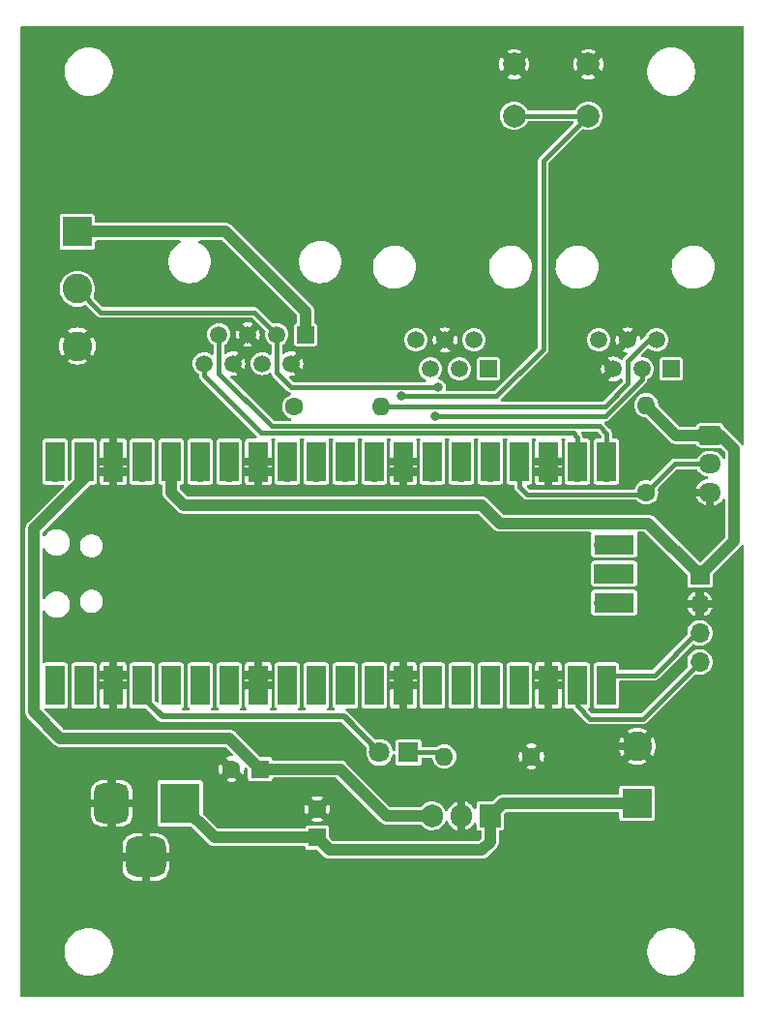
<source format=gbr>
%TF.GenerationSoftware,KiCad,Pcbnew,(7.0.0)*%
%TF.CreationDate,2023-02-26T16:33:45-05:00*%
%TF.ProjectId,Weather_Pico,57656174-6865-4725-9f50-69636f2e6b69,v2*%
%TF.SameCoordinates,Original*%
%TF.FileFunction,Copper,L1,Top*%
%TF.FilePolarity,Positive*%
%FSLAX46Y46*%
G04 Gerber Fmt 4.6, Leading zero omitted, Abs format (unit mm)*
G04 Created by KiCad (PCBNEW (7.0.0)) date 2023-02-26 16:33:45*
%MOMM*%
%LPD*%
G01*
G04 APERTURE LIST*
G04 Aperture macros list*
%AMRoundRect*
0 Rectangle with rounded corners*
0 $1 Rounding radius*
0 $2 $3 $4 $5 $6 $7 $8 $9 X,Y pos of 4 corners*
0 Add a 4 corners polygon primitive as box body*
4,1,4,$2,$3,$4,$5,$6,$7,$8,$9,$2,$3,0*
0 Add four circle primitives for the rounded corners*
1,1,$1+$1,$2,$3*
1,1,$1+$1,$4,$5*
1,1,$1+$1,$6,$7*
1,1,$1+$1,$8,$9*
0 Add four rect primitives between the rounded corners*
20,1,$1+$1,$2,$3,$4,$5,0*
20,1,$1+$1,$4,$5,$6,$7,0*
20,1,$1+$1,$6,$7,$8,$9,0*
20,1,$1+$1,$8,$9,$2,$3,0*%
G04 Aperture macros list end*
%TA.AperFunction,ComponentPad*%
%ADD10R,2.600000X2.600000*%
%TD*%
%TA.AperFunction,ComponentPad*%
%ADD11C,2.600000*%
%TD*%
%TA.AperFunction,ComponentPad*%
%ADD12C,1.600000*%
%TD*%
%TA.AperFunction,ComponentPad*%
%ADD13O,1.600000X1.600000*%
%TD*%
%TA.AperFunction,ComponentPad*%
%ADD14R,1.600000X1.600000*%
%TD*%
%TA.AperFunction,ComponentPad*%
%ADD15R,1.520000X1.520000*%
%TD*%
%TA.AperFunction,ComponentPad*%
%ADD16C,1.520000*%
%TD*%
%TA.AperFunction,ComponentPad*%
%ADD17R,1.500000X1.500000*%
%TD*%
%TA.AperFunction,ComponentPad*%
%ADD18C,1.500000*%
%TD*%
%TA.AperFunction,ComponentPad*%
%ADD19R,1.905000X2.000000*%
%TD*%
%TA.AperFunction,ComponentPad*%
%ADD20O,1.905000X2.000000*%
%TD*%
%TA.AperFunction,ComponentPad*%
%ADD21R,3.500000X3.500000*%
%TD*%
%TA.AperFunction,ComponentPad*%
%ADD22RoundRect,0.750000X-0.750000X-1.000000X0.750000X-1.000000X0.750000X1.000000X-0.750000X1.000000X0*%
%TD*%
%TA.AperFunction,ComponentPad*%
%ADD23RoundRect,0.875000X-0.875000X-0.875000X0.875000X-0.875000X0.875000X0.875000X-0.875000X0.875000X0*%
%TD*%
%TA.AperFunction,ComponentPad*%
%ADD24RoundRect,0.250000X-0.725000X0.600000X-0.725000X-0.600000X0.725000X-0.600000X0.725000X0.600000X0*%
%TD*%
%TA.AperFunction,ComponentPad*%
%ADD25O,1.950000X1.700000*%
%TD*%
%TA.AperFunction,ComponentPad*%
%ADD26C,2.000000*%
%TD*%
%TA.AperFunction,ComponentPad*%
%ADD27R,1.700000X1.700000*%
%TD*%
%TA.AperFunction,ComponentPad*%
%ADD28O,1.700000X1.700000*%
%TD*%
%TA.AperFunction,ComponentPad*%
%ADD29R,1.800000X1.800000*%
%TD*%
%TA.AperFunction,ComponentPad*%
%ADD30C,1.800000*%
%TD*%
%TA.AperFunction,SMDPad,CuDef*%
%ADD31R,1.700000X3.500000*%
%TD*%
%TA.AperFunction,SMDPad,CuDef*%
%ADD32R,3.500000X1.700000*%
%TD*%
%TA.AperFunction,ViaPad*%
%ADD33C,0.800000*%
%TD*%
%TA.AperFunction,Conductor*%
%ADD34C,0.700000*%
%TD*%
%TA.AperFunction,Conductor*%
%ADD35C,1.000000*%
%TD*%
%TA.AperFunction,Conductor*%
%ADD36C,0.400000*%
%TD*%
%TA.AperFunction,Conductor*%
%ADD37C,0.500000*%
%TD*%
G04 APERTURE END LIST*
D10*
%TO.P,J3,1,Pin_1*%
%TO.N,+12V*%
X123999999Y-76999999D03*
D11*
%TO.P,J3,2,Pin_2*%
%TO.N,RAIN2*%
X124000000Y-82000000D03*
%TO.P,J3,3,Pin_3*%
%TO.N,GND*%
X124000000Y-87000000D03*
%TD*%
D12*
%TO.P,R1,1*%
%TO.N,+3V3*%
X143000000Y-92300000D03*
D13*
%TO.P,R1,2*%
%TO.N,WDIR*%
X150619999Y-92299999D03*
%TD*%
D10*
%TO.P,J1,1,Pin_1*%
%TO.N,+12V*%
X172999999Y-126999999D03*
D11*
%TO.P,J1,2,Pin_2*%
%TO.N,GND*%
X173000000Y-122000000D03*
%TD*%
D14*
%TO.P,C1,1*%
%TO.N,+12V*%
X144999999Y-129999999D03*
D12*
%TO.P,C1,2*%
%TO.N,GND*%
X145000000Y-127500000D03*
%TD*%
D14*
%TO.P,C2,1*%
%TO.N,+5V*%
X139999999Y-123999999D03*
D12*
%TO.P,C2,2*%
%TO.N,GND*%
X137500000Y-124000000D03*
%TD*%
D15*
%TO.P,J4,1*%
%TO.N,unconnected-(J4-Pad1)*%
X175999999Y-88999999D03*
D16*
%TO.P,J4,2*%
%TO.N,WDIR*%
X174730000Y-86460000D03*
%TO.P,J4,3*%
%TO.N,WSPEED*%
X173460000Y-89000000D03*
%TO.P,J4,4*%
%TO.N,GND*%
X172190000Y-86460000D03*
%TO.P,J4,5*%
X170920000Y-89000000D03*
%TO.P,J4,6*%
%TO.N,unconnected-(J4-Pad6)*%
X169650000Y-86460000D03*
%TD*%
D15*
%TO.P,J5,1*%
%TO.N,unconnected-(J5-Pad1)*%
X159999999Y-88999999D03*
D16*
%TO.P,J5,2*%
%TO.N,unconnected-(J5-Pad2)*%
X158730000Y-86460000D03*
%TO.P,J5,3*%
%TO.N,RAIN1*%
X157460000Y-89000000D03*
%TO.P,J5,4*%
%TO.N,GND*%
X156190000Y-86460000D03*
%TO.P,J5,5*%
%TO.N,unconnected-(J5-Pad5)*%
X154920000Y-89000000D03*
%TO.P,J5,6*%
%TO.N,unconnected-(J5-Pad6)*%
X153650000Y-86460000D03*
%TD*%
D17*
%TO.P,J6,1*%
%TO.N,+12V*%
X143999999Y-85999999D03*
D18*
%TO.P,J6,2*%
%TO.N,GND*%
X142730000Y-88540000D03*
%TO.P,J6,3*%
%TO.N,RAIN2*%
X141460000Y-86000000D03*
%TO.P,J6,4*%
%TO.N,+3V3*%
X140190000Y-88540000D03*
%TO.P,J6,5*%
%TO.N,GND*%
X138920000Y-86000000D03*
%TO.P,J6,6*%
X137650000Y-88540000D03*
%TO.P,J6,7*%
%TO.N,RXD*%
X136380000Y-86000000D03*
%TO.P,J6,8*%
%TO.N,TXD*%
X135110000Y-88540000D03*
%TD*%
D19*
%TO.P,U2,1,IN*%
%TO.N,+12V*%
X160149999Y-128099999D03*
D20*
%TO.P,U2,2,GND*%
%TO.N,GND*%
X157609999Y-128099999D03*
%TO.P,U2,3,OUT*%
%TO.N,+5V*%
X155069999Y-128099999D03*
%TD*%
D21*
%TO.P,J2,1*%
%TO.N,+12V*%
X132999999Y-126999999D03*
D22*
%TO.P,J2,2*%
%TO.N,GND*%
X127000000Y-127000000D03*
D23*
%TO.P,J2,MP,MountPin*%
X130000000Y-131700000D03*
%TD*%
D12*
%TO.P,R2,1*%
%TO.N,GND*%
X163750000Y-122900000D03*
D13*
%TO.P,R2,2*%
%TO.N,Net-(D1-K)*%
X156129999Y-122899999D03*
%TD*%
D12*
%TO.P,R3,1*%
%TO.N,1-Wire*%
X173800000Y-99800000D03*
D13*
%TO.P,R3,2*%
%TO.N,+3V3*%
X173799999Y-92179999D03*
%TD*%
D24*
%TO.P,J8,1,Pin_1*%
%TO.N,+3V3*%
X179400000Y-94800000D03*
D25*
%TO.P,J8,2,Pin_2*%
%TO.N,1-Wire*%
X179399999Y-97299999D03*
%TO.P,J8,3,Pin_3*%
%TO.N,GND*%
X179399999Y-99799999D03*
%TD*%
D26*
%TO.P,SW1,1,1*%
%TO.N,Net-(U1-RUN)*%
X168750000Y-66850000D03*
X162250000Y-66850000D03*
%TO.P,SW1,2,2*%
%TO.N,GND*%
X168750000Y-62350000D03*
X162250000Y-62350000D03*
%TD*%
D27*
%TO.P,J7,1,Pin_1*%
%TO.N,+3V3*%
X178499999Y-107019999D03*
D28*
%TO.P,J7,2,Pin_2*%
%TO.N,GND*%
X178499999Y-109559999D03*
%TO.P,J7,3,Pin_3*%
%TO.N,SCL*%
X178499999Y-112099999D03*
%TO.P,J7,4,Pin_4*%
%TO.N,SDA*%
X178499999Y-114639999D03*
%TD*%
D29*
%TO.P,D1,1,K*%
%TO.N,Net-(D1-K)*%
X152999999Y-122549999D03*
D30*
%TO.P,D1,2,A*%
%TO.N,Net-(D1-A)*%
X150460000Y-122550000D03*
%TD*%
D28*
%TO.P,U1,1,GPIO0*%
%TO.N,unconnected-(U1-GPIO0-Pad1)*%
X122069999Y-115789999D03*
D31*
X122069999Y-116689999D03*
D28*
%TO.P,U1,2,GPIO1*%
%TO.N,unconnected-(U1-GPIO1-Pad2)*%
X124609999Y-115789999D03*
D31*
X124609999Y-116689999D03*
D27*
%TO.P,U1,3,GND*%
%TO.N,GND*%
X127149999Y-115789999D03*
D31*
X127149999Y-116689999D03*
D28*
%TO.P,U1,4,GPIO2*%
%TO.N,Net-(D1-A)*%
X129689999Y-115789999D03*
D31*
X129689999Y-116689999D03*
D28*
%TO.P,U1,5,GPIO3*%
%TO.N,unconnected-(U1-GPIO3-Pad5)*%
X132229999Y-115789999D03*
D31*
X132229999Y-116689999D03*
D28*
%TO.P,U1,6,GPIO4*%
%TO.N,unconnected-(U1-GPIO4-Pad6)*%
X134769999Y-115789999D03*
D31*
X134769999Y-116689999D03*
D28*
%TO.P,U1,7,GPIO5*%
%TO.N,unconnected-(U1-GPIO5-Pad7)*%
X137309999Y-115789999D03*
D31*
X137309999Y-116689999D03*
D27*
%TO.P,U1,8,GND*%
%TO.N,GND*%
X139849999Y-115789999D03*
D31*
X139849999Y-116689999D03*
D28*
%TO.P,U1,9,GPIO6*%
%TO.N,unconnected-(U1-GPIO6-Pad9)*%
X142389999Y-115789999D03*
D31*
X142389999Y-116689999D03*
D28*
%TO.P,U1,10,GPIO7*%
%TO.N,unconnected-(U1-GPIO7-Pad10)*%
X144929999Y-115789999D03*
D31*
X144929999Y-116689999D03*
D28*
%TO.P,U1,11,GPIO8*%
%TO.N,unconnected-(U1-GPIO8-Pad11)*%
X147469999Y-115789999D03*
D31*
X147469999Y-116689999D03*
D28*
%TO.P,U1,12,GPIO9*%
%TO.N,unconnected-(U1-GPIO9-Pad12)*%
X150009999Y-115789999D03*
D31*
X150009999Y-116689999D03*
D27*
%TO.P,U1,13,GND*%
%TO.N,GND*%
X152549999Y-115789999D03*
D31*
X152549999Y-116689999D03*
D28*
%TO.P,U1,14,GPIO10*%
%TO.N,unconnected-(U1-GPIO10-Pad14)*%
X155089999Y-115789999D03*
D31*
X155089999Y-116689999D03*
D28*
%TO.P,U1,15,GPIO11*%
%TO.N,unconnected-(U1-GPIO11-Pad15)*%
X157629999Y-115789999D03*
D31*
X157629999Y-116689999D03*
D28*
%TO.P,U1,16,GPIO12*%
%TO.N,unconnected-(U1-GPIO12-Pad16)*%
X160169999Y-115789999D03*
D31*
X160169999Y-116689999D03*
D28*
%TO.P,U1,17,GPIO13*%
%TO.N,unconnected-(U1-GPIO13-Pad17)*%
X162709999Y-115789999D03*
D31*
X162709999Y-116689999D03*
D27*
%TO.P,U1,18,GND*%
%TO.N,GND*%
X165249999Y-115789999D03*
D31*
X165249999Y-116689999D03*
D28*
%TO.P,U1,19,GPIO14*%
%TO.N,SDA*%
X167789999Y-115789999D03*
D31*
X167789999Y-116689999D03*
D28*
%TO.P,U1,20,GPIO15*%
%TO.N,SCL*%
X170329999Y-115789999D03*
D31*
X170329999Y-116689999D03*
D28*
%TO.P,U1,21,GPIO16*%
%TO.N,RXD*%
X170329999Y-98009999D03*
D31*
X170329999Y-97109999D03*
D28*
%TO.P,U1,22,GPIO17*%
%TO.N,TXD*%
X167789999Y-98009999D03*
D31*
X167789999Y-97109999D03*
D27*
%TO.P,U1,23,GND*%
%TO.N,GND*%
X165249999Y-98009999D03*
D31*
X165249999Y-97109999D03*
D28*
%TO.P,U1,24,GPIO18*%
%TO.N,1-Wire*%
X162709999Y-98009999D03*
D31*
X162709999Y-97109999D03*
D28*
%TO.P,U1,25,GPIO19*%
%TO.N,RAIN1*%
X160169999Y-98009999D03*
D31*
X160169999Y-97109999D03*
D28*
%TO.P,U1,26,GPIO20*%
%TO.N,RAIN2*%
X157629999Y-98009999D03*
D31*
X157629999Y-97109999D03*
D28*
%TO.P,U1,27,GPIO21*%
%TO.N,WSPEED*%
X155089999Y-98009999D03*
D31*
X155089999Y-97109999D03*
D27*
%TO.P,U1,28,GND*%
%TO.N,GND*%
X152549999Y-98009999D03*
D31*
X152549999Y-97109999D03*
D28*
%TO.P,U1,29,GPIO22*%
%TO.N,unconnected-(U1-GPIO22-Pad29)*%
X150009999Y-98009999D03*
D31*
X150009999Y-97109999D03*
D28*
%TO.P,U1,30,RUN*%
%TO.N,Net-(U1-RUN)*%
X147469999Y-98009999D03*
D31*
X147469999Y-97109999D03*
D28*
%TO.P,U1,31,GPIO26_ADC0*%
%TO.N,WDIR*%
X144929999Y-98009999D03*
D31*
X144929999Y-97109999D03*
D28*
%TO.P,U1,32,GPIO27_ADC1*%
%TO.N,unconnected-(U1-GPIO27_ADC1-Pad32)*%
X142389999Y-98009999D03*
D31*
X142389999Y-97109999D03*
D27*
%TO.P,U1,33,AGND*%
%TO.N,GND*%
X139849999Y-98009999D03*
D31*
X139849999Y-97109999D03*
D28*
%TO.P,U1,34,GPIO28_ADC2*%
%TO.N,unconnected-(U1-GPIO28_ADC2-Pad34)*%
X137309999Y-98009999D03*
D31*
X137309999Y-97109999D03*
D28*
%TO.P,U1,35,ADC_VREF*%
%TO.N,unconnected-(U1-ADC_VREF-Pad35)*%
X134769999Y-98009999D03*
D31*
X134769999Y-97109999D03*
D28*
%TO.P,U1,36,3V3*%
%TO.N,+3V3*%
X132229999Y-98009999D03*
D31*
X132229999Y-97109999D03*
D28*
%TO.P,U1,37,3V3_EN*%
%TO.N,unconnected-(U1-3V3_EN-Pad37)*%
X129689999Y-98009999D03*
D31*
X129689999Y-97109999D03*
D27*
%TO.P,U1,38,GND*%
%TO.N,GND*%
X127149999Y-98009999D03*
D31*
X127149999Y-97109999D03*
D28*
%TO.P,U1,39,VSYS*%
%TO.N,+5V*%
X124609999Y-98009999D03*
D31*
X124609999Y-97109999D03*
D28*
%TO.P,U1,40,VBUS*%
%TO.N,unconnected-(U1-VBUS-Pad40)*%
X122069999Y-98009999D03*
D31*
X122069999Y-97109999D03*
D28*
%TO.P,U1,41*%
%TO.N,N/C*%
X170099999Y-109439999D03*
D32*
X170999999Y-109439999D03*
D27*
%TO.P,U1,42*%
X170099999Y-106899999D03*
D32*
X170999999Y-106899999D03*
D28*
%TO.P,U1,43*%
X170099999Y-104359999D03*
D32*
X170999999Y-104359999D03*
%TD*%
D33*
%TO.N,GND*%
X123600000Y-119700000D03*
X154800000Y-124900000D03*
X140700000Y-92200000D03*
X134800000Y-92600000D03*
X147000000Y-121700000D03*
X136500000Y-132100000D03*
X164800000Y-91100000D03*
X149950000Y-133650000D03*
X137400000Y-94700000D03*
X151000000Y-89500000D03*
%TO.N,WSPEED*%
X155300000Y-93151912D03*
%TO.N,RAIN2*%
X155600000Y-90600500D03*
%TO.N,Net-(U1-RUN)*%
X152400000Y-91400000D03*
%TD*%
D34*
%TO.N,GND*%
X164650000Y-122000000D02*
X173000000Y-122000000D01*
X163750000Y-122900000D02*
X164650000Y-122000000D01*
D35*
%TO.N,+5V*%
X140000000Y-124000000D02*
X137300000Y-121300000D01*
X147000000Y-124000000D02*
X151100000Y-128100000D01*
X122500000Y-121300000D02*
X120200000Y-119000000D01*
X137300000Y-121300000D02*
X122500000Y-121300000D01*
X124610000Y-98590000D02*
X124610000Y-98010000D01*
X120200000Y-103000000D02*
X124610000Y-98590000D01*
X120200000Y-119000000D02*
X120200000Y-103000000D01*
X151100000Y-128100000D02*
X155070000Y-128100000D01*
X140000000Y-124000000D02*
X147000000Y-124000000D01*
%TO.N,+3V3*%
X179400000Y-94800000D02*
X176420000Y-94800000D01*
X173980000Y-102500000D02*
X178500000Y-107020000D01*
X176420000Y-94800000D02*
X173800000Y-92180000D01*
X132230000Y-99830000D02*
X133300000Y-100900000D01*
X178500000Y-107020000D02*
X181500000Y-104020000D01*
X161000000Y-102500000D02*
X173980000Y-102500000D01*
X159400000Y-100900000D02*
X161000000Y-102500000D01*
X181500000Y-96000000D02*
X180300000Y-94800000D01*
X181500000Y-104020000D02*
X181500000Y-96000000D01*
X180300000Y-94800000D02*
X179400000Y-94800000D01*
X133300000Y-100900000D02*
X159400000Y-100900000D01*
X132230000Y-98010000D02*
X132230000Y-99830000D01*
%TO.N,+12V*%
X161250000Y-127000000D02*
X160150000Y-128100000D01*
X173000000Y-127000000D02*
X161250000Y-127000000D01*
X160150000Y-128100000D02*
X160150000Y-130350000D01*
X124000000Y-77000000D02*
X137000000Y-77000000D01*
X144000000Y-84000000D02*
X144000000Y-86000000D01*
X136000000Y-130000000D02*
X145000000Y-130000000D01*
X159400000Y-131100000D02*
X146100000Y-131100000D01*
X146100000Y-131100000D02*
X145000000Y-130000000D01*
X133000000Y-127000000D02*
X136000000Y-130000000D01*
X160150000Y-130350000D02*
X159400000Y-131100000D01*
X137000000Y-77000000D02*
X144000000Y-84000000D01*
D36*
%TO.N,WDIR*%
X170200000Y-92300000D02*
X150620000Y-92300000D01*
X172200000Y-88300000D02*
X172200000Y-90300000D01*
X172200000Y-90300000D02*
X170200000Y-92300000D01*
X174730000Y-86460000D02*
X174040000Y-86460000D01*
X174040000Y-86460000D02*
X172200000Y-88300000D01*
%TO.N,WSPEED*%
X173460000Y-89000000D02*
X173460000Y-89888088D01*
X173460000Y-89888088D02*
X170196176Y-93151912D01*
X170196176Y-93151912D02*
X155300000Y-93151912D01*
%TO.N,TXD*%
X167399001Y-94599001D02*
X140108341Y-94599001D01*
X140108341Y-94599001D02*
X135110000Y-89600660D01*
X167790000Y-98010000D02*
X167790000Y-94990000D01*
X167790000Y-94990000D02*
X167399001Y-94599001D01*
X135110000Y-89600660D02*
X135110000Y-88540000D01*
%TO.N,RXD*%
X169699001Y-93999001D02*
X170330000Y-94630000D01*
X136380000Y-89380000D02*
X140999001Y-93999001D01*
X140999001Y-93999001D02*
X169699001Y-93999001D01*
X136380000Y-86000000D02*
X136380000Y-89380000D01*
X170330000Y-94630000D02*
X170330000Y-98010000D01*
%TO.N,RAIN2*%
X141460000Y-86000000D02*
X139510000Y-84050000D01*
X142700500Y-90600500D02*
X155600000Y-90600500D01*
X141460000Y-86000000D02*
X141460000Y-89360000D01*
X132550000Y-84050000D02*
X126050000Y-84050000D01*
X126050000Y-84050000D02*
X124000000Y-82000000D01*
X139510000Y-84050000D02*
X132550000Y-84050000D01*
X141460000Y-89360000D02*
X142700500Y-90600500D01*
%TO.N,Net-(D1-K)*%
X153000000Y-122550000D02*
X155780000Y-122550000D01*
X155780000Y-122550000D02*
X156130000Y-122900000D01*
D37*
%TO.N,Net-(D1-A)*%
X129690000Y-117650000D02*
X129690000Y-115790000D01*
X147350000Y-119400000D02*
X131440000Y-119400000D01*
X150460000Y-122510000D02*
X147350000Y-119400000D01*
X150460000Y-122550000D02*
X150460000Y-122510000D01*
X131440000Y-119400000D02*
X129690000Y-117650000D01*
D36*
%TO.N,SCL*%
X178500000Y-112100000D02*
X178200000Y-112100000D01*
X178200000Y-112100000D02*
X174510000Y-115790000D01*
X174510000Y-115790000D02*
X170330000Y-115790000D01*
%TO.N,SDA*%
X173540000Y-119600000D02*
X168900000Y-119600000D01*
X167790000Y-118490000D02*
X167790000Y-115790000D01*
X178500000Y-114640000D02*
X173540000Y-119600000D01*
X168900000Y-119600000D02*
X167790000Y-118490000D01*
%TO.N,1-Wire*%
X173800000Y-99800000D02*
X173600000Y-100000000D01*
X162710000Y-99310000D02*
X162710000Y-98010000D01*
X173600000Y-100000000D02*
X163400000Y-100000000D01*
X163400000Y-100000000D02*
X162710000Y-99310000D01*
X176300000Y-97300000D02*
X179400000Y-97300000D01*
X173800000Y-99800000D02*
X176300000Y-97300000D01*
%TO.N,Net-(U1-RUN)*%
X168750000Y-66850000D02*
X164800000Y-70800000D01*
X162250000Y-66850000D02*
X168750000Y-66850000D01*
X164800000Y-70800000D02*
X164800000Y-87300000D01*
X164800000Y-87300000D02*
X160700000Y-91400000D01*
X160700000Y-91400000D02*
X152400000Y-91400000D01*
%TD*%
%TA.AperFunction,Conductor*%
%TO.N,GND*%
G36*
X182311500Y-59042381D02*
G01*
X182357619Y-59088500D01*
X182374500Y-59151500D01*
X182374500Y-95535699D01*
X182358344Y-95597426D01*
X182314020Y-95643324D01*
X182252893Y-95661622D01*
X182190640Y-95647629D01*
X182143225Y-95604931D01*
X182137401Y-95596075D01*
X182135436Y-95592991D01*
X182099726Y-95535096D01*
X182099721Y-95535090D01*
X182095870Y-95528846D01*
X182090677Y-95523653D01*
X182088678Y-95521125D01*
X182088373Y-95520704D01*
X182088033Y-95520332D01*
X182085948Y-95517847D01*
X182081915Y-95511715D01*
X182027078Y-95459979D01*
X182024449Y-95457425D01*
X180878868Y-94311844D01*
X180866903Y-94298000D01*
X180852539Y-94278706D01*
X180843883Y-94271443D01*
X180814426Y-94246725D01*
X180806323Y-94239299D01*
X180805040Y-94238016D01*
X180805040Y-94238015D01*
X180802441Y-94235417D01*
X180777999Y-94216091D01*
X180775199Y-94213810D01*
X180753833Y-94195882D01*
X180723048Y-94170049D01*
X180723044Y-94170046D01*
X180717427Y-94165333D01*
X180710868Y-94162039D01*
X180708160Y-94160258D01*
X180707750Y-94159962D01*
X180707301Y-94159711D01*
X180704547Y-94158012D01*
X180698791Y-94153461D01*
X180692139Y-94150359D01*
X180692134Y-94150356D01*
X180681765Y-94145521D01*
X180642457Y-94116819D01*
X180616962Y-94075364D01*
X180572342Y-93955733D01*
X180485404Y-93839596D01*
X180382153Y-93762304D01*
X180376484Y-93758060D01*
X180376481Y-93758058D01*
X180369267Y-93752658D01*
X180360818Y-93749506D01*
X180360817Y-93749506D01*
X180240728Y-93704714D01*
X180240721Y-93704712D01*
X180233342Y-93701960D01*
X180225508Y-93701117D01*
X180225505Y-93701117D01*
X180181962Y-93696436D01*
X180173255Y-93695500D01*
X180169887Y-93695500D01*
X178630116Y-93695500D01*
X178630097Y-93695500D01*
X178626746Y-93695501D01*
X178623401Y-93695860D01*
X178623392Y-93695861D01*
X178574499Y-93701117D01*
X178574497Y-93701117D01*
X178566658Y-93701960D01*
X178559270Y-93704715D01*
X178559268Y-93704716D01*
X178439182Y-93749506D01*
X178439178Y-93749508D01*
X178430733Y-93752658D01*
X178423521Y-93758056D01*
X178423515Y-93758060D01*
X178321807Y-93834197D01*
X178321803Y-93834200D01*
X178314596Y-93839596D01*
X178309200Y-93846803D01*
X178309197Y-93846807D01*
X178233060Y-93948515D01*
X178233056Y-93948521D01*
X178227658Y-93955733D01*
X178224507Y-93964179D01*
X178220192Y-93972084D01*
X178219598Y-93971760D01*
X178197886Y-94006448D01*
X178156295Y-94035326D01*
X178106694Y-94045500D01*
X176784714Y-94045500D01*
X176736496Y-94035909D01*
X176695619Y-94008595D01*
X174890670Y-92203646D01*
X174865862Y-92168423D01*
X174854372Y-92126901D01*
X174851061Y-92093282D01*
X174839242Y-91973282D01*
X174778945Y-91774508D01*
X174681027Y-91591317D01*
X174549252Y-91430748D01*
X174388683Y-91298973D01*
X174205492Y-91201055D01*
X174193844Y-91197521D01*
X174012640Y-91142554D01*
X174012636Y-91142553D01*
X174006718Y-91140758D01*
X173800000Y-91120398D01*
X173793837Y-91121005D01*
X173599444Y-91140151D01*
X173599443Y-91140151D01*
X173593282Y-91140758D01*
X173587365Y-91142552D01*
X173587359Y-91142554D01*
X173400431Y-91199258D01*
X173400428Y-91199259D01*
X173394508Y-91201055D01*
X173389050Y-91203972D01*
X173389046Y-91203974D01*
X173216779Y-91296053D01*
X173216775Y-91296055D01*
X173211317Y-91298973D01*
X173206531Y-91302900D01*
X173206526Y-91302904D01*
X173055532Y-91426821D01*
X173055527Y-91426825D01*
X173050748Y-91430748D01*
X173046825Y-91435527D01*
X173046821Y-91435532D01*
X172922904Y-91586526D01*
X172922900Y-91586531D01*
X172918973Y-91591317D01*
X172916055Y-91596775D01*
X172916053Y-91596779D01*
X172823974Y-91769046D01*
X172823972Y-91769050D01*
X172821055Y-91774508D01*
X172819259Y-91780428D01*
X172819258Y-91780431D01*
X172762554Y-91967359D01*
X172762552Y-91967365D01*
X172760758Y-91973282D01*
X172740398Y-92180000D01*
X172760758Y-92386718D01*
X172821055Y-92585492D01*
X172918973Y-92768683D01*
X173050748Y-92929252D01*
X173211317Y-93061027D01*
X173394508Y-93158945D01*
X173593282Y-93219242D01*
X173746901Y-93234372D01*
X173788423Y-93245862D01*
X173823646Y-93270670D01*
X175841131Y-95288155D01*
X175853103Y-95302008D01*
X175859342Y-95310389D01*
X175867461Y-95321294D01*
X175891089Y-95341120D01*
X175905566Y-95353268D01*
X175913670Y-95360694D01*
X175917559Y-95364583D01*
X175920434Y-95366856D01*
X175920436Y-95366858D01*
X175941977Y-95383890D01*
X175944820Y-95386206D01*
X176002573Y-95434667D01*
X176009130Y-95437960D01*
X176011834Y-95439738D01*
X176012248Y-95440037D01*
X176012705Y-95440292D01*
X176015449Y-95441985D01*
X176021209Y-95446539D01*
X176064238Y-95466603D01*
X176089565Y-95478414D01*
X176092825Y-95479992D01*
X176160189Y-95513824D01*
X176167332Y-95515516D01*
X176170358Y-95516618D01*
X176170842Y-95516818D01*
X176171331Y-95516957D01*
X176174399Y-95517973D01*
X176181060Y-95521080D01*
X176188254Y-95522565D01*
X176188256Y-95522566D01*
X176206758Y-95526386D01*
X176254951Y-95536336D01*
X176258429Y-95537107D01*
X176331812Y-95554500D01*
X176339156Y-95554500D01*
X176342365Y-95554875D01*
X176342877Y-95554958D01*
X176343379Y-95554980D01*
X176346608Y-95555262D01*
X176353794Y-95556746D01*
X176429160Y-95554553D01*
X176432826Y-95554500D01*
X178106694Y-95554500D01*
X178156295Y-95564674D01*
X178197886Y-95593552D01*
X178219598Y-95628239D01*
X178220192Y-95627916D01*
X178224507Y-95635819D01*
X178227658Y-95644267D01*
X178233058Y-95651481D01*
X178233060Y-95651484D01*
X178309197Y-95753192D01*
X178314596Y-95760404D01*
X178430733Y-95847342D01*
X178495516Y-95871505D01*
X178559271Y-95895285D01*
X178559272Y-95895285D01*
X178566658Y-95898040D01*
X178626745Y-95904500D01*
X180173254Y-95904499D01*
X180233342Y-95898040D01*
X180240734Y-95895282D01*
X180243145Y-95894713D01*
X180306540Y-95896128D01*
X180361217Y-95928241D01*
X180708595Y-96275619D01*
X180735909Y-96316496D01*
X180745500Y-96364714D01*
X180745500Y-96734522D01*
X180727400Y-96799588D01*
X180678300Y-96845961D01*
X180612307Y-96860317D01*
X180548380Y-96838532D01*
X180504886Y-96786864D01*
X180488369Y-96750697D01*
X180485876Y-96745238D01*
X180363522Y-96573416D01*
X180210862Y-96427855D01*
X180033413Y-96313816D01*
X180027838Y-96311584D01*
X179843161Y-96237650D01*
X179843154Y-96237648D01*
X179837589Y-96235420D01*
X179831700Y-96234285D01*
X179831697Y-96234284D01*
X179636355Y-96196634D01*
X179636346Y-96196633D01*
X179630467Y-96195500D01*
X179222387Y-96195500D01*
X179219409Y-96195784D01*
X179219395Y-96195785D01*
X179070996Y-96209956D01*
X179070991Y-96209956D01*
X179065021Y-96210527D01*
X179059271Y-96212215D01*
X179059262Y-96212217D01*
X178868396Y-96268260D01*
X178868390Y-96268262D01*
X178862632Y-96269953D01*
X178857300Y-96272701D01*
X178857292Y-96272705D01*
X178680484Y-96363856D01*
X178680475Y-96363861D01*
X178675146Y-96366609D01*
X178670429Y-96370318D01*
X178670425Y-96370321D01*
X178514054Y-96493292D01*
X178514044Y-96493301D01*
X178509341Y-96497000D01*
X178505418Y-96501526D01*
X178505413Y-96501532D01*
X178375140Y-96651874D01*
X178375134Y-96651881D01*
X178371208Y-96656413D01*
X178368210Y-96661605D01*
X178368204Y-96661614D01*
X178298412Y-96782500D01*
X178252293Y-96828619D01*
X178189293Y-96845500D01*
X176332609Y-96845500D01*
X176318502Y-96844708D01*
X176292195Y-96841743D01*
X176292188Y-96841743D01*
X176282814Y-96840687D01*
X176273545Y-96842440D01*
X176273537Y-96842441D01*
X176226163Y-96851405D01*
X176221521Y-96852193D01*
X176173858Y-96859377D01*
X176173847Y-96859380D01*
X176164521Y-96860786D01*
X176156710Y-96864547D01*
X176148193Y-96866159D01*
X176139852Y-96870567D01*
X176139844Y-96870570D01*
X176097213Y-96893100D01*
X176093015Y-96895220D01*
X176049782Y-96916041D01*
X176041079Y-96920233D01*
X176034724Y-96926129D01*
X176027060Y-96930180D01*
X176020393Y-96936846D01*
X176020386Y-96936852D01*
X175986301Y-96970937D01*
X175982912Y-96974201D01*
X175947562Y-97007002D01*
X175947556Y-97007009D01*
X175940644Y-97013423D01*
X175937141Y-97019488D01*
X175932027Y-97025211D01*
X174205717Y-98751521D01*
X174147238Y-98784650D01*
X174080047Y-98783001D01*
X174012643Y-98762555D01*
X174012639Y-98762554D01*
X174006718Y-98760758D01*
X173800000Y-98740398D01*
X173793837Y-98741005D01*
X173599444Y-98760151D01*
X173599443Y-98760151D01*
X173593282Y-98760758D01*
X173587365Y-98762552D01*
X173587359Y-98762554D01*
X173400431Y-98819258D01*
X173400428Y-98819259D01*
X173394508Y-98821055D01*
X173389050Y-98823972D01*
X173389046Y-98823974D01*
X173216779Y-98916053D01*
X173216775Y-98916055D01*
X173211317Y-98918973D01*
X173206531Y-98922900D01*
X173206526Y-98922904D01*
X173055532Y-99046821D01*
X173055527Y-99046825D01*
X173050748Y-99050748D01*
X173046825Y-99055527D01*
X173046821Y-99055532D01*
X172922904Y-99206526D01*
X172922900Y-99206531D01*
X172918973Y-99211317D01*
X172916055Y-99216775D01*
X172916053Y-99216779D01*
X172823972Y-99389049D01*
X172823968Y-99389056D01*
X172821055Y-99394508D01*
X172802377Y-99456079D01*
X172776537Y-99502577D01*
X172733806Y-99534269D01*
X172681805Y-99545500D01*
X163640451Y-99545500D01*
X163592233Y-99535909D01*
X163551355Y-99508595D01*
X163372355Y-99329594D01*
X163341618Y-99279435D01*
X163337002Y-99220788D01*
X163359515Y-99166438D01*
X163404248Y-99128232D01*
X163461451Y-99114499D01*
X163578878Y-99114499D01*
X163585066Y-99114499D01*
X163659301Y-99099734D01*
X163743484Y-99043484D01*
X163799734Y-98959301D01*
X163811065Y-98902337D01*
X164092000Y-98902337D01*
X164092420Y-98909610D01*
X164093895Y-98922323D01*
X164098816Y-98940408D01*
X164136781Y-99026392D01*
X164149757Y-99045335D01*
X164214664Y-99110242D01*
X164233607Y-99123218D01*
X164319591Y-99161183D01*
X164337676Y-99166104D01*
X164350389Y-99167579D01*
X164357663Y-99168000D01*
X164879410Y-99168000D01*
X164892493Y-99164493D01*
X164896000Y-99151410D01*
X165604000Y-99151410D01*
X165607506Y-99164493D01*
X165620590Y-99168000D01*
X166142337Y-99168000D01*
X166149610Y-99167579D01*
X166162323Y-99166104D01*
X166180408Y-99161183D01*
X166266392Y-99123218D01*
X166285335Y-99110242D01*
X166350242Y-99045335D01*
X166363218Y-99026392D01*
X166401183Y-98940408D01*
X166406104Y-98922323D01*
X166407579Y-98909610D01*
X166408000Y-98902337D01*
X166408000Y-98380590D01*
X166404493Y-98367506D01*
X166391410Y-98364000D01*
X165620590Y-98364000D01*
X165607506Y-98367506D01*
X165604000Y-98380590D01*
X165604000Y-99151410D01*
X164896000Y-99151410D01*
X164896000Y-98380590D01*
X164892493Y-98367506D01*
X164879410Y-98364000D01*
X164108590Y-98364000D01*
X164095506Y-98367506D01*
X164092000Y-98380590D01*
X164092000Y-98902337D01*
X163811065Y-98902337D01*
X163814500Y-98885067D01*
X163814499Y-98066890D01*
X163815037Y-98055263D01*
X163818694Y-98015805D01*
X163819232Y-98010000D01*
X163815036Y-97964722D01*
X163814499Y-97953108D01*
X163814499Y-97639410D01*
X164092000Y-97639410D01*
X164095506Y-97652493D01*
X164108590Y-97656000D01*
X164879410Y-97656000D01*
X164892493Y-97652493D01*
X164896000Y-97639410D01*
X165604000Y-97639410D01*
X165607506Y-97652493D01*
X165620590Y-97656000D01*
X166391410Y-97656000D01*
X166404493Y-97652493D01*
X166408000Y-97639410D01*
X166408000Y-97480590D01*
X166404493Y-97467506D01*
X166391410Y-97464000D01*
X165620590Y-97464000D01*
X165607506Y-97467506D01*
X165604000Y-97480590D01*
X165604000Y-97639410D01*
X164896000Y-97639410D01*
X164896000Y-97480590D01*
X164892493Y-97467506D01*
X164879410Y-97464000D01*
X164108590Y-97464000D01*
X164095506Y-97467506D01*
X164092000Y-97480590D01*
X164092000Y-97639410D01*
X163814499Y-97639410D01*
X163814499Y-95341122D01*
X163814499Y-95341120D01*
X163814499Y-95334934D01*
X163799734Y-95260699D01*
X163792253Y-95249503D01*
X163791376Y-95246851D01*
X163788089Y-95238913D01*
X163788674Y-95238670D01*
X163771170Y-95185684D01*
X163785896Y-95120105D01*
X163832241Y-95071427D01*
X163897018Y-95053501D01*
X164005275Y-95053501D01*
X164065312Y-95068724D01*
X164110842Y-95110714D01*
X164130863Y-95169325D01*
X164120539Y-95230395D01*
X164098815Y-95279594D01*
X164093895Y-95297676D01*
X164092420Y-95310389D01*
X164092000Y-95317663D01*
X164092000Y-96739410D01*
X164095506Y-96752493D01*
X164108590Y-96756000D01*
X166391410Y-96756000D01*
X166404493Y-96752493D01*
X166408000Y-96739410D01*
X166408000Y-95317663D01*
X166407579Y-95310389D01*
X166406104Y-95297676D01*
X166401184Y-95279594D01*
X166379461Y-95230395D01*
X166369137Y-95169325D01*
X166389158Y-95110714D01*
X166434688Y-95068724D01*
X166494725Y-95053501D01*
X166602982Y-95053501D01*
X166667759Y-95071427D01*
X166714104Y-95120105D01*
X166728830Y-95185684D01*
X166711324Y-95238672D01*
X166711910Y-95238915D01*
X166708624Y-95246847D01*
X166707747Y-95249503D01*
X166707161Y-95250379D01*
X166707159Y-95250381D01*
X166700266Y-95260699D01*
X166697845Y-95272867D01*
X166697844Y-95272871D01*
X166686707Y-95328864D01*
X166685500Y-95334933D01*
X166685500Y-95341120D01*
X166685500Y-97953098D01*
X166684962Y-97964722D01*
X166680768Y-98010000D01*
X166681305Y-98015796D01*
X166684963Y-98055278D01*
X166685500Y-98066902D01*
X166685500Y-98878877D01*
X166685500Y-98878887D01*
X166685501Y-98885066D01*
X166686707Y-98891132D01*
X166686708Y-98891137D01*
X166695840Y-98937049D01*
X166700266Y-98959301D01*
X166756516Y-99043484D01*
X166840699Y-99099734D01*
X166914933Y-99114500D01*
X167687651Y-99114499D01*
X167687653Y-99114500D01*
X167892343Y-99114500D01*
X167892347Y-99114500D01*
X167892348Y-99114499D01*
X167892351Y-99114499D01*
X168658878Y-99114499D01*
X168665066Y-99114499D01*
X168739301Y-99099734D01*
X168823484Y-99043484D01*
X168879734Y-98959301D01*
X168894500Y-98885067D01*
X168894499Y-98066890D01*
X168895037Y-98055263D01*
X168898694Y-98015805D01*
X168899232Y-98010000D01*
X168895036Y-97964722D01*
X168894499Y-97953108D01*
X168894499Y-95341122D01*
X168894499Y-95341120D01*
X168894499Y-95334934D01*
X168879734Y-95260699D01*
X168823484Y-95176516D01*
X168812722Y-95169325D01*
X168749620Y-95127161D01*
X168749619Y-95127160D01*
X168739301Y-95120266D01*
X168727131Y-95117845D01*
X168727128Y-95117844D01*
X168671135Y-95106707D01*
X168665067Y-95105500D01*
X168658880Y-95105500D01*
X168374243Y-95105500D01*
X168312609Y-95089396D01*
X168266729Y-95045202D01*
X168248331Y-94984212D01*
X168248255Y-94982198D01*
X168249313Y-94972814D01*
X168238588Y-94916136D01*
X168237805Y-94911525D01*
X168230622Y-94863863D01*
X168230621Y-94863862D01*
X168229214Y-94854521D01*
X168225452Y-94846710D01*
X168223841Y-94838193D01*
X168196869Y-94787161D01*
X168194804Y-94783068D01*
X168169767Y-94731079D01*
X168163870Y-94724724D01*
X168159820Y-94717060D01*
X168153144Y-94710384D01*
X168153142Y-94710381D01*
X168119061Y-94676300D01*
X168115792Y-94672907D01*
X168108643Y-94665202D01*
X168080064Y-94614834D01*
X168077034Y-94557002D01*
X168100193Y-94503923D01*
X168144648Y-94466809D01*
X168201009Y-94453501D01*
X169458551Y-94453501D01*
X169506769Y-94463092D01*
X169547646Y-94490406D01*
X169838595Y-94781355D01*
X169865909Y-94822232D01*
X169875500Y-94870450D01*
X169875500Y-94979501D01*
X169858619Y-95042501D01*
X169812500Y-95088620D01*
X169749500Y-95105501D01*
X169454934Y-95105501D01*
X169448868Y-95106707D01*
X169448862Y-95106708D01*
X169392874Y-95117844D01*
X169392871Y-95117844D01*
X169380699Y-95120266D01*
X169370379Y-95127161D01*
X169370378Y-95127162D01*
X169306832Y-95169622D01*
X169306829Y-95169624D01*
X169296516Y-95176516D01*
X169289624Y-95186829D01*
X169289622Y-95186832D01*
X169247161Y-95250379D01*
X169247159Y-95250381D01*
X169240266Y-95260699D01*
X169237845Y-95272867D01*
X169237844Y-95272871D01*
X169226707Y-95328864D01*
X169225500Y-95334933D01*
X169225500Y-95341120D01*
X169225500Y-97953098D01*
X169224962Y-97964722D01*
X169220768Y-98010000D01*
X169221305Y-98015796D01*
X169224963Y-98055278D01*
X169225500Y-98066902D01*
X169225500Y-98878877D01*
X169225500Y-98878887D01*
X169225501Y-98885066D01*
X169226707Y-98891132D01*
X169226708Y-98891137D01*
X169235840Y-98937049D01*
X169240266Y-98959301D01*
X169296516Y-99043484D01*
X169380699Y-99099734D01*
X169454933Y-99114500D01*
X170227651Y-99114499D01*
X170227653Y-99114500D01*
X170432343Y-99114500D01*
X170432347Y-99114500D01*
X170432348Y-99114499D01*
X170432351Y-99114499D01*
X171198878Y-99114499D01*
X171205066Y-99114499D01*
X171279301Y-99099734D01*
X171363484Y-99043484D01*
X171419734Y-98959301D01*
X171434500Y-98885067D01*
X171434499Y-98066890D01*
X171435037Y-98055263D01*
X171438694Y-98015805D01*
X171439232Y-98010000D01*
X171435036Y-97964722D01*
X171434499Y-97953108D01*
X171434499Y-95341122D01*
X171434499Y-95341120D01*
X171434499Y-95334934D01*
X171419734Y-95260699D01*
X171363484Y-95176516D01*
X171352722Y-95169325D01*
X171289620Y-95127161D01*
X171289619Y-95127160D01*
X171279301Y-95120266D01*
X171267131Y-95117845D01*
X171267128Y-95117844D01*
X171211135Y-95106707D01*
X171205067Y-95105500D01*
X171198880Y-95105500D01*
X170910500Y-95105500D01*
X170847500Y-95088619D01*
X170801381Y-95042500D01*
X170784500Y-94979500D01*
X170784500Y-94662607D01*
X170785292Y-94648499D01*
X170789313Y-94612814D01*
X170778596Y-94556176D01*
X170777807Y-94551534D01*
X170770621Y-94503859D01*
X170769214Y-94494521D01*
X170765452Y-94486711D01*
X170763841Y-94478192D01*
X170755860Y-94463092D01*
X170736897Y-94427213D01*
X170734798Y-94423057D01*
X170709767Y-94371079D01*
X170703870Y-94364724D01*
X170699820Y-94357060D01*
X170659075Y-94316315D01*
X170655806Y-94312923D01*
X170622993Y-94277559D01*
X170616577Y-94270644D01*
X170610509Y-94267140D01*
X170604789Y-94262029D01*
X170163830Y-93821069D01*
X170130631Y-93762304D01*
X170132523Y-93694836D01*
X170168965Y-93638025D01*
X170229495Y-93608172D01*
X170270056Y-93600497D01*
X170274626Y-93599720D01*
X170331655Y-93591126D01*
X170339465Y-93587364D01*
X170347983Y-93585753D01*
X170398989Y-93558794D01*
X170403131Y-93556703D01*
X170455097Y-93531679D01*
X170461451Y-93525782D01*
X170469116Y-93521732D01*
X170509869Y-93480977D01*
X170513264Y-93477707D01*
X170548608Y-93444913D01*
X170555532Y-93438489D01*
X170559037Y-93432416D01*
X170564137Y-93426709D01*
X173758327Y-90232519D01*
X173768842Y-90223121D01*
X173796936Y-90200719D01*
X173829433Y-90153052D01*
X173832148Y-90149227D01*
X173834530Y-90146000D01*
X173866369Y-90102861D01*
X173869231Y-90094680D01*
X173874116Y-90087516D01*
X173891128Y-90032361D01*
X173892571Y-90027975D01*
X173911620Y-89973539D01*
X173911944Y-89964879D01*
X173914178Y-89957633D01*
X173914507Y-89956572D01*
X173914680Y-89956625D01*
X173934621Y-89910675D01*
X173976817Y-89874084D01*
X174026353Y-89847608D01*
X174110090Y-89778887D01*
X174985500Y-89778887D01*
X174985501Y-89785066D01*
X174986707Y-89791132D01*
X174986708Y-89791137D01*
X174990491Y-89810157D01*
X175000266Y-89859301D01*
X175056516Y-89943484D01*
X175140699Y-89999734D01*
X175214933Y-90014500D01*
X176785066Y-90014499D01*
X176859301Y-89999734D01*
X176943484Y-89943484D01*
X176999734Y-89859301D01*
X177014500Y-89785067D01*
X177014499Y-88214934D01*
X176999734Y-88140699D01*
X176943484Y-88056516D01*
X176917036Y-88038844D01*
X176869620Y-88007161D01*
X176869619Y-88007160D01*
X176859301Y-88000266D01*
X176847131Y-87997845D01*
X176847128Y-87997844D01*
X176791135Y-87986707D01*
X176785067Y-87985500D01*
X176778880Y-87985500D01*
X175221122Y-87985500D01*
X175221111Y-87985500D01*
X175214934Y-87985501D01*
X175208868Y-87986707D01*
X175208862Y-87986708D01*
X175152874Y-87997844D01*
X175152871Y-87997844D01*
X175140699Y-88000266D01*
X175130379Y-88007161D01*
X175130378Y-88007162D01*
X175066832Y-88049622D01*
X175066829Y-88049624D01*
X175056516Y-88056516D01*
X175049624Y-88066829D01*
X175049622Y-88066832D01*
X175007161Y-88130379D01*
X175007159Y-88130381D01*
X175000266Y-88140699D01*
X174997845Y-88152867D01*
X174997844Y-88152871D01*
X174986707Y-88208864D01*
X174985500Y-88214933D01*
X174985500Y-88221118D01*
X174985500Y-88221119D01*
X174985500Y-89778877D01*
X174985500Y-89778887D01*
X174110090Y-89778887D01*
X174180831Y-89720831D01*
X174307608Y-89566353D01*
X174401811Y-89390111D01*
X174459821Y-89198877D01*
X174479409Y-89000000D01*
X174459821Y-88801123D01*
X174401811Y-88609889D01*
X174307608Y-88433647D01*
X174180831Y-88279169D01*
X174102091Y-88214549D01*
X174031137Y-88156318D01*
X174031136Y-88156317D01*
X174026353Y-88152392D01*
X174001440Y-88139076D01*
X173855572Y-88061108D01*
X173850111Y-88058189D01*
X173812824Y-88046878D01*
X173664799Y-88001975D01*
X173664795Y-88001974D01*
X173658877Y-88000179D01*
X173652721Y-87999572D01*
X173652713Y-87999571D01*
X173466163Y-87981198D01*
X173465468Y-87981129D01*
X173465466Y-87981129D01*
X173460000Y-87980591D01*
X173460074Y-87979834D01*
X173408549Y-87967465D01*
X173363816Y-87929259D01*
X173341303Y-87874909D01*
X173345919Y-87816262D01*
X173376657Y-87766103D01*
X173902471Y-87240289D01*
X173954990Y-87208810D01*
X174016147Y-87205805D01*
X174071499Y-87231985D01*
X174158856Y-87303677D01*
X174158861Y-87303680D01*
X174163647Y-87307608D01*
X174339889Y-87401811D01*
X174531123Y-87459821D01*
X174730000Y-87479409D01*
X174928877Y-87459821D01*
X175120111Y-87401811D01*
X175296353Y-87307608D01*
X175450831Y-87180831D01*
X175577608Y-87026353D01*
X175671811Y-86850111D01*
X175729821Y-86658877D01*
X175749409Y-86460000D01*
X175729821Y-86261123D01*
X175671811Y-86069889D01*
X175577608Y-85893647D01*
X175450831Y-85739169D01*
X175342842Y-85650545D01*
X175301137Y-85616318D01*
X175301136Y-85616317D01*
X175296353Y-85612392D01*
X175271440Y-85599076D01*
X175125572Y-85521108D01*
X175120111Y-85518189D01*
X175041722Y-85494410D01*
X174934799Y-85461975D01*
X174934795Y-85461974D01*
X174928877Y-85460179D01*
X174922721Y-85459572D01*
X174922713Y-85459571D01*
X174736163Y-85441198D01*
X174730000Y-85440591D01*
X174723837Y-85441198D01*
X174537286Y-85459571D01*
X174537276Y-85459572D01*
X174531123Y-85460179D01*
X174525206Y-85461973D01*
X174525200Y-85461975D01*
X174345812Y-85516392D01*
X174345809Y-85516393D01*
X174339889Y-85518189D01*
X174334431Y-85521106D01*
X174334427Y-85521108D01*
X174169105Y-85609474D01*
X174169100Y-85609477D01*
X174163647Y-85612392D01*
X174158868Y-85616313D01*
X174158862Y-85616318D01*
X174013948Y-85735246D01*
X174013942Y-85735251D01*
X174009169Y-85739169D01*
X174005251Y-85743942D01*
X174005246Y-85743948D01*
X173886318Y-85888862D01*
X173886313Y-85888868D01*
X173882392Y-85893647D01*
X173879474Y-85899105D01*
X173879474Y-85899106D01*
X173795910Y-86055443D01*
X173766425Y-86089546D01*
X173767059Y-86090181D01*
X173726300Y-86130938D01*
X173722911Y-86134202D01*
X173687562Y-86167002D01*
X173687556Y-86167009D01*
X173680644Y-86173423D01*
X173677142Y-86179486D01*
X173672031Y-86185206D01*
X173463564Y-86393673D01*
X173402076Y-86427516D01*
X173332021Y-86423212D01*
X173275137Y-86382097D01*
X173249076Y-86316928D01*
X173243153Y-86256797D01*
X173240750Y-86244712D01*
X173183274Y-86055238D01*
X173178558Y-86043853D01*
X173160512Y-86010092D01*
X173152900Y-86001483D01*
X173143118Y-86007511D01*
X172690629Y-86460001D01*
X172690629Y-86460002D01*
X171737508Y-87413121D01*
X171731482Y-87422900D01*
X171740092Y-87430512D01*
X171773853Y-87448558D01*
X171785238Y-87453274D01*
X171974712Y-87510750D01*
X171986797Y-87513153D01*
X172046927Y-87519076D01*
X172112096Y-87545137D01*
X172153211Y-87602021D01*
X172157515Y-87672076D01*
X172123672Y-87733564D01*
X171901671Y-87955565D01*
X171891139Y-87964978D01*
X171870449Y-87981478D01*
X171870443Y-87981483D01*
X171863064Y-87987369D01*
X171857746Y-87995168D01*
X171857742Y-87995173D01*
X171830583Y-88035007D01*
X171827861Y-88038844D01*
X171807206Y-88066832D01*
X171793631Y-88085227D01*
X171790768Y-88093407D01*
X171785884Y-88100572D01*
X171783102Y-88109588D01*
X171779008Y-88118093D01*
X171776813Y-88117036D01*
X171753335Y-88155843D01*
X171700846Y-88187092D01*
X171639829Y-88189981D01*
X171584623Y-88163830D01*
X171521004Y-88111619D01*
X171510761Y-88104775D01*
X171336145Y-88011441D01*
X171324760Y-88006725D01*
X171135287Y-87949249D01*
X171123201Y-87946845D01*
X170926163Y-87927439D01*
X170913837Y-87927439D01*
X170716798Y-87946845D01*
X170704712Y-87949249D01*
X170515234Y-88006726D01*
X170503857Y-88011439D01*
X170470090Y-88029487D01*
X170461483Y-88037098D01*
X170467509Y-88046878D01*
X170920000Y-88499368D01*
X171331536Y-88910904D01*
X171364148Y-88967388D01*
X171364148Y-89032610D01*
X171331536Y-89089095D01*
X170467508Y-89953121D01*
X170461482Y-89962900D01*
X170470092Y-89970512D01*
X170503853Y-89988558D01*
X170515238Y-89993274D01*
X170704712Y-90050750D01*
X170716798Y-90053154D01*
X170913837Y-90072561D01*
X170926163Y-90072561D01*
X171123201Y-90053154D01*
X171135287Y-90050750D01*
X171324760Y-89993274D01*
X171336145Y-89988558D01*
X171510761Y-89895224D01*
X171521005Y-89888379D01*
X171539565Y-89873148D01*
X171604075Y-89845494D01*
X171673371Y-89856643D01*
X171725951Y-89903136D01*
X171745500Y-89970546D01*
X171745500Y-90059550D01*
X171735909Y-90107768D01*
X171708595Y-90148645D01*
X170048644Y-91808595D01*
X170007767Y-91835909D01*
X169959549Y-91845500D01*
X161201449Y-91845500D01*
X161144246Y-91831767D01*
X161099513Y-91793561D01*
X161077000Y-91739211D01*
X161081616Y-91680564D01*
X161112354Y-91630405D01*
X163103838Y-89638921D01*
X163736596Y-89006163D01*
X169847439Y-89006163D01*
X169866845Y-89203201D01*
X169869249Y-89215287D01*
X169926726Y-89404764D01*
X169931438Y-89416140D01*
X169949488Y-89449909D01*
X169957097Y-89458515D01*
X169966880Y-89452487D01*
X170407638Y-89011729D01*
X170414410Y-88999999D01*
X170407639Y-88988271D01*
X169966878Y-88547509D01*
X169957098Y-88541483D01*
X169949487Y-88550090D01*
X169931439Y-88583857D01*
X169926726Y-88595234D01*
X169869249Y-88784712D01*
X169866845Y-88796798D01*
X169847439Y-88993837D01*
X169847439Y-89006163D01*
X163736596Y-89006163D01*
X165098327Y-87644431D01*
X165108842Y-87635033D01*
X165136936Y-87612631D01*
X165169415Y-87564989D01*
X165172124Y-87561172D01*
X165175935Y-87556009D01*
X165206370Y-87514773D01*
X165209233Y-87506589D01*
X165214116Y-87499428D01*
X165231110Y-87444328D01*
X165232569Y-87439896D01*
X165251621Y-87385451D01*
X165251945Y-87376787D01*
X165254500Y-87368505D01*
X165254500Y-87310868D01*
X165254588Y-87306157D01*
X165254681Y-87303677D01*
X165256744Y-87248537D01*
X165254929Y-87241765D01*
X165254500Y-87234113D01*
X165254500Y-86460000D01*
X168630591Y-86460000D01*
X168631198Y-86466163D01*
X168649571Y-86652713D01*
X168649572Y-86652721D01*
X168650179Y-86658877D01*
X168651974Y-86664795D01*
X168651975Y-86664799D01*
X168675656Y-86742863D01*
X168708189Y-86850111D01*
X168735954Y-86902056D01*
X168788305Y-86999999D01*
X168802392Y-87026353D01*
X168806317Y-87031136D01*
X168806318Y-87031137D01*
X168907875Y-87154885D01*
X168929169Y-87180831D01*
X169083647Y-87307608D01*
X169259889Y-87401811D01*
X169451123Y-87459821D01*
X169650000Y-87479409D01*
X169848877Y-87459821D01*
X170040111Y-87401811D01*
X170216353Y-87307608D01*
X170370831Y-87180831D01*
X170497608Y-87026353D01*
X170591811Y-86850111D01*
X170649821Y-86658877D01*
X170668802Y-86466163D01*
X171117439Y-86466163D01*
X171136845Y-86663201D01*
X171139249Y-86675287D01*
X171196726Y-86864764D01*
X171201438Y-86876140D01*
X171219488Y-86909909D01*
X171227097Y-86918515D01*
X171236880Y-86912487D01*
X171677638Y-86471729D01*
X171684410Y-86459999D01*
X171677639Y-86448271D01*
X171236878Y-86007509D01*
X171227098Y-86001483D01*
X171219487Y-86010090D01*
X171201439Y-86043857D01*
X171196726Y-86055234D01*
X171139249Y-86244712D01*
X171136845Y-86256798D01*
X171117439Y-86453837D01*
X171117439Y-86466163D01*
X170668802Y-86466163D01*
X170669409Y-86460000D01*
X170649821Y-86261123D01*
X170591811Y-86069889D01*
X170497608Y-85893647D01*
X170370831Y-85739169D01*
X170262842Y-85650545D01*
X170221137Y-85616318D01*
X170221136Y-85616317D01*
X170216353Y-85612392D01*
X170191440Y-85599076D01*
X170045572Y-85521108D01*
X170040111Y-85518189D01*
X169970583Y-85497098D01*
X171731483Y-85497098D01*
X171737509Y-85506878D01*
X172178271Y-85947639D01*
X172189999Y-85954410D01*
X172201729Y-85947638D01*
X172642487Y-85506880D01*
X172648515Y-85497097D01*
X172639909Y-85489488D01*
X172606140Y-85471438D01*
X172594764Y-85466726D01*
X172405287Y-85409249D01*
X172393201Y-85406845D01*
X172196163Y-85387439D01*
X172183837Y-85387439D01*
X171986798Y-85406845D01*
X171974712Y-85409249D01*
X171785234Y-85466726D01*
X171773857Y-85471439D01*
X171740090Y-85489487D01*
X171731483Y-85497098D01*
X169970583Y-85497098D01*
X169961722Y-85494410D01*
X169854799Y-85461975D01*
X169854795Y-85461974D01*
X169848877Y-85460179D01*
X169842721Y-85459572D01*
X169842713Y-85459571D01*
X169656163Y-85441198D01*
X169650000Y-85440591D01*
X169643837Y-85441198D01*
X169457286Y-85459571D01*
X169457276Y-85459572D01*
X169451123Y-85460179D01*
X169445206Y-85461973D01*
X169445200Y-85461975D01*
X169265812Y-85516392D01*
X169265809Y-85516393D01*
X169259889Y-85518189D01*
X169254431Y-85521106D01*
X169254427Y-85521108D01*
X169089105Y-85609474D01*
X169089100Y-85609477D01*
X169083647Y-85612392D01*
X169078868Y-85616313D01*
X169078862Y-85616318D01*
X168933948Y-85735246D01*
X168933942Y-85735251D01*
X168929169Y-85739169D01*
X168925251Y-85743942D01*
X168925246Y-85743948D01*
X168806318Y-85888862D01*
X168806313Y-85888868D01*
X168802392Y-85893647D01*
X168799477Y-85899100D01*
X168799474Y-85899105D01*
X168711108Y-86064427D01*
X168708189Y-86069889D01*
X168706393Y-86075809D01*
X168706392Y-86075812D01*
X168651975Y-86255200D01*
X168651973Y-86255206D01*
X168650179Y-86261123D01*
X168649572Y-86267276D01*
X168649571Y-86267286D01*
X168635289Y-86412299D01*
X168630591Y-86460000D01*
X165254500Y-86460000D01*
X165254500Y-80178680D01*
X165870738Y-80178680D01*
X165871240Y-80183247D01*
X165871241Y-80183259D01*
X165900260Y-80446997D01*
X165900261Y-80447006D01*
X165900764Y-80451571D01*
X165901926Y-80456015D01*
X165901927Y-80456021D01*
X165942352Y-80610647D01*
X165970204Y-80717182D01*
X165972001Y-80721412D01*
X165972004Y-80721419D01*
X166075778Y-80965620D01*
X166075781Y-80965626D01*
X166077577Y-80969852D01*
X166079972Y-80973777D01*
X166079973Y-80973778D01*
X166217845Y-81199691D01*
X166220595Y-81204196D01*
X166223534Y-81207728D01*
X166223538Y-81207733D01*
X166370515Y-81384344D01*
X166396209Y-81415218D01*
X166399633Y-81418286D01*
X166399637Y-81418290D01*
X166597240Y-81595344D01*
X166597244Y-81595347D01*
X166600677Y-81598423D01*
X166829641Y-81749904D01*
X166833808Y-81751857D01*
X166833811Y-81751859D01*
X166963621Y-81812711D01*
X167078221Y-81866433D01*
X167341119Y-81945527D01*
X167612731Y-81985500D01*
X167816246Y-81985500D01*
X167818547Y-81985500D01*
X168023805Y-81970477D01*
X168291775Y-81910784D01*
X168548198Y-81812711D01*
X168787609Y-81678347D01*
X169004904Y-81510557D01*
X169195454Y-81312916D01*
X169355196Y-81089637D01*
X169480727Y-80845479D01*
X169569370Y-80585646D01*
X169619236Y-80315674D01*
X169624242Y-80178680D01*
X176030738Y-80178680D01*
X176031240Y-80183247D01*
X176031241Y-80183259D01*
X176060260Y-80446997D01*
X176060261Y-80447006D01*
X176060764Y-80451571D01*
X176061926Y-80456015D01*
X176061927Y-80456021D01*
X176102352Y-80610647D01*
X176130204Y-80717182D01*
X176132001Y-80721412D01*
X176132004Y-80721419D01*
X176235778Y-80965620D01*
X176235781Y-80965626D01*
X176237577Y-80969852D01*
X176239972Y-80973777D01*
X176239973Y-80973778D01*
X176377845Y-81199691D01*
X176380595Y-81204196D01*
X176383534Y-81207728D01*
X176383538Y-81207733D01*
X176530515Y-81384344D01*
X176556209Y-81415218D01*
X176559633Y-81418286D01*
X176559637Y-81418290D01*
X176757240Y-81595344D01*
X176757244Y-81595347D01*
X176760677Y-81598423D01*
X176989641Y-81749904D01*
X176993808Y-81751857D01*
X176993811Y-81751859D01*
X177123621Y-81812711D01*
X177238221Y-81866433D01*
X177501119Y-81945527D01*
X177772731Y-81985500D01*
X177976246Y-81985500D01*
X177978547Y-81985500D01*
X178183805Y-81970477D01*
X178451775Y-81910784D01*
X178708198Y-81812711D01*
X178947609Y-81678347D01*
X179164904Y-81510557D01*
X179355454Y-81312916D01*
X179515196Y-81089637D01*
X179640727Y-80845479D01*
X179729370Y-80585646D01*
X179779236Y-80315674D01*
X179789262Y-80041320D01*
X179759236Y-79768429D01*
X179689796Y-79502818D01*
X179582423Y-79250148D01*
X179439405Y-79015804D01*
X179348927Y-78907084D01*
X179266732Y-78808316D01*
X179263791Y-78804782D01*
X179260366Y-78801713D01*
X179260362Y-78801709D01*
X179062759Y-78624655D01*
X179062753Y-78624650D01*
X179059323Y-78621577D01*
X178830359Y-78470096D01*
X178826195Y-78468144D01*
X178826188Y-78468140D01*
X178585940Y-78355517D01*
X178585933Y-78355514D01*
X178581779Y-78353567D01*
X178577384Y-78352244D01*
X178577377Y-78352242D01*
X178323285Y-78275798D01*
X178318881Y-78274473D01*
X178314337Y-78273804D01*
X178314327Y-78273802D01*
X178051830Y-78235171D01*
X178051826Y-78235170D01*
X178047269Y-78234500D01*
X177841453Y-78234500D01*
X177839182Y-78234666D01*
X177839160Y-78234667D01*
X177640789Y-78249186D01*
X177640778Y-78249187D01*
X177636195Y-78249523D01*
X177631704Y-78250523D01*
X177631700Y-78250524D01*
X177372717Y-78308215D01*
X177372712Y-78308216D01*
X177368225Y-78309216D01*
X177363927Y-78310859D01*
X177363923Y-78310861D01*
X177116106Y-78405642D01*
X177116095Y-78405646D01*
X177111802Y-78407289D01*
X177107794Y-78409538D01*
X177107782Y-78409544D01*
X176876399Y-78539403D01*
X176876393Y-78539406D01*
X176872391Y-78541653D01*
X176868766Y-78544451D01*
X176868754Y-78544460D01*
X176658739Y-78706629D01*
X176658731Y-78706635D01*
X176655096Y-78709443D01*
X176651905Y-78712752D01*
X176651898Y-78712759D01*
X176467744Y-78903766D01*
X176467737Y-78903773D01*
X176464546Y-78907084D01*
X176461870Y-78910823D01*
X176461866Y-78910829D01*
X176383951Y-79019735D01*
X176304804Y-79130363D01*
X176302706Y-79134443D01*
X176302699Y-79134455D01*
X176181378Y-79370425D01*
X176181373Y-79370435D01*
X176179273Y-79374521D01*
X176177790Y-79378867D01*
X176177784Y-79378882D01*
X176092120Y-79629986D01*
X176090630Y-79634354D01*
X176089792Y-79638887D01*
X176089792Y-79638890D01*
X176041600Y-79899797D01*
X176041599Y-79899804D01*
X176040764Y-79904326D01*
X176040596Y-79908913D01*
X176040595Y-79908926D01*
X176032748Y-80123672D01*
X176030738Y-80178680D01*
X169624242Y-80178680D01*
X169629262Y-80041320D01*
X169599236Y-79768429D01*
X169529796Y-79502818D01*
X169422423Y-79250148D01*
X169279405Y-79015804D01*
X169188927Y-78907084D01*
X169106732Y-78808316D01*
X169103791Y-78804782D01*
X169100366Y-78801713D01*
X169100362Y-78801709D01*
X168902759Y-78624655D01*
X168902753Y-78624650D01*
X168899323Y-78621577D01*
X168670359Y-78470096D01*
X168666195Y-78468144D01*
X168666188Y-78468140D01*
X168425940Y-78355517D01*
X168425933Y-78355514D01*
X168421779Y-78353567D01*
X168417384Y-78352244D01*
X168417377Y-78352242D01*
X168163285Y-78275798D01*
X168158881Y-78274473D01*
X168154337Y-78273804D01*
X168154327Y-78273802D01*
X167891830Y-78235171D01*
X167891826Y-78235170D01*
X167887269Y-78234500D01*
X167681453Y-78234500D01*
X167679182Y-78234666D01*
X167679160Y-78234667D01*
X167480789Y-78249186D01*
X167480778Y-78249187D01*
X167476195Y-78249523D01*
X167471704Y-78250523D01*
X167471700Y-78250524D01*
X167212717Y-78308215D01*
X167212712Y-78308216D01*
X167208225Y-78309216D01*
X167203927Y-78310859D01*
X167203923Y-78310861D01*
X166956106Y-78405642D01*
X166956095Y-78405646D01*
X166951802Y-78407289D01*
X166947794Y-78409538D01*
X166947782Y-78409544D01*
X166716399Y-78539403D01*
X166716393Y-78539406D01*
X166712391Y-78541653D01*
X166708766Y-78544451D01*
X166708754Y-78544460D01*
X166498739Y-78706629D01*
X166498731Y-78706635D01*
X166495096Y-78709443D01*
X166491905Y-78712752D01*
X166491898Y-78712759D01*
X166307744Y-78903766D01*
X166307737Y-78903773D01*
X166304546Y-78907084D01*
X166301870Y-78910823D01*
X166301866Y-78910829D01*
X166223951Y-79019735D01*
X166144804Y-79130363D01*
X166142706Y-79134443D01*
X166142699Y-79134455D01*
X166021378Y-79370425D01*
X166021373Y-79370435D01*
X166019273Y-79374521D01*
X166017790Y-79378867D01*
X166017784Y-79378882D01*
X165932120Y-79629986D01*
X165930630Y-79634354D01*
X165929792Y-79638887D01*
X165929792Y-79638890D01*
X165881600Y-79899797D01*
X165881599Y-79899804D01*
X165880764Y-79904326D01*
X165880596Y-79908913D01*
X165880595Y-79908926D01*
X165872748Y-80123672D01*
X165870738Y-80178680D01*
X165254500Y-80178680D01*
X165254500Y-71040450D01*
X165264091Y-70992232D01*
X165291405Y-70951355D01*
X165787199Y-70455561D01*
X168182349Y-68060409D01*
X168244171Y-68026493D01*
X168314481Y-68031101D01*
X168319297Y-68033347D01*
X168531326Y-68090161D01*
X168750000Y-68109292D01*
X168968674Y-68090161D01*
X169180703Y-68033347D01*
X169379646Y-67940579D01*
X169559457Y-67814674D01*
X169714674Y-67659457D01*
X169840579Y-67479646D01*
X169933347Y-67280703D01*
X169990161Y-67068674D01*
X170009292Y-66850000D01*
X169990161Y-66631326D01*
X169933347Y-66419297D01*
X169840579Y-66220354D01*
X169714674Y-66040543D01*
X169559457Y-65885326D01*
X169489074Y-65836043D01*
X169384154Y-65762577D01*
X169384149Y-65762574D01*
X169379646Y-65759421D01*
X169374658Y-65757095D01*
X169185688Y-65668977D01*
X169185682Y-65668975D01*
X169180703Y-65666653D01*
X169175397Y-65665231D01*
X169175391Y-65665229D01*
X168973983Y-65611261D01*
X168973976Y-65611259D01*
X168968674Y-65609839D01*
X168963206Y-65609360D01*
X168963197Y-65609359D01*
X168755475Y-65591187D01*
X168750000Y-65590708D01*
X168744525Y-65591187D01*
X168536802Y-65609359D01*
X168536791Y-65609360D01*
X168531326Y-65609839D01*
X168526025Y-65611259D01*
X168526016Y-65611261D01*
X168324608Y-65665229D01*
X168324598Y-65665232D01*
X168319297Y-65666653D01*
X168314320Y-65668973D01*
X168314311Y-65668977D01*
X168125341Y-65757095D01*
X168125336Y-65757097D01*
X168120354Y-65759421D01*
X168115855Y-65762571D01*
X168115845Y-65762577D01*
X167945054Y-65882167D01*
X167945051Y-65882169D01*
X167940543Y-65885326D01*
X167936651Y-65889217D01*
X167936645Y-65889223D01*
X167789223Y-66036645D01*
X167789217Y-66036651D01*
X167785326Y-66040543D01*
X167782169Y-66045051D01*
X167782167Y-66045054D01*
X167662574Y-66215850D01*
X167662570Y-66215855D01*
X167659421Y-66220354D01*
X167657100Y-66225329D01*
X167657096Y-66225338D01*
X167611674Y-66322749D01*
X167565179Y-66375767D01*
X167497479Y-66395500D01*
X163502521Y-66395500D01*
X163434821Y-66375767D01*
X163388326Y-66322749D01*
X163342903Y-66225338D01*
X163340579Y-66220354D01*
X163214674Y-66040543D01*
X163059457Y-65885326D01*
X162989074Y-65836043D01*
X162884154Y-65762577D01*
X162884149Y-65762574D01*
X162879646Y-65759421D01*
X162874658Y-65757095D01*
X162685688Y-65668977D01*
X162685682Y-65668975D01*
X162680703Y-65666653D01*
X162675397Y-65665231D01*
X162675391Y-65665229D01*
X162473983Y-65611261D01*
X162473976Y-65611259D01*
X162468674Y-65609839D01*
X162463206Y-65609360D01*
X162463197Y-65609359D01*
X162255475Y-65591187D01*
X162250000Y-65590708D01*
X162244525Y-65591187D01*
X162036802Y-65609359D01*
X162036791Y-65609360D01*
X162031326Y-65609839D01*
X162026025Y-65611259D01*
X162026016Y-65611261D01*
X161824608Y-65665229D01*
X161824598Y-65665232D01*
X161819297Y-65666653D01*
X161814320Y-65668973D01*
X161814311Y-65668977D01*
X161625341Y-65757095D01*
X161625336Y-65757097D01*
X161620354Y-65759421D01*
X161615855Y-65762571D01*
X161615845Y-65762577D01*
X161445054Y-65882167D01*
X161445051Y-65882169D01*
X161440543Y-65885326D01*
X161436651Y-65889217D01*
X161436645Y-65889223D01*
X161289223Y-66036645D01*
X161289217Y-66036651D01*
X161285326Y-66040543D01*
X161282169Y-66045051D01*
X161282167Y-66045054D01*
X161162577Y-66215845D01*
X161162571Y-66215855D01*
X161159421Y-66220354D01*
X161157097Y-66225336D01*
X161157095Y-66225341D01*
X161068977Y-66414311D01*
X161068973Y-66414320D01*
X161066653Y-66419297D01*
X161065232Y-66424598D01*
X161065229Y-66424608D01*
X161011261Y-66626016D01*
X161011259Y-66626025D01*
X161009839Y-66631326D01*
X161009360Y-66636791D01*
X161009359Y-66636802D01*
X160991419Y-66841866D01*
X160990708Y-66850000D01*
X160991187Y-66855475D01*
X161009359Y-67063197D01*
X161009360Y-67063206D01*
X161009839Y-67068674D01*
X161011259Y-67073976D01*
X161011261Y-67073983D01*
X161065229Y-67275391D01*
X161065231Y-67275397D01*
X161066653Y-67280703D01*
X161068975Y-67285682D01*
X161068977Y-67285688D01*
X161154660Y-67469436D01*
X161159421Y-67479646D01*
X161162574Y-67484149D01*
X161162577Y-67484154D01*
X161236043Y-67589074D01*
X161285326Y-67659457D01*
X161440543Y-67814674D01*
X161620354Y-67940579D01*
X161819297Y-68033347D01*
X162031326Y-68090161D01*
X162250000Y-68109292D01*
X162468674Y-68090161D01*
X162680703Y-68033347D01*
X162879646Y-67940579D01*
X163059457Y-67814674D01*
X163214674Y-67659457D01*
X163340579Y-67479646D01*
X163388326Y-67377250D01*
X163434821Y-67324233D01*
X163502521Y-67304500D01*
X167348549Y-67304500D01*
X167405752Y-67318233D01*
X167450485Y-67356439D01*
X167472998Y-67410789D01*
X167468382Y-67469436D01*
X167437644Y-67519595D01*
X164501676Y-70455561D01*
X164491144Y-70464974D01*
X164470449Y-70481478D01*
X164470443Y-70481483D01*
X164463064Y-70487369D01*
X164457746Y-70495168D01*
X164457742Y-70495173D01*
X164430583Y-70535007D01*
X164427861Y-70538844D01*
X164393631Y-70585227D01*
X164390768Y-70593407D01*
X164385884Y-70600572D01*
X164383103Y-70609585D01*
X164383104Y-70609585D01*
X164368889Y-70655668D01*
X164367417Y-70660141D01*
X164348379Y-70714549D01*
X164348054Y-70723212D01*
X164345500Y-70731495D01*
X164345500Y-70740931D01*
X164345500Y-70789132D01*
X164345412Y-70793842D01*
X164343256Y-70851463D01*
X164345070Y-70858234D01*
X164345500Y-70865887D01*
X164345500Y-87059550D01*
X164335909Y-87107768D01*
X164308595Y-87148645D01*
X160548644Y-90908595D01*
X160507767Y-90935909D01*
X160459549Y-90945500D01*
X156351689Y-90945500D01*
X156293133Y-90931067D01*
X156247992Y-90891075D01*
X156226607Y-90834686D01*
X156233878Y-90774818D01*
X156237446Y-90765409D01*
X156237445Y-90765409D01*
X156240149Y-90758282D01*
X156259307Y-90600500D01*
X156240149Y-90442718D01*
X156183787Y-90294105D01*
X156093498Y-90163299D01*
X155974529Y-90057901D01*
X155891835Y-90014500D01*
X155840546Y-89987581D01*
X155840544Y-89987580D01*
X155833793Y-89984037D01*
X155826395Y-89982213D01*
X155826391Y-89982212D01*
X155682948Y-89946857D01*
X155623168Y-89912767D01*
X155590215Y-89852353D01*
X155593919Y-89783635D01*
X155631729Y-89729194D01*
X155631670Y-89729135D01*
X155631999Y-89728805D01*
X155633173Y-89727115D01*
X155640831Y-89720831D01*
X155767608Y-89566353D01*
X155861811Y-89390111D01*
X155919821Y-89198877D01*
X155939409Y-89000000D01*
X156440591Y-89000000D01*
X156441198Y-89006163D01*
X156459571Y-89192713D01*
X156459572Y-89192721D01*
X156460179Y-89198877D01*
X156461974Y-89204795D01*
X156461975Y-89204799D01*
X156506627Y-89351995D01*
X156518189Y-89390111D01*
X156542796Y-89436148D01*
X156569519Y-89486144D01*
X156612392Y-89566353D01*
X156616317Y-89571136D01*
X156616318Y-89571137D01*
X156719184Y-89696480D01*
X156739169Y-89720831D01*
X156893647Y-89847608D01*
X157069889Y-89941811D01*
X157261123Y-89999821D01*
X157460000Y-90019409D01*
X157658877Y-89999821D01*
X157850111Y-89941811D01*
X158026353Y-89847608D01*
X158110090Y-89778887D01*
X158985500Y-89778887D01*
X158985501Y-89785066D01*
X158986707Y-89791132D01*
X158986708Y-89791137D01*
X158990491Y-89810157D01*
X159000266Y-89859301D01*
X159056516Y-89943484D01*
X159140699Y-89999734D01*
X159214933Y-90014500D01*
X160785066Y-90014499D01*
X160859301Y-89999734D01*
X160943484Y-89943484D01*
X160999734Y-89859301D01*
X161014500Y-89785067D01*
X161014499Y-88214934D01*
X160999734Y-88140699D01*
X160943484Y-88056516D01*
X160917036Y-88038844D01*
X160869620Y-88007161D01*
X160869619Y-88007160D01*
X160859301Y-88000266D01*
X160847131Y-87997845D01*
X160847128Y-87997844D01*
X160791135Y-87986707D01*
X160785067Y-87985500D01*
X160778880Y-87985500D01*
X159221122Y-87985500D01*
X159221111Y-87985500D01*
X159214934Y-87985501D01*
X159208868Y-87986707D01*
X159208862Y-87986708D01*
X159152874Y-87997844D01*
X159152871Y-87997844D01*
X159140699Y-88000266D01*
X159130379Y-88007161D01*
X159130378Y-88007162D01*
X159066832Y-88049622D01*
X159066829Y-88049624D01*
X159056516Y-88056516D01*
X159049624Y-88066829D01*
X159049622Y-88066832D01*
X159007161Y-88130379D01*
X159007159Y-88130381D01*
X159000266Y-88140699D01*
X158997845Y-88152867D01*
X158997844Y-88152871D01*
X158986707Y-88208864D01*
X158985500Y-88214933D01*
X158985500Y-88221118D01*
X158985500Y-88221119D01*
X158985500Y-89778877D01*
X158985500Y-89778887D01*
X158110090Y-89778887D01*
X158180831Y-89720831D01*
X158307608Y-89566353D01*
X158401811Y-89390111D01*
X158459821Y-89198877D01*
X158479409Y-89000000D01*
X158459821Y-88801123D01*
X158401811Y-88609889D01*
X158307608Y-88433647D01*
X158180831Y-88279169D01*
X158102091Y-88214549D01*
X158031137Y-88156318D01*
X158031136Y-88156317D01*
X158026353Y-88152392D01*
X158001440Y-88139076D01*
X157855572Y-88061108D01*
X157850111Y-88058189D01*
X157812824Y-88046878D01*
X157664799Y-88001975D01*
X157664795Y-88001974D01*
X157658877Y-88000179D01*
X157652721Y-87999572D01*
X157652713Y-87999571D01*
X157466163Y-87981198D01*
X157460000Y-87980591D01*
X157453837Y-87981198D01*
X157267286Y-87999571D01*
X157267276Y-87999572D01*
X157261123Y-88000179D01*
X157255206Y-88001973D01*
X157255200Y-88001975D01*
X157075812Y-88056392D01*
X157075809Y-88056393D01*
X157069889Y-88058189D01*
X157064431Y-88061106D01*
X157064427Y-88061108D01*
X156899105Y-88149474D01*
X156899100Y-88149477D01*
X156893647Y-88152392D01*
X156888868Y-88156313D01*
X156888862Y-88156318D01*
X156743948Y-88275246D01*
X156743942Y-88275251D01*
X156739169Y-88279169D01*
X156735251Y-88283942D01*
X156735246Y-88283948D01*
X156616318Y-88428862D01*
X156616313Y-88428868D01*
X156612392Y-88433647D01*
X156609477Y-88439100D01*
X156609474Y-88439105D01*
X156550152Y-88550090D01*
X156518189Y-88609889D01*
X156516393Y-88615809D01*
X156516392Y-88615812D01*
X156461975Y-88795200D01*
X156461973Y-88795206D01*
X156460179Y-88801123D01*
X156459572Y-88807276D01*
X156459571Y-88807286D01*
X156443803Y-88967388D01*
X156440591Y-89000000D01*
X155939409Y-89000000D01*
X155919821Y-88801123D01*
X155861811Y-88609889D01*
X155767608Y-88433647D01*
X155640831Y-88279169D01*
X155562091Y-88214549D01*
X155491137Y-88156318D01*
X155491136Y-88156317D01*
X155486353Y-88152392D01*
X155461440Y-88139076D01*
X155315572Y-88061108D01*
X155310111Y-88058189D01*
X155272824Y-88046878D01*
X155124799Y-88001975D01*
X155124795Y-88001974D01*
X155118877Y-88000179D01*
X155112721Y-87999572D01*
X155112713Y-87999571D01*
X154926163Y-87981198D01*
X154920000Y-87980591D01*
X154913837Y-87981198D01*
X154727286Y-87999571D01*
X154727276Y-87999572D01*
X154721123Y-88000179D01*
X154715206Y-88001973D01*
X154715200Y-88001975D01*
X154535812Y-88056392D01*
X154535809Y-88056393D01*
X154529889Y-88058189D01*
X154524431Y-88061106D01*
X154524427Y-88061108D01*
X154359105Y-88149474D01*
X154359100Y-88149477D01*
X154353647Y-88152392D01*
X154348868Y-88156313D01*
X154348862Y-88156318D01*
X154203948Y-88275246D01*
X154203942Y-88275251D01*
X154199169Y-88279169D01*
X154195251Y-88283942D01*
X154195246Y-88283948D01*
X154076318Y-88428862D01*
X154076313Y-88428868D01*
X154072392Y-88433647D01*
X154069477Y-88439100D01*
X154069474Y-88439105D01*
X154010152Y-88550090D01*
X153978189Y-88609889D01*
X153976393Y-88615809D01*
X153976392Y-88615812D01*
X153921975Y-88795200D01*
X153921973Y-88795206D01*
X153920179Y-88801123D01*
X153919572Y-88807276D01*
X153919571Y-88807286D01*
X153903803Y-88967388D01*
X153900591Y-89000000D01*
X153901198Y-89006163D01*
X153919571Y-89192713D01*
X153919572Y-89192721D01*
X153920179Y-89198877D01*
X153921974Y-89204795D01*
X153921975Y-89204799D01*
X153966627Y-89351995D01*
X153978189Y-89390111D01*
X154002796Y-89436148D01*
X154029519Y-89486144D01*
X154072392Y-89566353D01*
X154076317Y-89571136D01*
X154076318Y-89571137D01*
X154179184Y-89696480D01*
X154199169Y-89720831D01*
X154353647Y-89847608D01*
X154442731Y-89895224D01*
X154468275Y-89908878D01*
X154516312Y-89954165D01*
X154534855Y-90017526D01*
X154518813Y-90081566D01*
X154472592Y-90128705D01*
X154408879Y-90146000D01*
X142940950Y-90146000D01*
X142892732Y-90136409D01*
X142851855Y-90109095D01*
X142552917Y-89810157D01*
X142521437Y-89757638D01*
X142518433Y-89696480D01*
X142544613Y-89641128D01*
X142593794Y-89604653D01*
X142654363Y-89595669D01*
X142723838Y-89602512D01*
X142736163Y-89602512D01*
X142931240Y-89583298D01*
X142943326Y-89580894D01*
X143130919Y-89523989D01*
X143142294Y-89519277D01*
X143172519Y-89503121D01*
X143181124Y-89495512D01*
X143175095Y-89485727D01*
X142318463Y-88629095D01*
X142285851Y-88572611D01*
X142285851Y-88539999D01*
X143235589Y-88539999D01*
X143242361Y-88551729D01*
X143675727Y-88985095D01*
X143685512Y-88991124D01*
X143693121Y-88982519D01*
X143709277Y-88952294D01*
X143713989Y-88940919D01*
X143770894Y-88753326D01*
X143773298Y-88741240D01*
X143792512Y-88546163D01*
X143792512Y-88533837D01*
X143773298Y-88338759D01*
X143770894Y-88326673D01*
X143713988Y-88139076D01*
X143709280Y-88127710D01*
X143693121Y-88097479D01*
X143685511Y-88088873D01*
X143675730Y-88094900D01*
X143242360Y-88528271D01*
X143235589Y-88539999D01*
X142285851Y-88539999D01*
X142285851Y-88507389D01*
X142318463Y-88450905D01*
X142730000Y-88039368D01*
X142730000Y-88039367D01*
X143175097Y-87594269D01*
X143181124Y-87584487D01*
X143172517Y-87576877D01*
X143142299Y-87560725D01*
X143130915Y-87556009D01*
X142943326Y-87499105D01*
X142931240Y-87496701D01*
X142736163Y-87477488D01*
X142723837Y-87477488D01*
X142528759Y-87496701D01*
X142516673Y-87499105D01*
X142329084Y-87556009D01*
X142317700Y-87560725D01*
X142144818Y-87653132D01*
X142134576Y-87659976D01*
X142120432Y-87671584D01*
X142055922Y-87699237D01*
X141986627Y-87688086D01*
X141934048Y-87641593D01*
X141914500Y-87574184D01*
X141914500Y-86971576D01*
X141932426Y-86906799D01*
X141981104Y-86860454D01*
X142020770Y-86839252D01*
X142173725Y-86713725D01*
X142299252Y-86560770D01*
X142392527Y-86386265D01*
X142449965Y-86196916D01*
X142469360Y-86000000D01*
X142449965Y-85803084D01*
X142392527Y-85613735D01*
X142299252Y-85439230D01*
X142173725Y-85286275D01*
X142020770Y-85160748D01*
X141846265Y-85067473D01*
X141770490Y-85044487D01*
X141662838Y-85011831D01*
X141662834Y-85011830D01*
X141656916Y-85010035D01*
X141650760Y-85009428D01*
X141650752Y-85009427D01*
X141466163Y-84991247D01*
X141460000Y-84990640D01*
X141453837Y-84991247D01*
X141269249Y-85009427D01*
X141269241Y-85009428D01*
X141263084Y-85010035D01*
X141257161Y-85011831D01*
X141257154Y-85011833D01*
X141220041Y-85023091D01*
X141152851Y-85024740D01*
X141094372Y-84991611D01*
X139854435Y-83751674D01*
X139845019Y-83741138D01*
X139828520Y-83720449D01*
X139828521Y-83720449D01*
X139822631Y-83713064D01*
X139774979Y-83680575D01*
X139771142Y-83677852D01*
X139732369Y-83649237D01*
X139724773Y-83643631D01*
X139716592Y-83640768D01*
X139709428Y-83635884D01*
X139700407Y-83633101D01*
X139700402Y-83633099D01*
X139654341Y-83618892D01*
X139649865Y-83617419D01*
X139604358Y-83601495D01*
X139604353Y-83601494D01*
X139595451Y-83598379D01*
X139586787Y-83598054D01*
X139578505Y-83595500D01*
X139569065Y-83595500D01*
X139520868Y-83595500D01*
X139516157Y-83595412D01*
X139467972Y-83593609D01*
X139458537Y-83593256D01*
X139451765Y-83595070D01*
X139444113Y-83595500D01*
X132618505Y-83595500D01*
X126290451Y-83595500D01*
X126242233Y-83585909D01*
X126201356Y-83558595D01*
X125437555Y-82794794D01*
X125410241Y-82753917D01*
X125400650Y-82705699D01*
X125410240Y-82657483D01*
X125482989Y-82481852D01*
X125540109Y-82243929D01*
X125559307Y-82000000D01*
X125540109Y-81756071D01*
X125482989Y-81518148D01*
X125389353Y-81292089D01*
X125261506Y-81083462D01*
X125102597Y-80897403D01*
X124916538Y-80738494D01*
X124895645Y-80725691D01*
X124712131Y-80613233D01*
X124712130Y-80613232D01*
X124707911Y-80610647D01*
X124647553Y-80585646D01*
X124486425Y-80518905D01*
X124486422Y-80518904D01*
X124481852Y-80517011D01*
X124477044Y-80515856D01*
X124477039Y-80515855D01*
X124248741Y-80461046D01*
X124248737Y-80461045D01*
X124243929Y-80459891D01*
X124239003Y-80459503D01*
X124238995Y-80459502D01*
X124004930Y-80441081D01*
X124000000Y-80440693D01*
X123995070Y-80441081D01*
X123761004Y-80459502D01*
X123760994Y-80459503D01*
X123756071Y-80459891D01*
X123751264Y-80461045D01*
X123751258Y-80461046D01*
X123522960Y-80515855D01*
X123522951Y-80515857D01*
X123518148Y-80517011D01*
X123513580Y-80518902D01*
X123513574Y-80518905D01*
X123296663Y-80608752D01*
X123296658Y-80608754D01*
X123292089Y-80610647D01*
X123287874Y-80613229D01*
X123287868Y-80613233D01*
X123087679Y-80735909D01*
X123087671Y-80735914D01*
X123083462Y-80738494D01*
X123079701Y-80741705D01*
X123079697Y-80741709D01*
X122901165Y-80894189D01*
X122901158Y-80894195D01*
X122897403Y-80897403D01*
X122894195Y-80901158D01*
X122894189Y-80901165D01*
X122741709Y-81079697D01*
X122741705Y-81079701D01*
X122738494Y-81083462D01*
X122735914Y-81087671D01*
X122735909Y-81087679D01*
X122613233Y-81287868D01*
X122613229Y-81287874D01*
X122610647Y-81292089D01*
X122608754Y-81296658D01*
X122608752Y-81296663D01*
X122518905Y-81513574D01*
X122518902Y-81513580D01*
X122517011Y-81518148D01*
X122515857Y-81522951D01*
X122515855Y-81522960D01*
X122461046Y-81751258D01*
X122459891Y-81756071D01*
X122459503Y-81760994D01*
X122459502Y-81761004D01*
X122442990Y-81970813D01*
X122440693Y-82000000D01*
X122441081Y-82004930D01*
X122459502Y-82238995D01*
X122459503Y-82239003D01*
X122459891Y-82243929D01*
X122461045Y-82248737D01*
X122461046Y-82248741D01*
X122515855Y-82477039D01*
X122515856Y-82477044D01*
X122517011Y-82481852D01*
X122610647Y-82707911D01*
X122613232Y-82712130D01*
X122613233Y-82712131D01*
X122638839Y-82753917D01*
X122738494Y-82916538D01*
X122897403Y-83102597D01*
X123083462Y-83261506D01*
X123292089Y-83389353D01*
X123518148Y-83482989D01*
X123756071Y-83540109D01*
X124000000Y-83559307D01*
X124243929Y-83540109D01*
X124481852Y-83482989D01*
X124657483Y-83410240D01*
X124705700Y-83400650D01*
X124753918Y-83410241D01*
X124794795Y-83437555D01*
X125705556Y-84348316D01*
X125714972Y-84358851D01*
X125737369Y-84386936D01*
X125745164Y-84392250D01*
X125745168Y-84392254D01*
X125785018Y-84419422D01*
X125788863Y-84422151D01*
X125827621Y-84450756D01*
X125827623Y-84450757D01*
X125835227Y-84456369D01*
X125843407Y-84459231D01*
X125850572Y-84464116D01*
X125905667Y-84481109D01*
X125910126Y-84482576D01*
X125964549Y-84501621D01*
X125973212Y-84501945D01*
X125981495Y-84504500D01*
X126039132Y-84504500D01*
X126043842Y-84504587D01*
X126101463Y-84506744D01*
X126108234Y-84504929D01*
X126115887Y-84504500D01*
X132481495Y-84504500D01*
X132584062Y-84504500D01*
X139269550Y-84504500D01*
X139317768Y-84514091D01*
X139358645Y-84541405D01*
X140451611Y-85634371D01*
X140484740Y-85692849D01*
X140483091Y-85760039D01*
X140471833Y-85797151D01*
X140471829Y-85797167D01*
X140470035Y-85803084D01*
X140469428Y-85809241D01*
X140469427Y-85809249D01*
X140460577Y-85899106D01*
X140450640Y-86000000D01*
X140451247Y-86006163D01*
X140469427Y-86190752D01*
X140469428Y-86190760D01*
X140470035Y-86196916D01*
X140471830Y-86202834D01*
X140471831Y-86202838D01*
X140488200Y-86256798D01*
X140527473Y-86386265D01*
X140620748Y-86560770D01*
X140746275Y-86713725D01*
X140899230Y-86839252D01*
X140938896Y-86860454D01*
X140987574Y-86906799D01*
X141005500Y-86971576D01*
X141005500Y-87643395D01*
X140985952Y-87710805D01*
X140933372Y-87757298D01*
X140864076Y-87768447D01*
X140799566Y-87740794D01*
X140755554Y-87704674D01*
X140755553Y-87704673D01*
X140750770Y-87700748D01*
X140576265Y-87607473D01*
X140500490Y-87584487D01*
X140392838Y-87551831D01*
X140392834Y-87551830D01*
X140386916Y-87550035D01*
X140380760Y-87549428D01*
X140380752Y-87549427D01*
X140196163Y-87531247D01*
X140190000Y-87530640D01*
X140183837Y-87531247D01*
X139999247Y-87549427D01*
X139999237Y-87549428D01*
X139993084Y-87550035D01*
X139987167Y-87551829D01*
X139987161Y-87551831D01*
X139809658Y-87605676D01*
X139809655Y-87605677D01*
X139803735Y-87607473D01*
X139798277Y-87610390D01*
X139798273Y-87610392D01*
X139683792Y-87671584D01*
X139629230Y-87700748D01*
X139624451Y-87704669D01*
X139624445Y-87704674D01*
X139481054Y-87822352D01*
X139481048Y-87822357D01*
X139476275Y-87826275D01*
X139472357Y-87831048D01*
X139472352Y-87831054D01*
X139354674Y-87974445D01*
X139354669Y-87974451D01*
X139350748Y-87979230D01*
X139347830Y-87984688D01*
X139347830Y-87984689D01*
X139260392Y-88148273D01*
X139260390Y-88148277D01*
X139257473Y-88153735D01*
X139255677Y-88159655D01*
X139255676Y-88159658D01*
X139201831Y-88337161D01*
X139201829Y-88337167D01*
X139200035Y-88343084D01*
X139199428Y-88349237D01*
X139199427Y-88349247D01*
X139189415Y-88450905D01*
X139180640Y-88540000D01*
X139181247Y-88546163D01*
X139199427Y-88730752D01*
X139199428Y-88730760D01*
X139200035Y-88736916D01*
X139201830Y-88742834D01*
X139201831Y-88742838D01*
X139217715Y-88795200D01*
X139257473Y-88926265D01*
X139350748Y-89100770D01*
X139476275Y-89253725D01*
X139629230Y-89379252D01*
X139803735Y-89472527D01*
X139993084Y-89529965D01*
X140190000Y-89549360D01*
X140386916Y-89529965D01*
X140576265Y-89472527D01*
X140750770Y-89379252D01*
X140803197Y-89336225D01*
X140861877Y-89309430D01*
X140926131Y-89315190D01*
X140979112Y-89351995D01*
X141006933Y-89410199D01*
X141011400Y-89433806D01*
X141012190Y-89438451D01*
X141020786Y-89495479D01*
X141024547Y-89503289D01*
X141026159Y-89511807D01*
X141030567Y-89520147D01*
X141030568Y-89520150D01*
X141053094Y-89562771D01*
X141055217Y-89566976D01*
X141072330Y-89602512D01*
X141080233Y-89618921D01*
X141086129Y-89625275D01*
X141090180Y-89632940D01*
X141096860Y-89639620D01*
X141130922Y-89673682D01*
X141134192Y-89677075D01*
X141173423Y-89719356D01*
X141179492Y-89722860D01*
X141185209Y-89727969D01*
X142356060Y-90898821D01*
X142365476Y-90909356D01*
X142387869Y-90937436D01*
X142435532Y-90969932D01*
X142439300Y-90972605D01*
X142485727Y-91006869D01*
X142493907Y-91009731D01*
X142501072Y-91014616D01*
X142556167Y-91031609D01*
X142560626Y-91033076D01*
X142615049Y-91052121D01*
X142623712Y-91052445D01*
X142631995Y-91055000D01*
X142641443Y-91055000D01*
X142644191Y-91055414D01*
X142705529Y-91082755D01*
X142744110Y-91137723D01*
X142748973Y-91204702D01*
X142718739Y-91264667D01*
X142661994Y-91300582D01*
X142600437Y-91319255D01*
X142600423Y-91319260D01*
X142594508Y-91321055D01*
X142589050Y-91323972D01*
X142589046Y-91323974D01*
X142416779Y-91416053D01*
X142416775Y-91416055D01*
X142411317Y-91418973D01*
X142406531Y-91422900D01*
X142406526Y-91422904D01*
X142255532Y-91546821D01*
X142255527Y-91546825D01*
X142250748Y-91550748D01*
X142246825Y-91555527D01*
X142246821Y-91555532D01*
X142122904Y-91706526D01*
X142122900Y-91706531D01*
X142118973Y-91711317D01*
X142116055Y-91716775D01*
X142116053Y-91716779D01*
X142023974Y-91889046D01*
X142023972Y-91889050D01*
X142021055Y-91894508D01*
X142019259Y-91900428D01*
X142019258Y-91900431D01*
X141962554Y-92087359D01*
X141962552Y-92087365D01*
X141960758Y-92093282D01*
X141940398Y-92300000D01*
X141960758Y-92506718D01*
X141962553Y-92512636D01*
X141962554Y-92512640D01*
X141986310Y-92590953D01*
X142021055Y-92705492D01*
X142118973Y-92888683D01*
X142250748Y-93049252D01*
X142411317Y-93181027D01*
X142594508Y-93278945D01*
X142600434Y-93280742D01*
X142600440Y-93280745D01*
X142657080Y-93297927D01*
X142716315Y-93336671D01*
X142745316Y-93401237D01*
X142734930Y-93471252D01*
X142688435Y-93524620D01*
X142620504Y-93544501D01*
X141239451Y-93544501D01*
X141191233Y-93534910D01*
X141150356Y-93507596D01*
X137450733Y-89807972D01*
X137419253Y-89755453D01*
X137416249Y-89694295D01*
X137442429Y-89638943D01*
X137491610Y-89602468D01*
X137552179Y-89593484D01*
X137643838Y-89602512D01*
X137656163Y-89602512D01*
X137851240Y-89583298D01*
X137863326Y-89580894D01*
X138050919Y-89523989D01*
X138062294Y-89519277D01*
X138092519Y-89503121D01*
X138101124Y-89495512D01*
X138095095Y-89485727D01*
X137238463Y-88629095D01*
X137205851Y-88572611D01*
X137205851Y-88539999D01*
X138155589Y-88539999D01*
X138162361Y-88551729D01*
X138595727Y-88985095D01*
X138605512Y-88991124D01*
X138613121Y-88982519D01*
X138629277Y-88952294D01*
X138633989Y-88940919D01*
X138690894Y-88753326D01*
X138693298Y-88741240D01*
X138712512Y-88546163D01*
X138712512Y-88533837D01*
X138693298Y-88338759D01*
X138690894Y-88326673D01*
X138633988Y-88139076D01*
X138629280Y-88127710D01*
X138613121Y-88097479D01*
X138605511Y-88088873D01*
X138595730Y-88094900D01*
X138162360Y-88528271D01*
X138155589Y-88539999D01*
X137205851Y-88539999D01*
X137205851Y-88507389D01*
X137238463Y-88450905D01*
X137650000Y-88039368D01*
X137650000Y-88039367D01*
X138095097Y-87594269D01*
X138101124Y-87584487D01*
X138092517Y-87576877D01*
X138062299Y-87560725D01*
X138050915Y-87556009D01*
X137863326Y-87499105D01*
X137851240Y-87496701D01*
X137656163Y-87477488D01*
X137643837Y-87477488D01*
X137448759Y-87496701D01*
X137436673Y-87499105D01*
X137249084Y-87556009D01*
X137237700Y-87560725D01*
X137064818Y-87653132D01*
X137054576Y-87659976D01*
X137040432Y-87671584D01*
X136975922Y-87699237D01*
X136906627Y-87688086D01*
X136854048Y-87641593D01*
X136834500Y-87574184D01*
X136834500Y-86971576D01*
X136838946Y-86955511D01*
X138468873Y-86955511D01*
X138477479Y-86963121D01*
X138507710Y-86979280D01*
X138519076Y-86983988D01*
X138706673Y-87040894D01*
X138718759Y-87043298D01*
X138913837Y-87062512D01*
X138926163Y-87062512D01*
X139121240Y-87043298D01*
X139133326Y-87040894D01*
X139320919Y-86983989D01*
X139332294Y-86979277D01*
X139362519Y-86963121D01*
X139371124Y-86955512D01*
X139365095Y-86945727D01*
X138931729Y-86512361D01*
X138919999Y-86505589D01*
X138908271Y-86512360D01*
X138474900Y-86945730D01*
X138468873Y-86955511D01*
X136838946Y-86955511D01*
X136852426Y-86906799D01*
X136901104Y-86860454D01*
X136940770Y-86839252D01*
X137093725Y-86713725D01*
X137219252Y-86560770D01*
X137312527Y-86386265D01*
X137369965Y-86196916D01*
X137388753Y-86006163D01*
X137857488Y-86006163D01*
X137876701Y-86201240D01*
X137879105Y-86213326D01*
X137936009Y-86400915D01*
X137940725Y-86412299D01*
X137956877Y-86442517D01*
X137964487Y-86451124D01*
X137974269Y-86445097D01*
X138407637Y-86011730D01*
X138414410Y-85999999D01*
X139425589Y-85999999D01*
X139432361Y-86011729D01*
X139865727Y-86445095D01*
X139875512Y-86451124D01*
X139883121Y-86442519D01*
X139899277Y-86412294D01*
X139903989Y-86400919D01*
X139960894Y-86213326D01*
X139963298Y-86201240D01*
X139982512Y-86006163D01*
X139982512Y-85993837D01*
X139963298Y-85798759D01*
X139960894Y-85786673D01*
X139903988Y-85599076D01*
X139899280Y-85587710D01*
X139883121Y-85557479D01*
X139875511Y-85548873D01*
X139865730Y-85554900D01*
X139432360Y-85988271D01*
X139425589Y-85999999D01*
X138414410Y-85999999D01*
X138407638Y-85988270D01*
X137974270Y-85554902D01*
X137964487Y-85548874D01*
X137956877Y-85557480D01*
X137940722Y-85587705D01*
X137936010Y-85599081D01*
X137879105Y-85786673D01*
X137876701Y-85798759D01*
X137857488Y-85993837D01*
X137857488Y-86006163D01*
X137388753Y-86006163D01*
X137389360Y-86000000D01*
X137369965Y-85803084D01*
X137312527Y-85613735D01*
X137219252Y-85439230D01*
X137093725Y-85286275D01*
X136940770Y-85160748D01*
X136766265Y-85067473D01*
X136690490Y-85044487D01*
X138468874Y-85044487D01*
X138474902Y-85054270D01*
X138908270Y-85487638D01*
X138919999Y-85494410D01*
X138931730Y-85487637D01*
X139365097Y-85054269D01*
X139371124Y-85044487D01*
X139362517Y-85036877D01*
X139332299Y-85020725D01*
X139320915Y-85016009D01*
X139133326Y-84959105D01*
X139121240Y-84956701D01*
X138926163Y-84937488D01*
X138913837Y-84937488D01*
X138718759Y-84956701D01*
X138706673Y-84959105D01*
X138519081Y-85016010D01*
X138507705Y-85020722D01*
X138477480Y-85036877D01*
X138468874Y-85044487D01*
X136690490Y-85044487D01*
X136582838Y-85011831D01*
X136582834Y-85011830D01*
X136576916Y-85010035D01*
X136570760Y-85009428D01*
X136570752Y-85009427D01*
X136386163Y-84991247D01*
X136380000Y-84990640D01*
X136373837Y-84991247D01*
X136189247Y-85009427D01*
X136189237Y-85009428D01*
X136183084Y-85010035D01*
X136177167Y-85011829D01*
X136177161Y-85011831D01*
X135999658Y-85065676D01*
X135999655Y-85065677D01*
X135993735Y-85067473D01*
X135988277Y-85070390D01*
X135988273Y-85070392D01*
X135838030Y-85150699D01*
X135819230Y-85160748D01*
X135814451Y-85164669D01*
X135814445Y-85164674D01*
X135671054Y-85282352D01*
X135671048Y-85282357D01*
X135666275Y-85286275D01*
X135662357Y-85291048D01*
X135662352Y-85291054D01*
X135544674Y-85434445D01*
X135544669Y-85434451D01*
X135540748Y-85439230D01*
X135537830Y-85444688D01*
X135537830Y-85444689D01*
X135450392Y-85608273D01*
X135450390Y-85608277D01*
X135447473Y-85613735D01*
X135445677Y-85619655D01*
X135445676Y-85619658D01*
X135391831Y-85797161D01*
X135391829Y-85797167D01*
X135390035Y-85803084D01*
X135389428Y-85809237D01*
X135389427Y-85809247D01*
X135380577Y-85899106D01*
X135370640Y-86000000D01*
X135371247Y-86006163D01*
X135389427Y-86190752D01*
X135389428Y-86190760D01*
X135390035Y-86196916D01*
X135391830Y-86202834D01*
X135391831Y-86202838D01*
X135408200Y-86256798D01*
X135447473Y-86386265D01*
X135540748Y-86560770D01*
X135666275Y-86713725D01*
X135819230Y-86839252D01*
X135858896Y-86860454D01*
X135907574Y-86906799D01*
X135925500Y-86971576D01*
X135925500Y-87643395D01*
X135905952Y-87710805D01*
X135853372Y-87757298D01*
X135784076Y-87768447D01*
X135719566Y-87740794D01*
X135675554Y-87704674D01*
X135675553Y-87704673D01*
X135670770Y-87700748D01*
X135496265Y-87607473D01*
X135420490Y-87584487D01*
X135312838Y-87551831D01*
X135312834Y-87551830D01*
X135306916Y-87550035D01*
X135300760Y-87549428D01*
X135300752Y-87549427D01*
X135116163Y-87531247D01*
X135110000Y-87530640D01*
X135103837Y-87531247D01*
X134919247Y-87549427D01*
X134919237Y-87549428D01*
X134913084Y-87550035D01*
X134907167Y-87551829D01*
X134907161Y-87551831D01*
X134729658Y-87605676D01*
X134729655Y-87605677D01*
X134723735Y-87607473D01*
X134718277Y-87610390D01*
X134718273Y-87610392D01*
X134603792Y-87671584D01*
X134549230Y-87700748D01*
X134544451Y-87704669D01*
X134544445Y-87704674D01*
X134401054Y-87822352D01*
X134401048Y-87822357D01*
X134396275Y-87826275D01*
X134392357Y-87831048D01*
X134392352Y-87831054D01*
X134274674Y-87974445D01*
X134274669Y-87974451D01*
X134270748Y-87979230D01*
X134267830Y-87984688D01*
X134267830Y-87984689D01*
X134180392Y-88148273D01*
X134180390Y-88148277D01*
X134177473Y-88153735D01*
X134175677Y-88159655D01*
X134175676Y-88159658D01*
X134121831Y-88337161D01*
X134121829Y-88337167D01*
X134120035Y-88343084D01*
X134119428Y-88349237D01*
X134119427Y-88349247D01*
X134109415Y-88450905D01*
X134100640Y-88540000D01*
X134101247Y-88546163D01*
X134119427Y-88730752D01*
X134119428Y-88730760D01*
X134120035Y-88736916D01*
X134121830Y-88742834D01*
X134121831Y-88742838D01*
X134137715Y-88795200D01*
X134177473Y-88926265D01*
X134270748Y-89100770D01*
X134396275Y-89253725D01*
X134549230Y-89379252D01*
X134582782Y-89397186D01*
X134588896Y-89400454D01*
X134637574Y-89446799D01*
X134655500Y-89511576D01*
X134655500Y-89568051D01*
X134654708Y-89582158D01*
X134652415Y-89602512D01*
X134650687Y-89617846D01*
X134661407Y-89674506D01*
X134662190Y-89679111D01*
X134670786Y-89736139D01*
X134674547Y-89743949D01*
X134676159Y-89752467D01*
X134680567Y-89760807D01*
X134680568Y-89760810D01*
X134703094Y-89803431D01*
X134705216Y-89807635D01*
X134730233Y-89859581D01*
X134736129Y-89865935D01*
X134740180Y-89873600D01*
X134746860Y-89880280D01*
X134780921Y-89914341D01*
X134784190Y-89917734D01*
X134816997Y-89953091D01*
X134816999Y-89953092D01*
X134823423Y-89960016D01*
X134829492Y-89963520D01*
X134835209Y-89968629D01*
X139703485Y-94836905D01*
X139734223Y-94887064D01*
X139738839Y-94945711D01*
X139716326Y-95000061D01*
X139671593Y-95038267D01*
X139614390Y-95052000D01*
X138957663Y-95052000D01*
X138950389Y-95052420D01*
X138937676Y-95053895D01*
X138919591Y-95058816D01*
X138833607Y-95096781D01*
X138814664Y-95109757D01*
X138749757Y-95174664D01*
X138736781Y-95193607D01*
X138698816Y-95279591D01*
X138693895Y-95297676D01*
X138692420Y-95310389D01*
X138692000Y-95317663D01*
X138692000Y-96739410D01*
X138695506Y-96752493D01*
X138708590Y-96756000D01*
X140991410Y-96756000D01*
X141004493Y-96752493D01*
X141008000Y-96739410D01*
X141008000Y-95317663D01*
X141007579Y-95310389D01*
X141006104Y-95297676D01*
X141001184Y-95279594D01*
X140979461Y-95230395D01*
X140969137Y-95169325D01*
X140989158Y-95110714D01*
X141034688Y-95068724D01*
X141094725Y-95053501D01*
X141202982Y-95053501D01*
X141267759Y-95071427D01*
X141314104Y-95120105D01*
X141328830Y-95185684D01*
X141311324Y-95238672D01*
X141311910Y-95238915D01*
X141308624Y-95246847D01*
X141307747Y-95249503D01*
X141307161Y-95250379D01*
X141307159Y-95250381D01*
X141300266Y-95260699D01*
X141297845Y-95272867D01*
X141297844Y-95272871D01*
X141286707Y-95328864D01*
X141285500Y-95334933D01*
X141285500Y-95341120D01*
X141285500Y-97953098D01*
X141284962Y-97964722D01*
X141280768Y-98010000D01*
X141281305Y-98015796D01*
X141284963Y-98055278D01*
X141285500Y-98066902D01*
X141285500Y-98878877D01*
X141285500Y-98878887D01*
X141285501Y-98885066D01*
X141286707Y-98891132D01*
X141286708Y-98891137D01*
X141295840Y-98937049D01*
X141300266Y-98959301D01*
X141356516Y-99043484D01*
X141440699Y-99099734D01*
X141514933Y-99114500D01*
X142287651Y-99114499D01*
X142287653Y-99114500D01*
X142492343Y-99114500D01*
X142492347Y-99114500D01*
X142492348Y-99114499D01*
X142492351Y-99114499D01*
X143258878Y-99114499D01*
X143265066Y-99114499D01*
X143339301Y-99099734D01*
X143423484Y-99043484D01*
X143479734Y-98959301D01*
X143494500Y-98885067D01*
X143494499Y-98066890D01*
X143495037Y-98055263D01*
X143498694Y-98015805D01*
X143499232Y-98010000D01*
X143495036Y-97964722D01*
X143494499Y-97953108D01*
X143494499Y-95341122D01*
X143494499Y-95341120D01*
X143494499Y-95334934D01*
X143479734Y-95260699D01*
X143472253Y-95249503D01*
X143471376Y-95246851D01*
X143468089Y-95238913D01*
X143468674Y-95238670D01*
X143451170Y-95185684D01*
X143465896Y-95120105D01*
X143512241Y-95071427D01*
X143577018Y-95053501D01*
X143742982Y-95053501D01*
X143807759Y-95071427D01*
X143854104Y-95120105D01*
X143868830Y-95185684D01*
X143851324Y-95238672D01*
X143851910Y-95238915D01*
X143848624Y-95246847D01*
X143847747Y-95249503D01*
X143847161Y-95250379D01*
X143847159Y-95250381D01*
X143840266Y-95260699D01*
X143837845Y-95272867D01*
X143837844Y-95272871D01*
X143826707Y-95328864D01*
X143825500Y-95334933D01*
X143825500Y-95341120D01*
X143825500Y-97953098D01*
X143824962Y-97964722D01*
X143820768Y-98010000D01*
X143821305Y-98015796D01*
X143824963Y-98055278D01*
X143825500Y-98066902D01*
X143825500Y-98878877D01*
X143825500Y-98878887D01*
X143825501Y-98885066D01*
X143826707Y-98891132D01*
X143826708Y-98891137D01*
X143835840Y-98937049D01*
X143840266Y-98959301D01*
X143896516Y-99043484D01*
X143980699Y-99099734D01*
X144054933Y-99114500D01*
X144827651Y-99114499D01*
X144827653Y-99114500D01*
X145032343Y-99114500D01*
X145032347Y-99114500D01*
X145032348Y-99114499D01*
X145032351Y-99114499D01*
X145798878Y-99114499D01*
X145805066Y-99114499D01*
X145879301Y-99099734D01*
X145963484Y-99043484D01*
X146019734Y-98959301D01*
X146034500Y-98885067D01*
X146034499Y-98066890D01*
X146035037Y-98055263D01*
X146038694Y-98015805D01*
X146039232Y-98010000D01*
X146035036Y-97964722D01*
X146034499Y-97953108D01*
X146034499Y-95341122D01*
X146034499Y-95341120D01*
X146034499Y-95334934D01*
X146019734Y-95260699D01*
X146012253Y-95249503D01*
X146011376Y-95246851D01*
X146008089Y-95238913D01*
X146008674Y-95238670D01*
X145991170Y-95185684D01*
X146005896Y-95120105D01*
X146052241Y-95071427D01*
X146117018Y-95053501D01*
X146282982Y-95053501D01*
X146347759Y-95071427D01*
X146394104Y-95120105D01*
X146408830Y-95185684D01*
X146391324Y-95238672D01*
X146391910Y-95238915D01*
X146388624Y-95246847D01*
X146387747Y-95249503D01*
X146387161Y-95250379D01*
X146387159Y-95250381D01*
X146380266Y-95260699D01*
X146377845Y-95272867D01*
X146377844Y-95272871D01*
X146366707Y-95328864D01*
X146365500Y-95334933D01*
X146365500Y-95341120D01*
X146365500Y-97953098D01*
X146364962Y-97964722D01*
X146360768Y-98010000D01*
X146361305Y-98015796D01*
X146364963Y-98055278D01*
X146365500Y-98066902D01*
X146365500Y-98878877D01*
X146365500Y-98878887D01*
X146365501Y-98885066D01*
X146366707Y-98891132D01*
X146366708Y-98891137D01*
X146375840Y-98937049D01*
X146380266Y-98959301D01*
X146436516Y-99043484D01*
X146520699Y-99099734D01*
X146594933Y-99114500D01*
X147367651Y-99114499D01*
X147367653Y-99114500D01*
X147572343Y-99114500D01*
X147572347Y-99114500D01*
X147572348Y-99114499D01*
X147572351Y-99114499D01*
X148338878Y-99114499D01*
X148345066Y-99114499D01*
X148419301Y-99099734D01*
X148503484Y-99043484D01*
X148559734Y-98959301D01*
X148574500Y-98885067D01*
X148574499Y-98066890D01*
X148575037Y-98055263D01*
X148578694Y-98015805D01*
X148579232Y-98010000D01*
X148575036Y-97964722D01*
X148574499Y-97953108D01*
X148574499Y-95341122D01*
X148574499Y-95341120D01*
X148574499Y-95334934D01*
X148559734Y-95260699D01*
X148552253Y-95249503D01*
X148551376Y-95246851D01*
X148548089Y-95238913D01*
X148548674Y-95238670D01*
X148531170Y-95185684D01*
X148545896Y-95120105D01*
X148592241Y-95071427D01*
X148657018Y-95053501D01*
X148822982Y-95053501D01*
X148887759Y-95071427D01*
X148934104Y-95120105D01*
X148948830Y-95185684D01*
X148931324Y-95238672D01*
X148931910Y-95238915D01*
X148928624Y-95246847D01*
X148927747Y-95249503D01*
X148927161Y-95250379D01*
X148927159Y-95250381D01*
X148920266Y-95260699D01*
X148917845Y-95272867D01*
X148917844Y-95272871D01*
X148906707Y-95328864D01*
X148905500Y-95334933D01*
X148905500Y-95341120D01*
X148905500Y-97953098D01*
X148904962Y-97964722D01*
X148900768Y-98010000D01*
X148901305Y-98015796D01*
X148904963Y-98055278D01*
X148905500Y-98066902D01*
X148905500Y-98878877D01*
X148905500Y-98878887D01*
X148905501Y-98885066D01*
X148906707Y-98891132D01*
X148906708Y-98891137D01*
X148915840Y-98937049D01*
X148920266Y-98959301D01*
X148976516Y-99043484D01*
X149060699Y-99099734D01*
X149134933Y-99114500D01*
X149907651Y-99114499D01*
X149907653Y-99114500D01*
X150112343Y-99114500D01*
X150112347Y-99114500D01*
X150112348Y-99114499D01*
X150112351Y-99114499D01*
X150878878Y-99114499D01*
X150885066Y-99114499D01*
X150959301Y-99099734D01*
X151043484Y-99043484D01*
X151099734Y-98959301D01*
X151111065Y-98902337D01*
X151392000Y-98902337D01*
X151392420Y-98909610D01*
X151393895Y-98922323D01*
X151398816Y-98940408D01*
X151436781Y-99026392D01*
X151449757Y-99045335D01*
X151514664Y-99110242D01*
X151533607Y-99123218D01*
X151619591Y-99161183D01*
X151637676Y-99166104D01*
X151650389Y-99167579D01*
X151657663Y-99168000D01*
X152179410Y-99168000D01*
X152192493Y-99164493D01*
X152196000Y-99151410D01*
X152904000Y-99151410D01*
X152907506Y-99164493D01*
X152920590Y-99168000D01*
X153442337Y-99168000D01*
X153449610Y-99167579D01*
X153462323Y-99166104D01*
X153480408Y-99161183D01*
X153566392Y-99123218D01*
X153585335Y-99110242D01*
X153650242Y-99045335D01*
X153663218Y-99026392D01*
X153701183Y-98940408D01*
X153706104Y-98922323D01*
X153707579Y-98909610D01*
X153708000Y-98902337D01*
X153708000Y-98380590D01*
X153704493Y-98367506D01*
X153691410Y-98364000D01*
X152920590Y-98364000D01*
X152907506Y-98367506D01*
X152904000Y-98380590D01*
X152904000Y-99151410D01*
X152196000Y-99151410D01*
X152196000Y-98380590D01*
X152192493Y-98367506D01*
X152179410Y-98364000D01*
X151408590Y-98364000D01*
X151395506Y-98367506D01*
X151392000Y-98380590D01*
X151392000Y-98902337D01*
X151111065Y-98902337D01*
X151114500Y-98885067D01*
X151114499Y-98066890D01*
X151115037Y-98055263D01*
X151118694Y-98015805D01*
X151119232Y-98010000D01*
X151115036Y-97964722D01*
X151114499Y-97953108D01*
X151114499Y-97639410D01*
X151392000Y-97639410D01*
X151395506Y-97652493D01*
X151408590Y-97656000D01*
X152179410Y-97656000D01*
X152192493Y-97652493D01*
X152196000Y-97639410D01*
X152904000Y-97639410D01*
X152907506Y-97652493D01*
X152920590Y-97656000D01*
X153691410Y-97656000D01*
X153704493Y-97652493D01*
X153708000Y-97639410D01*
X153708000Y-97480590D01*
X153704493Y-97467506D01*
X153691410Y-97464000D01*
X152920590Y-97464000D01*
X152907506Y-97467506D01*
X152904000Y-97480590D01*
X152904000Y-97639410D01*
X152196000Y-97639410D01*
X152196000Y-97480590D01*
X152192493Y-97467506D01*
X152179410Y-97464000D01*
X151408590Y-97464000D01*
X151395506Y-97467506D01*
X151392000Y-97480590D01*
X151392000Y-97639410D01*
X151114499Y-97639410D01*
X151114499Y-95341122D01*
X151114499Y-95341120D01*
X151114499Y-95334934D01*
X151099734Y-95260699D01*
X151092253Y-95249503D01*
X151091376Y-95246851D01*
X151088089Y-95238913D01*
X151088674Y-95238670D01*
X151071170Y-95185684D01*
X151085896Y-95120105D01*
X151132241Y-95071427D01*
X151197018Y-95053501D01*
X151305275Y-95053501D01*
X151365312Y-95068724D01*
X151410842Y-95110714D01*
X151430863Y-95169325D01*
X151420539Y-95230395D01*
X151398815Y-95279594D01*
X151393895Y-95297676D01*
X151392420Y-95310389D01*
X151392000Y-95317663D01*
X151392000Y-96739410D01*
X151395506Y-96752493D01*
X151408590Y-96756000D01*
X153691410Y-96756000D01*
X153704493Y-96752493D01*
X153708000Y-96739410D01*
X153708000Y-95317663D01*
X153707579Y-95310389D01*
X153706104Y-95297676D01*
X153701184Y-95279594D01*
X153679461Y-95230395D01*
X153669137Y-95169325D01*
X153689158Y-95110714D01*
X153734688Y-95068724D01*
X153794725Y-95053501D01*
X153902982Y-95053501D01*
X153967759Y-95071427D01*
X154014104Y-95120105D01*
X154028830Y-95185684D01*
X154011324Y-95238672D01*
X154011910Y-95238915D01*
X154008624Y-95246847D01*
X154007747Y-95249503D01*
X154007161Y-95250379D01*
X154007159Y-95250381D01*
X154000266Y-95260699D01*
X153997845Y-95272867D01*
X153997844Y-95272871D01*
X153986707Y-95328864D01*
X153985500Y-95334933D01*
X153985500Y-95341120D01*
X153985500Y-97953098D01*
X153984962Y-97964722D01*
X153980768Y-98010000D01*
X153981305Y-98015796D01*
X153984963Y-98055278D01*
X153985500Y-98066902D01*
X153985500Y-98878877D01*
X153985500Y-98878887D01*
X153985501Y-98885066D01*
X153986707Y-98891132D01*
X153986708Y-98891137D01*
X153995840Y-98937049D01*
X154000266Y-98959301D01*
X154056516Y-99043484D01*
X154140699Y-99099734D01*
X154214933Y-99114500D01*
X154987651Y-99114499D01*
X154987653Y-99114500D01*
X155192343Y-99114500D01*
X155192347Y-99114500D01*
X155192348Y-99114499D01*
X155192351Y-99114499D01*
X155958878Y-99114499D01*
X155965066Y-99114499D01*
X156039301Y-99099734D01*
X156123484Y-99043484D01*
X156179734Y-98959301D01*
X156194500Y-98885067D01*
X156194499Y-98066890D01*
X156195037Y-98055263D01*
X156198694Y-98015805D01*
X156199232Y-98010000D01*
X156195036Y-97964722D01*
X156194499Y-97953108D01*
X156194499Y-95341122D01*
X156194499Y-95341120D01*
X156194499Y-95334934D01*
X156179734Y-95260699D01*
X156172253Y-95249503D01*
X156171376Y-95246851D01*
X156168089Y-95238913D01*
X156168674Y-95238670D01*
X156151170Y-95185684D01*
X156165896Y-95120105D01*
X156212241Y-95071427D01*
X156277018Y-95053501D01*
X156442982Y-95053501D01*
X156507759Y-95071427D01*
X156554104Y-95120105D01*
X156568830Y-95185684D01*
X156551324Y-95238672D01*
X156551910Y-95238915D01*
X156548624Y-95246847D01*
X156547747Y-95249503D01*
X156547161Y-95250379D01*
X156547159Y-95250381D01*
X156540266Y-95260699D01*
X156537845Y-95272867D01*
X156537844Y-95272871D01*
X156526707Y-95328864D01*
X156525500Y-95334933D01*
X156525500Y-95341120D01*
X156525500Y-97953098D01*
X156524962Y-97964722D01*
X156520768Y-98010000D01*
X156521305Y-98015796D01*
X156524963Y-98055278D01*
X156525500Y-98066902D01*
X156525500Y-98878877D01*
X156525500Y-98878887D01*
X156525501Y-98885066D01*
X156526707Y-98891132D01*
X156526708Y-98891137D01*
X156535840Y-98937049D01*
X156540266Y-98959301D01*
X156596516Y-99043484D01*
X156680699Y-99099734D01*
X156754933Y-99114500D01*
X157527651Y-99114499D01*
X157527653Y-99114500D01*
X157732343Y-99114500D01*
X157732347Y-99114500D01*
X157732348Y-99114499D01*
X157732351Y-99114499D01*
X158498878Y-99114499D01*
X158505066Y-99114499D01*
X158579301Y-99099734D01*
X158663484Y-99043484D01*
X158719734Y-98959301D01*
X158734500Y-98885067D01*
X158734499Y-98066890D01*
X158735037Y-98055263D01*
X158738694Y-98015805D01*
X158739232Y-98010000D01*
X158735036Y-97964722D01*
X158734499Y-97953108D01*
X158734499Y-95341122D01*
X158734499Y-95341120D01*
X158734499Y-95334934D01*
X158719734Y-95260699D01*
X158712253Y-95249503D01*
X158711376Y-95246851D01*
X158708089Y-95238913D01*
X158708674Y-95238670D01*
X158691170Y-95185684D01*
X158705896Y-95120105D01*
X158752241Y-95071427D01*
X158817018Y-95053501D01*
X158982982Y-95053501D01*
X159047759Y-95071427D01*
X159094104Y-95120105D01*
X159108830Y-95185684D01*
X159091324Y-95238672D01*
X159091910Y-95238915D01*
X159088624Y-95246847D01*
X159087747Y-95249503D01*
X159087161Y-95250379D01*
X159087159Y-95250381D01*
X159080266Y-95260699D01*
X159077845Y-95272867D01*
X159077844Y-95272871D01*
X159066707Y-95328864D01*
X159065500Y-95334933D01*
X159065500Y-95341120D01*
X159065500Y-97953098D01*
X159064962Y-97964722D01*
X159060768Y-98010000D01*
X159061305Y-98015796D01*
X159064963Y-98055278D01*
X159065500Y-98066902D01*
X159065500Y-98878877D01*
X159065500Y-98878887D01*
X159065501Y-98885066D01*
X159066707Y-98891132D01*
X159066708Y-98891137D01*
X159075840Y-98937049D01*
X159080266Y-98959301D01*
X159136516Y-99043484D01*
X159220699Y-99099734D01*
X159294933Y-99114500D01*
X160067651Y-99114499D01*
X160067653Y-99114500D01*
X160272343Y-99114500D01*
X160272347Y-99114500D01*
X160272348Y-99114499D01*
X160272351Y-99114499D01*
X161038878Y-99114499D01*
X161045066Y-99114499D01*
X161119301Y-99099734D01*
X161203484Y-99043484D01*
X161259734Y-98959301D01*
X161274500Y-98885067D01*
X161274499Y-98066890D01*
X161275037Y-98055263D01*
X161278694Y-98015805D01*
X161279232Y-98010000D01*
X161275036Y-97964722D01*
X161274499Y-97953108D01*
X161274499Y-95341122D01*
X161274499Y-95341120D01*
X161274499Y-95334934D01*
X161259734Y-95260699D01*
X161252253Y-95249503D01*
X161251376Y-95246851D01*
X161248089Y-95238913D01*
X161248674Y-95238670D01*
X161231170Y-95185684D01*
X161245896Y-95120105D01*
X161292241Y-95071427D01*
X161357018Y-95053501D01*
X161522982Y-95053501D01*
X161587759Y-95071427D01*
X161634104Y-95120105D01*
X161648830Y-95185684D01*
X161631324Y-95238672D01*
X161631910Y-95238915D01*
X161628624Y-95246847D01*
X161627747Y-95249503D01*
X161627161Y-95250379D01*
X161627159Y-95250381D01*
X161620266Y-95260699D01*
X161617845Y-95272867D01*
X161617844Y-95272871D01*
X161606707Y-95328864D01*
X161605500Y-95334933D01*
X161605500Y-95341120D01*
X161605500Y-97953098D01*
X161604962Y-97964722D01*
X161600768Y-98010000D01*
X161601305Y-98015796D01*
X161604963Y-98055278D01*
X161605500Y-98066902D01*
X161605500Y-98878877D01*
X161605500Y-98878887D01*
X161605501Y-98885066D01*
X161606707Y-98891132D01*
X161606708Y-98891137D01*
X161615840Y-98937049D01*
X161620266Y-98959301D01*
X161676516Y-99043484D01*
X161760699Y-99099734D01*
X161834933Y-99114500D01*
X162129500Y-99114500D01*
X162192500Y-99131381D01*
X162238619Y-99177500D01*
X162255500Y-99240500D01*
X162255500Y-99277391D01*
X162254707Y-99291498D01*
X162250687Y-99327186D01*
X162261407Y-99383846D01*
X162262190Y-99388451D01*
X162270786Y-99445479D01*
X162274547Y-99453289D01*
X162276159Y-99461807D01*
X162280567Y-99470147D01*
X162280568Y-99470150D01*
X162303094Y-99512771D01*
X162305216Y-99516975D01*
X162330233Y-99568921D01*
X162336129Y-99575275D01*
X162340180Y-99582940D01*
X162346860Y-99589619D01*
X162346860Y-99589620D01*
X162380921Y-99623681D01*
X162384190Y-99627074D01*
X162416997Y-99662431D01*
X162416999Y-99662432D01*
X162423423Y-99669356D01*
X162429492Y-99672860D01*
X162435209Y-99677969D01*
X163055556Y-100298316D01*
X163064972Y-100308851D01*
X163087369Y-100336936D01*
X163095167Y-100342253D01*
X163095171Y-100342256D01*
X163135020Y-100369424D01*
X163138851Y-100372142D01*
X163185227Y-100406369D01*
X163193407Y-100409231D01*
X163200572Y-100414116D01*
X163255727Y-100431129D01*
X163260140Y-100432582D01*
X163314549Y-100451620D01*
X163323208Y-100451944D01*
X163331495Y-100454500D01*
X163389158Y-100454500D01*
X163393868Y-100454587D01*
X163451462Y-100456743D01*
X163458230Y-100454929D01*
X163465878Y-100454500D01*
X172913393Y-100454500D01*
X172967265Y-100466597D01*
X173010792Y-100500566D01*
X173046819Y-100544465D01*
X173050748Y-100549252D01*
X173055532Y-100553178D01*
X173055536Y-100553182D01*
X173177412Y-100653202D01*
X173211317Y-100681027D01*
X173394508Y-100778945D01*
X173593282Y-100839242D01*
X173800000Y-100859602D01*
X174006718Y-100839242D01*
X174205492Y-100778945D01*
X174388683Y-100681027D01*
X174549252Y-100549252D01*
X174681027Y-100388683D01*
X174778945Y-100205492D01*
X174793718Y-100156791D01*
X178174354Y-100156791D01*
X178175827Y-100168318D01*
X178231855Y-100312944D01*
X178237024Y-100323326D01*
X178343868Y-100495885D01*
X178350864Y-100505148D01*
X178487592Y-100655133D01*
X178496168Y-100662950D01*
X178658131Y-100785258D01*
X178667996Y-100791366D01*
X178849670Y-100881829D01*
X178860496Y-100886024D01*
X179031938Y-100934803D01*
X179043379Y-100935332D01*
X179046000Y-100924188D01*
X179046000Y-100170590D01*
X179042493Y-100157506D01*
X179029410Y-100154000D01*
X178185638Y-100154000D01*
X178174354Y-100156791D01*
X174793718Y-100156791D01*
X174839242Y-100006718D01*
X174859602Y-99800000D01*
X174839242Y-99593282D01*
X174816996Y-99519950D01*
X174815347Y-99452762D01*
X174848473Y-99394285D01*
X176451357Y-97791402D01*
X176492232Y-97764091D01*
X176540450Y-97754500D01*
X178187360Y-97754500D01*
X178255480Y-97774502D01*
X178301973Y-97828156D01*
X178311629Y-97849301D01*
X178311634Y-97849309D01*
X178314124Y-97854762D01*
X178373672Y-97938385D01*
X178424668Y-98010000D01*
X178436478Y-98026584D01*
X178589138Y-98172145D01*
X178766587Y-98286184D01*
X178962411Y-98364580D01*
X179149420Y-98400623D01*
X179203507Y-98425340D01*
X179240235Y-98472111D01*
X179251422Y-98530517D01*
X179234575Y-98587549D01*
X179193447Y-98630502D01*
X179137200Y-98649808D01*
X179067111Y-98656303D01*
X179055699Y-98658436D01*
X178860496Y-98713975D01*
X178849670Y-98718170D01*
X178667996Y-98808633D01*
X178658131Y-98814741D01*
X178496168Y-98937049D01*
X178487592Y-98944866D01*
X178350864Y-99094851D01*
X178343868Y-99104114D01*
X178237024Y-99276673D01*
X178231855Y-99287055D01*
X178175827Y-99431681D01*
X178174354Y-99443208D01*
X178185638Y-99446000D01*
X179628000Y-99446000D01*
X179691000Y-99462881D01*
X179737119Y-99509000D01*
X179754000Y-99572000D01*
X179754000Y-100924188D01*
X179756620Y-100935332D01*
X179768061Y-100934803D01*
X179939503Y-100886024D01*
X179950329Y-100881829D01*
X180132003Y-100791366D01*
X180141868Y-100785258D01*
X180303831Y-100662950D01*
X180312407Y-100655133D01*
X180449135Y-100505148D01*
X180456131Y-100495885D01*
X180512372Y-100405053D01*
X180559207Y-100360745D01*
X180621828Y-100345405D01*
X180683839Y-100363048D01*
X180729005Y-100409056D01*
X180745500Y-100471383D01*
X180745500Y-103655285D01*
X180735909Y-103703503D01*
X180708595Y-103744380D01*
X178589094Y-105863880D01*
X178532610Y-105896492D01*
X178467388Y-105896492D01*
X178410904Y-105863880D01*
X174558868Y-102011844D01*
X174546903Y-101998000D01*
X174532539Y-101978706D01*
X174494426Y-101946725D01*
X174486323Y-101939299D01*
X174485040Y-101938016D01*
X174482441Y-101935417D01*
X174457999Y-101916091D01*
X174455199Y-101913810D01*
X174433833Y-101895882D01*
X174403048Y-101870049D01*
X174403044Y-101870046D01*
X174397427Y-101865333D01*
X174390868Y-101862039D01*
X174388160Y-101860258D01*
X174387750Y-101859962D01*
X174387301Y-101859711D01*
X174384546Y-101858012D01*
X174378791Y-101853461D01*
X174372142Y-101850360D01*
X174372138Y-101850358D01*
X174310459Y-101821597D01*
X174307161Y-101820000D01*
X174246366Y-101789468D01*
X174239811Y-101786176D01*
X174232677Y-101784485D01*
X174229617Y-101783371D01*
X174229157Y-101783181D01*
X174228672Y-101783043D01*
X174225590Y-101782021D01*
X174218940Y-101778921D01*
X174198626Y-101774726D01*
X174145103Y-101763674D01*
X174141527Y-101762881D01*
X174075326Y-101747191D01*
X174075320Y-101747190D01*
X174068188Y-101745500D01*
X174060854Y-101745500D01*
X174057636Y-101745124D01*
X174057126Y-101745041D01*
X174056624Y-101745020D01*
X174053386Y-101744736D01*
X174046206Y-101743254D01*
X174038878Y-101743467D01*
X174038876Y-101743467D01*
X173970839Y-101745447D01*
X173967174Y-101745500D01*
X161364715Y-101745500D01*
X161316497Y-101735909D01*
X161275620Y-101708595D01*
X159978868Y-100411844D01*
X159966903Y-100398000D01*
X159952539Y-100378706D01*
X159943678Y-100371271D01*
X159914426Y-100346725D01*
X159906323Y-100339299D01*
X159905040Y-100338016D01*
X159902441Y-100335417D01*
X159877999Y-100316091D01*
X159875199Y-100313810D01*
X159852672Y-100294907D01*
X159823048Y-100270049D01*
X159823044Y-100270046D01*
X159817427Y-100265333D01*
X159810868Y-100262039D01*
X159808160Y-100260258D01*
X159807750Y-100259962D01*
X159807301Y-100259711D01*
X159804546Y-100258012D01*
X159798791Y-100253461D01*
X159792142Y-100250360D01*
X159792138Y-100250358D01*
X159730459Y-100221597D01*
X159727161Y-100220000D01*
X159666366Y-100189468D01*
X159659811Y-100186176D01*
X159652677Y-100184485D01*
X159649617Y-100183371D01*
X159649157Y-100183181D01*
X159648672Y-100183043D01*
X159645590Y-100182021D01*
X159638940Y-100178921D01*
X159618626Y-100174726D01*
X159565103Y-100163674D01*
X159561527Y-100162881D01*
X159495326Y-100147191D01*
X159495320Y-100147190D01*
X159488188Y-100145500D01*
X159480854Y-100145500D01*
X159477636Y-100145124D01*
X159477126Y-100145041D01*
X159476624Y-100145020D01*
X159473386Y-100144736D01*
X159466206Y-100143254D01*
X159458878Y-100143467D01*
X159458876Y-100143467D01*
X159390839Y-100145447D01*
X159387174Y-100145500D01*
X133664714Y-100145500D01*
X133616496Y-100135909D01*
X133575619Y-100108595D01*
X133021405Y-99554381D01*
X132994091Y-99513504D01*
X132984500Y-99465286D01*
X132984500Y-99239964D01*
X132999378Y-99180569D01*
X133040497Y-99135200D01*
X133098147Y-99114571D01*
X133098878Y-99114499D01*
X133105066Y-99114499D01*
X133179301Y-99099734D01*
X133263484Y-99043484D01*
X133319734Y-98959301D01*
X133334500Y-98885067D01*
X133334499Y-98066890D01*
X133335037Y-98055263D01*
X133338694Y-98015805D01*
X133339232Y-98010000D01*
X133660768Y-98010000D01*
X133661305Y-98015796D01*
X133664963Y-98055278D01*
X133665500Y-98066902D01*
X133665500Y-98878877D01*
X133665500Y-98878887D01*
X133665501Y-98885066D01*
X133666707Y-98891132D01*
X133666708Y-98891137D01*
X133675840Y-98937049D01*
X133680266Y-98959301D01*
X133736516Y-99043484D01*
X133820699Y-99099734D01*
X133894933Y-99114500D01*
X134667651Y-99114499D01*
X134667653Y-99114500D01*
X134872343Y-99114500D01*
X134872347Y-99114500D01*
X134872348Y-99114499D01*
X134872351Y-99114499D01*
X135638878Y-99114499D01*
X135645066Y-99114499D01*
X135719301Y-99099734D01*
X135803484Y-99043484D01*
X135859734Y-98959301D01*
X135874500Y-98885067D01*
X135874499Y-98066890D01*
X135875037Y-98055263D01*
X135878694Y-98015805D01*
X135879232Y-98010000D01*
X136200768Y-98010000D01*
X136201305Y-98015796D01*
X136204963Y-98055278D01*
X136205500Y-98066902D01*
X136205500Y-98878877D01*
X136205500Y-98878887D01*
X136205501Y-98885066D01*
X136206707Y-98891132D01*
X136206708Y-98891137D01*
X136215840Y-98937049D01*
X136220266Y-98959301D01*
X136276516Y-99043484D01*
X136360699Y-99099734D01*
X136434933Y-99114500D01*
X137207651Y-99114499D01*
X137207653Y-99114500D01*
X137412343Y-99114500D01*
X137412347Y-99114500D01*
X137412348Y-99114499D01*
X137412351Y-99114499D01*
X138178878Y-99114499D01*
X138185066Y-99114499D01*
X138259301Y-99099734D01*
X138343484Y-99043484D01*
X138399734Y-98959301D01*
X138411065Y-98902337D01*
X138692000Y-98902337D01*
X138692420Y-98909610D01*
X138693895Y-98922323D01*
X138698816Y-98940408D01*
X138736781Y-99026392D01*
X138749757Y-99045335D01*
X138814664Y-99110242D01*
X138833607Y-99123218D01*
X138919591Y-99161183D01*
X138937676Y-99166104D01*
X138950389Y-99167579D01*
X138957663Y-99168000D01*
X139479410Y-99168000D01*
X139492493Y-99164493D01*
X139496000Y-99151410D01*
X140204000Y-99151410D01*
X140207506Y-99164493D01*
X140220590Y-99168000D01*
X140742337Y-99168000D01*
X140749610Y-99167579D01*
X140762323Y-99166104D01*
X140780408Y-99161183D01*
X140866392Y-99123218D01*
X140885335Y-99110242D01*
X140950242Y-99045335D01*
X140963218Y-99026392D01*
X141001183Y-98940408D01*
X141006104Y-98922323D01*
X141007579Y-98909610D01*
X141008000Y-98902337D01*
X141008000Y-98380590D01*
X141004493Y-98367506D01*
X140991410Y-98364000D01*
X140220590Y-98364000D01*
X140207506Y-98367506D01*
X140204000Y-98380590D01*
X140204000Y-99151410D01*
X139496000Y-99151410D01*
X139496000Y-98380590D01*
X139492493Y-98367506D01*
X139479410Y-98364000D01*
X138708590Y-98364000D01*
X138695506Y-98367506D01*
X138692000Y-98380590D01*
X138692000Y-98902337D01*
X138411065Y-98902337D01*
X138414500Y-98885067D01*
X138414499Y-98066890D01*
X138415037Y-98055263D01*
X138418694Y-98015805D01*
X138419232Y-98010000D01*
X138415036Y-97964722D01*
X138414499Y-97953108D01*
X138414499Y-97639410D01*
X138692000Y-97639410D01*
X138695506Y-97652493D01*
X138708590Y-97656000D01*
X139479410Y-97656000D01*
X139492493Y-97652493D01*
X139496000Y-97639410D01*
X140204000Y-97639410D01*
X140207506Y-97652493D01*
X140220590Y-97656000D01*
X140991410Y-97656000D01*
X141004493Y-97652493D01*
X141008000Y-97639410D01*
X141008000Y-97480590D01*
X141004493Y-97467506D01*
X140991410Y-97464000D01*
X140220590Y-97464000D01*
X140207506Y-97467506D01*
X140204000Y-97480590D01*
X140204000Y-97639410D01*
X139496000Y-97639410D01*
X139496000Y-97480590D01*
X139492493Y-97467506D01*
X139479410Y-97464000D01*
X138708590Y-97464000D01*
X138695506Y-97467506D01*
X138692000Y-97480590D01*
X138692000Y-97639410D01*
X138414499Y-97639410D01*
X138414499Y-95341122D01*
X138414499Y-95341120D01*
X138414499Y-95334934D01*
X138399734Y-95260699D01*
X138343484Y-95176516D01*
X138332722Y-95169325D01*
X138269620Y-95127161D01*
X138269619Y-95127160D01*
X138259301Y-95120266D01*
X138247131Y-95117845D01*
X138247128Y-95117844D01*
X138191135Y-95106707D01*
X138185067Y-95105500D01*
X138178880Y-95105500D01*
X136441122Y-95105500D01*
X136441111Y-95105500D01*
X136434934Y-95105501D01*
X136428868Y-95106707D01*
X136428862Y-95106708D01*
X136372874Y-95117844D01*
X136372871Y-95117844D01*
X136360699Y-95120266D01*
X136350379Y-95127161D01*
X136350378Y-95127162D01*
X136286832Y-95169622D01*
X136286829Y-95169624D01*
X136276516Y-95176516D01*
X136269624Y-95186829D01*
X136269622Y-95186832D01*
X136227161Y-95250379D01*
X136227159Y-95250381D01*
X136220266Y-95260699D01*
X136217845Y-95272867D01*
X136217844Y-95272871D01*
X136206707Y-95328864D01*
X136205500Y-95334933D01*
X136205500Y-95341120D01*
X136205500Y-97953098D01*
X136204962Y-97964722D01*
X136200768Y-98010000D01*
X135879232Y-98010000D01*
X135875036Y-97964722D01*
X135874499Y-97953108D01*
X135874499Y-95341122D01*
X135874499Y-95341120D01*
X135874499Y-95334934D01*
X135859734Y-95260699D01*
X135803484Y-95176516D01*
X135792722Y-95169325D01*
X135729620Y-95127161D01*
X135729619Y-95127160D01*
X135719301Y-95120266D01*
X135707131Y-95117845D01*
X135707128Y-95117844D01*
X135651135Y-95106707D01*
X135645067Y-95105500D01*
X135638880Y-95105500D01*
X133901122Y-95105500D01*
X133901111Y-95105500D01*
X133894934Y-95105501D01*
X133888868Y-95106707D01*
X133888862Y-95106708D01*
X133832874Y-95117844D01*
X133832871Y-95117844D01*
X133820699Y-95120266D01*
X133810379Y-95127161D01*
X133810378Y-95127162D01*
X133746832Y-95169622D01*
X133746829Y-95169624D01*
X133736516Y-95176516D01*
X133729624Y-95186829D01*
X133729622Y-95186832D01*
X133687161Y-95250379D01*
X133687159Y-95250381D01*
X133680266Y-95260699D01*
X133677845Y-95272867D01*
X133677844Y-95272871D01*
X133666707Y-95328864D01*
X133665500Y-95334933D01*
X133665500Y-95341120D01*
X133665500Y-97953098D01*
X133664962Y-97964722D01*
X133660768Y-98010000D01*
X133339232Y-98010000D01*
X133335036Y-97964722D01*
X133334499Y-97953108D01*
X133334499Y-95341122D01*
X133334499Y-95341120D01*
X133334499Y-95334934D01*
X133319734Y-95260699D01*
X133263484Y-95176516D01*
X133252722Y-95169325D01*
X133189620Y-95127161D01*
X133189619Y-95127160D01*
X133179301Y-95120266D01*
X133167131Y-95117845D01*
X133167128Y-95117844D01*
X133111135Y-95106707D01*
X133105067Y-95105500D01*
X133098880Y-95105500D01*
X131361122Y-95105500D01*
X131361111Y-95105500D01*
X131354934Y-95105501D01*
X131348868Y-95106707D01*
X131348862Y-95106708D01*
X131292874Y-95117844D01*
X131292871Y-95117844D01*
X131280699Y-95120266D01*
X131270379Y-95127161D01*
X131270378Y-95127162D01*
X131206832Y-95169622D01*
X131206829Y-95169624D01*
X131196516Y-95176516D01*
X131189624Y-95186829D01*
X131189622Y-95186832D01*
X131147161Y-95250379D01*
X131147159Y-95250381D01*
X131140266Y-95260699D01*
X131137845Y-95272867D01*
X131137844Y-95272871D01*
X131126707Y-95328864D01*
X131125500Y-95334933D01*
X131125500Y-95341120D01*
X131125500Y-97953098D01*
X131124962Y-97964722D01*
X131120768Y-98010000D01*
X131121305Y-98015796D01*
X131124963Y-98055278D01*
X131125500Y-98066902D01*
X131125500Y-98878877D01*
X131125500Y-98878887D01*
X131125501Y-98885066D01*
X131126707Y-98891132D01*
X131126708Y-98891137D01*
X131135840Y-98937049D01*
X131140266Y-98959301D01*
X131196516Y-99043484D01*
X131280699Y-99099734D01*
X131354933Y-99114500D01*
X131361120Y-99114500D01*
X131361851Y-99114572D01*
X131419502Y-99135200D01*
X131460622Y-99180569D01*
X131475500Y-99239965D01*
X131475500Y-99765853D01*
X131474170Y-99784115D01*
X131471748Y-99800645D01*
X131471747Y-99800650D01*
X131470685Y-99807906D01*
X131471324Y-99815211D01*
X131471324Y-99815215D01*
X131475021Y-99857468D01*
X131475500Y-99868449D01*
X131475500Y-99873941D01*
X131479116Y-99904892D01*
X131479484Y-99908495D01*
X131486057Y-99983612D01*
X131488365Y-99990578D01*
X131489021Y-99993753D01*
X131489101Y-99994251D01*
X131489242Y-99994747D01*
X131489988Y-99997894D01*
X131490840Y-100005184D01*
X131493349Y-100012079D01*
X131493350Y-100012081D01*
X131516624Y-100076027D01*
X131517824Y-100079480D01*
X131541536Y-100151036D01*
X131545386Y-100157278D01*
X131546753Y-100160209D01*
X131546952Y-100160691D01*
X131547196Y-100161127D01*
X131548657Y-100164036D01*
X131551164Y-100170924D01*
X131583985Y-100220827D01*
X131592601Y-100233926D01*
X131594546Y-100236979D01*
X131634130Y-100301154D01*
X131639324Y-100306348D01*
X131641320Y-100308872D01*
X131641627Y-100309297D01*
X131641963Y-100309664D01*
X131644052Y-100312154D01*
X131648085Y-100318285D01*
X131653423Y-100323321D01*
X131702920Y-100370019D01*
X131705549Y-100372573D01*
X132721131Y-101388155D01*
X132733103Y-101402008D01*
X132747461Y-101421294D01*
X132785566Y-101453268D01*
X132793670Y-101460694D01*
X132797559Y-101464583D01*
X132800434Y-101466856D01*
X132800436Y-101466858D01*
X132821977Y-101483890D01*
X132824820Y-101486206D01*
X132882573Y-101534667D01*
X132889130Y-101537960D01*
X132891834Y-101539738D01*
X132892248Y-101540037D01*
X132892705Y-101540292D01*
X132895449Y-101541985D01*
X132901209Y-101546539D01*
X132944238Y-101566603D01*
X132969565Y-101578414D01*
X132972825Y-101579992D01*
X133040189Y-101613824D01*
X133047332Y-101615516D01*
X133050358Y-101616618D01*
X133050842Y-101616818D01*
X133051331Y-101616957D01*
X133054399Y-101617973D01*
X133061060Y-101621080D01*
X133068254Y-101622565D01*
X133068256Y-101622566D01*
X133086758Y-101626386D01*
X133134951Y-101636336D01*
X133138429Y-101637107D01*
X133211812Y-101654500D01*
X133219156Y-101654500D01*
X133222365Y-101654875D01*
X133222877Y-101654958D01*
X133223379Y-101654980D01*
X133226608Y-101655262D01*
X133233794Y-101656746D01*
X133309160Y-101654553D01*
X133312826Y-101654500D01*
X159035286Y-101654500D01*
X159083504Y-101664091D01*
X159124381Y-101691405D01*
X160421131Y-102988155D01*
X160433103Y-103002008D01*
X160447461Y-103021294D01*
X160458895Y-103030888D01*
X160485566Y-103053268D01*
X160493670Y-103060694D01*
X160497559Y-103064583D01*
X160500434Y-103066856D01*
X160500436Y-103066858D01*
X160521977Y-103083890D01*
X160524820Y-103086206D01*
X160582573Y-103134667D01*
X160589130Y-103137960D01*
X160591834Y-103139738D01*
X160592248Y-103140037D01*
X160592705Y-103140292D01*
X160595449Y-103141985D01*
X160601209Y-103146539D01*
X160647057Y-103167918D01*
X160669525Y-103178395D01*
X160672817Y-103179988D01*
X160740189Y-103213824D01*
X160747332Y-103215516D01*
X160750361Y-103216619D01*
X160750846Y-103216820D01*
X160751336Y-103216959D01*
X160754407Y-103217976D01*
X160761060Y-103221079D01*
X160834954Y-103236336D01*
X160838405Y-103237101D01*
X160911812Y-103254500D01*
X160919156Y-103254500D01*
X160922363Y-103254875D01*
X160922878Y-103254958D01*
X160923376Y-103254980D01*
X160926612Y-103255262D01*
X160933794Y-103256746D01*
X161009160Y-103254553D01*
X161012826Y-103254500D01*
X168889014Y-103254500D01*
X168948410Y-103269378D01*
X168993779Y-103310498D01*
X169014407Y-103368149D01*
X169008157Y-103410279D01*
X169010266Y-103410699D01*
X168996708Y-103478862D01*
X168995500Y-103484933D01*
X168995500Y-103491120D01*
X168995500Y-104303100D01*
X168994963Y-104314724D01*
X168990768Y-104360000D01*
X168991305Y-104365796D01*
X168994963Y-104405275D01*
X168995500Y-104416900D01*
X168995500Y-105228877D01*
X168995500Y-105228887D01*
X168995501Y-105235066D01*
X168996707Y-105241132D01*
X168996708Y-105241137D01*
X169006677Y-105291256D01*
X169010266Y-105309301D01*
X169066516Y-105393484D01*
X169150699Y-105449734D01*
X169224933Y-105464500D01*
X169997651Y-105464499D01*
X169997653Y-105464500D01*
X170202342Y-105464500D01*
X170202347Y-105464500D01*
X170202347Y-105464499D01*
X170202352Y-105464499D01*
X172768878Y-105464499D01*
X172775066Y-105464499D01*
X172849301Y-105449734D01*
X172933484Y-105393484D01*
X172989734Y-105309301D01*
X173004500Y-105235067D01*
X173004499Y-103484934D01*
X172989734Y-103410699D01*
X172989734Y-103410698D01*
X172991841Y-103410279D01*
X172985592Y-103368152D01*
X173006219Y-103310499D01*
X173051589Y-103269378D01*
X173110985Y-103254500D01*
X173615286Y-103254500D01*
X173663504Y-103264091D01*
X173704381Y-103291405D01*
X177358595Y-106945619D01*
X177385909Y-106986496D01*
X177395500Y-107034714D01*
X177395500Y-107888877D01*
X177395500Y-107888887D01*
X177395501Y-107895066D01*
X177410266Y-107969301D01*
X177466516Y-108053484D01*
X177550699Y-108109734D01*
X177624933Y-108124500D01*
X179375066Y-108124499D01*
X179449301Y-108109734D01*
X179533484Y-108053484D01*
X179589734Y-107969301D01*
X179604500Y-107895067D01*
X179604499Y-107034712D01*
X179614090Y-106986495D01*
X179641401Y-106945621D01*
X181988159Y-104598863D01*
X182002002Y-104586899D01*
X182021294Y-104572539D01*
X182053278Y-104534420D01*
X182060692Y-104526330D01*
X182064583Y-104522441D01*
X182083925Y-104497977D01*
X182086168Y-104495223D01*
X182134667Y-104437427D01*
X182137966Y-104430855D01*
X182139725Y-104428182D01*
X182140052Y-104427728D01*
X182140330Y-104427231D01*
X182141301Y-104425659D01*
X182141522Y-104425449D01*
X182142022Y-104424690D01*
X182142175Y-104424791D01*
X182146220Y-104419195D01*
X182146589Y-104418729D01*
X182147691Y-104419601D01*
X182188112Y-104381288D01*
X182250747Y-104365894D01*
X182312793Y-104383512D01*
X182357992Y-104429524D01*
X182374500Y-104491874D01*
X182374500Y-143848500D01*
X182357619Y-143911500D01*
X182311500Y-143957619D01*
X182248500Y-143974500D01*
X119151500Y-143974500D01*
X119088500Y-143957619D01*
X119042381Y-143911500D01*
X119025500Y-143848500D01*
X119025500Y-140143678D01*
X122899500Y-140143678D01*
X122900085Y-140147936D01*
X122900086Y-140147946D01*
X122938041Y-140424086D01*
X122938043Y-140424097D01*
X122938629Y-140428358D01*
X122939788Y-140432495D01*
X122939790Y-140432504D01*
X123006337Y-140670015D01*
X123016156Y-140705058D01*
X123130639Y-140968625D01*
X123279945Y-141214147D01*
X123461292Y-141437053D01*
X123671302Y-141633189D01*
X123906064Y-141798901D01*
X124161203Y-141931104D01*
X124431968Y-142027334D01*
X124713314Y-142085798D01*
X124928248Y-142100500D01*
X125069611Y-142100500D01*
X125071752Y-142100500D01*
X125286686Y-142085798D01*
X125568032Y-142027334D01*
X125838797Y-141931104D01*
X126093936Y-141798901D01*
X126328698Y-141633189D01*
X126538708Y-141437053D01*
X126720055Y-141214147D01*
X126869361Y-140968625D01*
X126983844Y-140705058D01*
X127061371Y-140428358D01*
X127100500Y-140143678D01*
X173899500Y-140143678D01*
X173900085Y-140147936D01*
X173900086Y-140147946D01*
X173938041Y-140424086D01*
X173938043Y-140424097D01*
X173938629Y-140428358D01*
X173939788Y-140432495D01*
X173939790Y-140432504D01*
X174006337Y-140670015D01*
X174016156Y-140705058D01*
X174130639Y-140968625D01*
X174279945Y-141214147D01*
X174461292Y-141437053D01*
X174671302Y-141633189D01*
X174906064Y-141798901D01*
X175161203Y-141931104D01*
X175431968Y-142027334D01*
X175713314Y-142085798D01*
X175928248Y-142100500D01*
X176069611Y-142100500D01*
X176071752Y-142100500D01*
X176286686Y-142085798D01*
X176568032Y-142027334D01*
X176838797Y-141931104D01*
X177093936Y-141798901D01*
X177328698Y-141633189D01*
X177538708Y-141437053D01*
X177720055Y-141214147D01*
X177869361Y-140968625D01*
X177983844Y-140705058D01*
X178061371Y-140428358D01*
X178100500Y-140143678D01*
X178100500Y-139856322D01*
X178061371Y-139571642D01*
X177983844Y-139294942D01*
X177869361Y-139031375D01*
X177720055Y-138785853D01*
X177538708Y-138562947D01*
X177328698Y-138366811D01*
X177325182Y-138364329D01*
X177325177Y-138364325D01*
X177097463Y-138203588D01*
X177097456Y-138203584D01*
X177093936Y-138201099D01*
X177090106Y-138199114D01*
X177090102Y-138199112D01*
X176842620Y-138070877D01*
X176838797Y-138068896D01*
X176834751Y-138067458D01*
X176834744Y-138067455D01*
X176572079Y-137974104D01*
X176572074Y-137974102D01*
X176568032Y-137972666D01*
X176286686Y-137914202D01*
X176282392Y-137913908D01*
X176282390Y-137913908D01*
X176073891Y-137899646D01*
X176073881Y-137899645D01*
X176071752Y-137899500D01*
X175928248Y-137899500D01*
X175926119Y-137899645D01*
X175926108Y-137899646D01*
X175717609Y-137913908D01*
X175717605Y-137913908D01*
X175713314Y-137914202D01*
X175709105Y-137915076D01*
X175709102Y-137915077D01*
X175436173Y-137971792D01*
X175436170Y-137971792D01*
X175431968Y-137972666D01*
X175427928Y-137974101D01*
X175427920Y-137974104D01*
X175165255Y-138067455D01*
X175165243Y-138067460D01*
X175161203Y-138068896D01*
X175157384Y-138070874D01*
X175157379Y-138070877D01*
X174909897Y-138199112D01*
X174909887Y-138199118D01*
X174906064Y-138201099D01*
X174902549Y-138203579D01*
X174902536Y-138203588D01*
X174674822Y-138364325D01*
X174674809Y-138364335D01*
X174671302Y-138366811D01*
X174668164Y-138369741D01*
X174668155Y-138369749D01*
X174464436Y-138560010D01*
X174464430Y-138560015D01*
X174461292Y-138562947D01*
X174458584Y-138566274D01*
X174458577Y-138566283D01*
X174282658Y-138782517D01*
X174282651Y-138782526D01*
X174279945Y-138785853D01*
X174277713Y-138789522D01*
X174277711Y-138789526D01*
X174132872Y-139027702D01*
X174132868Y-139027708D01*
X174130639Y-139031375D01*
X174128930Y-139035308D01*
X174128925Y-139035319D01*
X174017870Y-139290994D01*
X174017866Y-139291004D01*
X174016156Y-139294942D01*
X174014995Y-139299082D01*
X174014995Y-139299085D01*
X173939790Y-139567495D01*
X173939787Y-139567507D01*
X173938629Y-139571642D01*
X173938043Y-139575899D01*
X173938041Y-139575913D01*
X173900086Y-139852053D01*
X173900085Y-139852064D01*
X173899500Y-139856322D01*
X173899500Y-140143678D01*
X127100500Y-140143678D01*
X127100500Y-139856322D01*
X127061371Y-139571642D01*
X126983844Y-139294942D01*
X126869361Y-139031375D01*
X126720055Y-138785853D01*
X126538708Y-138562947D01*
X126328698Y-138366811D01*
X126325182Y-138364329D01*
X126325177Y-138364325D01*
X126097463Y-138203588D01*
X126097456Y-138203584D01*
X126093936Y-138201099D01*
X126090106Y-138199114D01*
X126090102Y-138199112D01*
X125842620Y-138070877D01*
X125838797Y-138068896D01*
X125834751Y-138067458D01*
X125834744Y-138067455D01*
X125572079Y-137974104D01*
X125572074Y-137974102D01*
X125568032Y-137972666D01*
X125286686Y-137914202D01*
X125282392Y-137913908D01*
X125282390Y-137913908D01*
X125073891Y-137899646D01*
X125073881Y-137899645D01*
X125071752Y-137899500D01*
X124928248Y-137899500D01*
X124926119Y-137899645D01*
X124926108Y-137899646D01*
X124717609Y-137913908D01*
X124717605Y-137913908D01*
X124713314Y-137914202D01*
X124709105Y-137915076D01*
X124709102Y-137915077D01*
X124436173Y-137971792D01*
X124436170Y-137971792D01*
X124431968Y-137972666D01*
X124427928Y-137974101D01*
X124427920Y-137974104D01*
X124165255Y-138067455D01*
X124165243Y-138067460D01*
X124161203Y-138068896D01*
X124157384Y-138070874D01*
X124157379Y-138070877D01*
X123909897Y-138199112D01*
X123909887Y-138199118D01*
X123906064Y-138201099D01*
X123902549Y-138203579D01*
X123902536Y-138203588D01*
X123674822Y-138364325D01*
X123674809Y-138364335D01*
X123671302Y-138366811D01*
X123668164Y-138369741D01*
X123668155Y-138369749D01*
X123464436Y-138560010D01*
X123464430Y-138560015D01*
X123461292Y-138562947D01*
X123458584Y-138566274D01*
X123458577Y-138566283D01*
X123282658Y-138782517D01*
X123282651Y-138782526D01*
X123279945Y-138785853D01*
X123277713Y-138789522D01*
X123277711Y-138789526D01*
X123132872Y-139027702D01*
X123132868Y-139027708D01*
X123130639Y-139031375D01*
X123128930Y-139035308D01*
X123128925Y-139035319D01*
X123017870Y-139290994D01*
X123017866Y-139291004D01*
X123016156Y-139294942D01*
X123014995Y-139299082D01*
X123014995Y-139299085D01*
X122939790Y-139567495D01*
X122939787Y-139567507D01*
X122938629Y-139571642D01*
X122938043Y-139575899D01*
X122938041Y-139575913D01*
X122900086Y-139852053D01*
X122900085Y-139852064D01*
X122899500Y-139856322D01*
X122899500Y-140143678D01*
X119025500Y-140143678D01*
X119025500Y-132645820D01*
X127942001Y-132645820D01*
X127942152Y-132650197D01*
X127947972Y-132734056D01*
X127949491Y-132744100D01*
X127997188Y-132946891D01*
X128000872Y-132957883D01*
X128084724Y-133147790D01*
X128090367Y-133157923D01*
X128207688Y-133329188D01*
X128215099Y-133338113D01*
X128361886Y-133484900D01*
X128370811Y-133492311D01*
X128542076Y-133609632D01*
X128552209Y-133615275D01*
X128742116Y-133699127D01*
X128753108Y-133702811D01*
X128955896Y-133750507D01*
X128965944Y-133752027D01*
X129049804Y-133757848D01*
X129054177Y-133758000D01*
X129629410Y-133758000D01*
X129642493Y-133754493D01*
X129646000Y-133741410D01*
X129646000Y-133741409D01*
X130354000Y-133741409D01*
X130357506Y-133754492D01*
X130370590Y-133757999D01*
X130945820Y-133757999D01*
X130950197Y-133757847D01*
X131034056Y-133752027D01*
X131044100Y-133750508D01*
X131246891Y-133702811D01*
X131257883Y-133699127D01*
X131447790Y-133615275D01*
X131457923Y-133609632D01*
X131629188Y-133492311D01*
X131638113Y-133484900D01*
X131784900Y-133338113D01*
X131792311Y-133329188D01*
X131909632Y-133157923D01*
X131915275Y-133147790D01*
X131999127Y-132957883D01*
X132002811Y-132946891D01*
X132050507Y-132744103D01*
X132052027Y-132734055D01*
X132057848Y-132650195D01*
X132058000Y-132645823D01*
X132058000Y-132070590D01*
X132054493Y-132057506D01*
X132041410Y-132054000D01*
X130370590Y-132054000D01*
X130357506Y-132057506D01*
X130354000Y-132070590D01*
X130354000Y-133741409D01*
X129646000Y-133741409D01*
X129646000Y-132070590D01*
X129642493Y-132057506D01*
X129629410Y-132054000D01*
X127958591Y-132054000D01*
X127945507Y-132057506D01*
X127942001Y-132070590D01*
X127942001Y-132645820D01*
X119025500Y-132645820D01*
X119025500Y-131329410D01*
X127942000Y-131329410D01*
X127945506Y-131342493D01*
X127958590Y-131346000D01*
X129629410Y-131346000D01*
X129642493Y-131342493D01*
X129646000Y-131329410D01*
X130354000Y-131329410D01*
X130357506Y-131342493D01*
X130370590Y-131346000D01*
X132041409Y-131346000D01*
X132054492Y-131342493D01*
X132057999Y-131329410D01*
X132057999Y-130754180D01*
X132057847Y-130749802D01*
X132052027Y-130665943D01*
X132050508Y-130655899D01*
X132002811Y-130453108D01*
X131999127Y-130442116D01*
X131915275Y-130252209D01*
X131909632Y-130242076D01*
X131792311Y-130070811D01*
X131784900Y-130061886D01*
X131638113Y-129915099D01*
X131629188Y-129907688D01*
X131457923Y-129790367D01*
X131447790Y-129784724D01*
X131257883Y-129700872D01*
X131246891Y-129697188D01*
X131044103Y-129649492D01*
X131034055Y-129647972D01*
X130950195Y-129642151D01*
X130945823Y-129642000D01*
X130370590Y-129642000D01*
X130357506Y-129645506D01*
X130354000Y-129658590D01*
X130354000Y-131329410D01*
X129646000Y-131329410D01*
X129646000Y-129658591D01*
X129642493Y-129645507D01*
X129629410Y-129642001D01*
X129054180Y-129642001D01*
X129049802Y-129642152D01*
X128965943Y-129647972D01*
X128955899Y-129649491D01*
X128753108Y-129697188D01*
X128742116Y-129700872D01*
X128552209Y-129784724D01*
X128542076Y-129790367D01*
X128370811Y-129907688D01*
X128361886Y-129915099D01*
X128215099Y-130061886D01*
X128207688Y-130070811D01*
X128090367Y-130242076D01*
X128084724Y-130252209D01*
X128000872Y-130442116D01*
X127997188Y-130453108D01*
X127949492Y-130655896D01*
X127947972Y-130665944D01*
X127942151Y-130749804D01*
X127942000Y-130754177D01*
X127942000Y-131329410D01*
X119025500Y-131329410D01*
X119025500Y-128048880D01*
X125192001Y-128048880D01*
X125192304Y-128055052D01*
X125206702Y-128201241D01*
X125209105Y-128213326D01*
X125266009Y-128400915D01*
X125270725Y-128412299D01*
X125363132Y-128585181D01*
X125369972Y-128595418D01*
X125494339Y-128746960D01*
X125503039Y-128755660D01*
X125654581Y-128880027D01*
X125664818Y-128886867D01*
X125837700Y-128979274D01*
X125849084Y-128983990D01*
X126036673Y-129040894D01*
X126048759Y-129043298D01*
X126194946Y-129057696D01*
X126201119Y-129058000D01*
X126629410Y-129058000D01*
X126642493Y-129054493D01*
X126646000Y-129041410D01*
X126646000Y-129041409D01*
X127354000Y-129041409D01*
X127357506Y-129054492D01*
X127370590Y-129057999D01*
X127798880Y-129057999D01*
X127805052Y-129057695D01*
X127951241Y-129043297D01*
X127963326Y-129040894D01*
X128150915Y-128983990D01*
X128162299Y-128979274D01*
X128335181Y-128886867D01*
X128345418Y-128880027D01*
X128480843Y-128768887D01*
X130995500Y-128768887D01*
X130995501Y-128775066D01*
X130996707Y-128781132D01*
X130996708Y-128781137D01*
X131007843Y-128837121D01*
X131010266Y-128849301D01*
X131066516Y-128933484D01*
X131150699Y-128989734D01*
X131224933Y-129004500D01*
X133885285Y-129004499D01*
X133933503Y-129014090D01*
X133974380Y-129041404D01*
X135421131Y-130488155D01*
X135433103Y-130502008D01*
X135442855Y-130515108D01*
X135447461Y-130521294D01*
X135485566Y-130553268D01*
X135493670Y-130560694D01*
X135497559Y-130564583D01*
X135500434Y-130566856D01*
X135500436Y-130566858D01*
X135521977Y-130583890D01*
X135524820Y-130586206D01*
X135582573Y-130634667D01*
X135589130Y-130637960D01*
X135591834Y-130639738D01*
X135592248Y-130640037D01*
X135592705Y-130640292D01*
X135595449Y-130641985D01*
X135601209Y-130646539D01*
X135666870Y-130677157D01*
X135669525Y-130678395D01*
X135672817Y-130679988D01*
X135740189Y-130713824D01*
X135747332Y-130715516D01*
X135750361Y-130716619D01*
X135750846Y-130716820D01*
X135751336Y-130716959D01*
X135754407Y-130717976D01*
X135761060Y-130721079D01*
X135834954Y-130736336D01*
X135838405Y-130737101D01*
X135911812Y-130754500D01*
X135919156Y-130754500D01*
X135922363Y-130754875D01*
X135922878Y-130754958D01*
X135923376Y-130754980D01*
X135926612Y-130755262D01*
X135933794Y-130756746D01*
X136009160Y-130754553D01*
X136012826Y-130754500D01*
X143828059Y-130754500D01*
X143883788Y-130767494D01*
X143928022Y-130803797D01*
X143951637Y-130855920D01*
X143960266Y-130899301D01*
X144016516Y-130983484D01*
X144100699Y-131039734D01*
X144174933Y-131054500D01*
X144935285Y-131054499D01*
X144983503Y-131064090D01*
X145024380Y-131091404D01*
X145521131Y-131588155D01*
X145533103Y-131602008D01*
X145547461Y-131621294D01*
X145554334Y-131627061D01*
X145585566Y-131653268D01*
X145593670Y-131660694D01*
X145597559Y-131664583D01*
X145600434Y-131666856D01*
X145600436Y-131666858D01*
X145621977Y-131683890D01*
X145624820Y-131686206D01*
X145682573Y-131734667D01*
X145689130Y-131737960D01*
X145691834Y-131739738D01*
X145692248Y-131740037D01*
X145692705Y-131740292D01*
X145695449Y-131741985D01*
X145701209Y-131746539D01*
X145761822Y-131774803D01*
X145769525Y-131778395D01*
X145772817Y-131779988D01*
X145840189Y-131813824D01*
X145847332Y-131815516D01*
X145850361Y-131816619D01*
X145850846Y-131816820D01*
X145851336Y-131816959D01*
X145854407Y-131817976D01*
X145861060Y-131821079D01*
X145934954Y-131836336D01*
X145938405Y-131837101D01*
X146011812Y-131854500D01*
X146019156Y-131854500D01*
X146022363Y-131854875D01*
X146022878Y-131854958D01*
X146023376Y-131854980D01*
X146026612Y-131855262D01*
X146033794Y-131856746D01*
X146109160Y-131854553D01*
X146112826Y-131854500D01*
X159335853Y-131854500D01*
X159354114Y-131855829D01*
X159377906Y-131859315D01*
X159426664Y-131855049D01*
X159427468Y-131854979D01*
X159438449Y-131854500D01*
X159440272Y-131854500D01*
X159443941Y-131854500D01*
X159474885Y-131850882D01*
X159478453Y-131850518D01*
X159553612Y-131843943D01*
X159560589Y-131841630D01*
X159563738Y-131840980D01*
X159564256Y-131840896D01*
X159564776Y-131840749D01*
X159567883Y-131840012D01*
X159575184Y-131839160D01*
X159646020Y-131813377D01*
X159649459Y-131812182D01*
X159654445Y-131810530D01*
X159721036Y-131788464D01*
X159727284Y-131784609D01*
X159730201Y-131783249D01*
X159730691Y-131783045D01*
X159731157Y-131782786D01*
X159734021Y-131781347D01*
X159740924Y-131778836D01*
X159803941Y-131737388D01*
X159806996Y-131735442D01*
X159871154Y-131695870D01*
X159876348Y-131690674D01*
X159878874Y-131688678D01*
X159879297Y-131688372D01*
X159879687Y-131688015D01*
X159882144Y-131685953D01*
X159888285Y-131681915D01*
X159940070Y-131627024D01*
X159942556Y-131624466D01*
X160638159Y-130928863D01*
X160652002Y-130916899D01*
X160671294Y-130902539D01*
X160703278Y-130864420D01*
X160710692Y-130856330D01*
X160714583Y-130852441D01*
X160733925Y-130827977D01*
X160736168Y-130825223D01*
X160784667Y-130767427D01*
X160787966Y-130760855D01*
X160789725Y-130758182D01*
X160790038Y-130757748D01*
X160790292Y-130757293D01*
X160791982Y-130754553D01*
X160796539Y-130748791D01*
X160828445Y-130680365D01*
X160829940Y-130677276D01*
X160863824Y-130609811D01*
X160865518Y-130602658D01*
X160866615Y-130599647D01*
X160866819Y-130599154D01*
X160866959Y-130598661D01*
X160867974Y-130595596D01*
X160871079Y-130588940D01*
X160886325Y-130515098D01*
X160887117Y-130511525D01*
X160892657Y-130488155D01*
X160904500Y-130438188D01*
X160904500Y-130430847D01*
X160904875Y-130427639D01*
X160904958Y-130427124D01*
X160904980Y-130426625D01*
X160905262Y-130423388D01*
X160906746Y-130416207D01*
X160904553Y-130340855D01*
X160904500Y-130337190D01*
X160904500Y-129480499D01*
X160921381Y-129417499D01*
X160967500Y-129371380D01*
X161030500Y-129354499D01*
X161121378Y-129354499D01*
X161127566Y-129354499D01*
X161201801Y-129339734D01*
X161285984Y-129283484D01*
X161342234Y-129199301D01*
X161357000Y-129125067D01*
X161356999Y-128012214D01*
X161366590Y-127963997D01*
X161393904Y-127923119D01*
X161525620Y-127791404D01*
X161566497Y-127764091D01*
X161614715Y-127754500D01*
X171319501Y-127754500D01*
X171382501Y-127771381D01*
X171428620Y-127817500D01*
X171445501Y-127880500D01*
X171445501Y-128325066D01*
X171460266Y-128399301D01*
X171516516Y-128483484D01*
X171600699Y-128539734D01*
X171674933Y-128554500D01*
X174325066Y-128554499D01*
X174399301Y-128539734D01*
X174483484Y-128483484D01*
X174539734Y-128399301D01*
X174554500Y-128325067D01*
X174554499Y-125674934D01*
X174539734Y-125600699D01*
X174483484Y-125516516D01*
X174399301Y-125460266D01*
X174387131Y-125457845D01*
X174387128Y-125457844D01*
X174331135Y-125446707D01*
X174325067Y-125445500D01*
X174318880Y-125445500D01*
X171681122Y-125445500D01*
X171681111Y-125445500D01*
X171674934Y-125445501D01*
X171668868Y-125446707D01*
X171668862Y-125446708D01*
X171612874Y-125457844D01*
X171612871Y-125457844D01*
X171600699Y-125460266D01*
X171590379Y-125467161D01*
X171590378Y-125467162D01*
X171526832Y-125509622D01*
X171526829Y-125509624D01*
X171516516Y-125516516D01*
X171509624Y-125526829D01*
X171509622Y-125526832D01*
X171467161Y-125590379D01*
X171467159Y-125590381D01*
X171460266Y-125600699D01*
X171457845Y-125612867D01*
X171457844Y-125612871D01*
X171446707Y-125668864D01*
X171445500Y-125674933D01*
X171445500Y-125681120D01*
X171445500Y-126119500D01*
X171428619Y-126182500D01*
X171382500Y-126228619D01*
X171319500Y-126245500D01*
X161314147Y-126245500D01*
X161295885Y-126244170D01*
X161279354Y-126241748D01*
X161279350Y-126241747D01*
X161272094Y-126240685D01*
X161264788Y-126241324D01*
X161264784Y-126241324D01*
X161222532Y-126245021D01*
X161211551Y-126245500D01*
X161206059Y-126245500D01*
X161202424Y-126245924D01*
X161202419Y-126245925D01*
X161188378Y-126247566D01*
X161175120Y-126249115D01*
X161171504Y-126249484D01*
X161103698Y-126255417D01*
X161103694Y-126255417D01*
X161096388Y-126256057D01*
X161089423Y-126258364D01*
X161086245Y-126259021D01*
X161085752Y-126259100D01*
X161085257Y-126259241D01*
X161082105Y-126259987D01*
X161074816Y-126260840D01*
X161067920Y-126263349D01*
X161067915Y-126263351D01*
X161003980Y-126286620D01*
X161000524Y-126287822D01*
X160935919Y-126309231D01*
X160935917Y-126309231D01*
X160928964Y-126311536D01*
X160922726Y-126315383D01*
X160919778Y-126316758D01*
X160919311Y-126316951D01*
X160918876Y-126317194D01*
X160915961Y-126318657D01*
X160909076Y-126321164D01*
X160902953Y-126325190D01*
X160902951Y-126325192D01*
X160846086Y-126362592D01*
X160843009Y-126364552D01*
X160778846Y-126404130D01*
X160773661Y-126409314D01*
X160771099Y-126411340D01*
X160770703Y-126411625D01*
X160770333Y-126411965D01*
X160767845Y-126414052D01*
X160761715Y-126418085D01*
X160714599Y-126468023D01*
X160709979Y-126472921D01*
X160707426Y-126475548D01*
X160374379Y-126808595D01*
X160333502Y-126835909D01*
X160285284Y-126845500D01*
X159178622Y-126845500D01*
X159178611Y-126845500D01*
X159172434Y-126845501D01*
X159166368Y-126846707D01*
X159166362Y-126846708D01*
X159110374Y-126857844D01*
X159110371Y-126857844D01*
X159098199Y-126860266D01*
X159087879Y-126867161D01*
X159087878Y-126867162D01*
X159024332Y-126909622D01*
X159024329Y-126909624D01*
X159014016Y-126916516D01*
X159007124Y-126926829D01*
X159007122Y-126926832D01*
X158964661Y-126990379D01*
X158964659Y-126990381D01*
X158957766Y-127000699D01*
X158955345Y-127012867D01*
X158955344Y-127012871D01*
X158949730Y-127041098D01*
X158943000Y-127074933D01*
X158943000Y-127081119D01*
X158943000Y-127081120D01*
X158943000Y-127363304D01*
X158925165Y-127427929D01*
X158876707Y-127474259D01*
X158811347Y-127489177D01*
X158747587Y-127468460D01*
X158703478Y-127417973D01*
X158698906Y-127408479D01*
X158693120Y-127398796D01*
X158566408Y-127224392D01*
X158558994Y-127215906D01*
X158403174Y-127066927D01*
X158394364Y-127059901D01*
X158214452Y-126941142D01*
X158204522Y-126935798D01*
X158006290Y-126851070D01*
X157995576Y-126847589D01*
X157977840Y-126843541D01*
X157966519Y-126843541D01*
X157964000Y-126854578D01*
X157964000Y-129342933D01*
X157966691Y-129354142D01*
X157978185Y-129353237D01*
X158102032Y-129312997D01*
X158112389Y-129308571D01*
X158302233Y-129206410D01*
X158311631Y-129200207D01*
X158480183Y-129065791D01*
X158488327Y-129058004D01*
X158630162Y-128895662D01*
X158636791Y-128886538D01*
X158708835Y-128765956D01*
X158755310Y-128720716D01*
X158818130Y-128704586D01*
X158880651Y-128721840D01*
X158926307Y-128767907D01*
X158943000Y-128830581D01*
X158943000Y-129118877D01*
X158943000Y-129118887D01*
X158943001Y-129125066D01*
X158944207Y-129131132D01*
X158944208Y-129131137D01*
X158954150Y-129181122D01*
X158957766Y-129199301D01*
X158964662Y-129209621D01*
X158997560Y-129258857D01*
X159014016Y-129283484D01*
X159098199Y-129339734D01*
X159172433Y-129354500D01*
X159269500Y-129354500D01*
X159332500Y-129371381D01*
X159378619Y-129417500D01*
X159395500Y-129480500D01*
X159395500Y-129985286D01*
X159385909Y-130033504D01*
X159358595Y-130074381D01*
X159124381Y-130308595D01*
X159083504Y-130335909D01*
X159035286Y-130345500D01*
X146464714Y-130345500D01*
X146416496Y-130335909D01*
X146375619Y-130308595D01*
X146091404Y-130024380D01*
X146064090Y-129983503D01*
X146054499Y-129935285D01*
X146054499Y-129181122D01*
X146054499Y-129174934D01*
X146039734Y-129100699D01*
X145983484Y-129016516D01*
X145963693Y-129003292D01*
X145909620Y-128967161D01*
X145909619Y-128967160D01*
X145899301Y-128960266D01*
X145887131Y-128957845D01*
X145887128Y-128957844D01*
X145831135Y-128946707D01*
X145825067Y-128945500D01*
X145818880Y-128945500D01*
X144181122Y-128945500D01*
X144181111Y-128945500D01*
X144174934Y-128945501D01*
X144168868Y-128946707D01*
X144168862Y-128946708D01*
X144112874Y-128957844D01*
X144112871Y-128957844D01*
X144100699Y-128960266D01*
X144090379Y-128967161D01*
X144090378Y-128967162D01*
X144026832Y-129009622D01*
X144026829Y-129009624D01*
X144016516Y-129016516D01*
X144009624Y-129026829D01*
X144009622Y-129026832D01*
X143967161Y-129090379D01*
X143967159Y-129090381D01*
X143960266Y-129100699D01*
X143957845Y-129112867D01*
X143957844Y-129112871D01*
X143951637Y-129144081D01*
X143928021Y-129196204D01*
X143883787Y-129232506D01*
X143828058Y-129245500D01*
X136364715Y-129245500D01*
X136316497Y-129235909D01*
X136275620Y-129208595D01*
X135562177Y-128495153D01*
X144509535Y-128495153D01*
X144519055Y-128501920D01*
X144690048Y-128568164D01*
X144701206Y-128571339D01*
X144891601Y-128606929D01*
X144903157Y-128608000D01*
X145096843Y-128608000D01*
X145108398Y-128606929D01*
X145298793Y-128571339D01*
X145309951Y-128568164D01*
X145480943Y-128501920D01*
X145490463Y-128495153D01*
X145484488Y-128485119D01*
X145011729Y-128012360D01*
X144999999Y-128005588D01*
X144988271Y-128012359D01*
X144515510Y-128485119D01*
X144509535Y-128495153D01*
X135562177Y-128495153D01*
X135041404Y-127974380D01*
X135014090Y-127933503D01*
X135004499Y-127885285D01*
X135004499Y-127505806D01*
X143887791Y-127505806D01*
X143905661Y-127698661D01*
X143907795Y-127710073D01*
X143960799Y-127896365D01*
X143964990Y-127907185D01*
X144000591Y-127978682D01*
X144008017Y-127987520D01*
X144017870Y-127981497D01*
X144487638Y-127511729D01*
X144494410Y-127499999D01*
X145505588Y-127499999D01*
X145512360Y-127511729D01*
X145982128Y-127981497D01*
X145991981Y-127987520D01*
X145999408Y-127978681D01*
X146035007Y-127907190D01*
X146039201Y-127896362D01*
X146092204Y-127710073D01*
X146094338Y-127698661D01*
X146112209Y-127505806D01*
X146112209Y-127494194D01*
X146094338Y-127301338D01*
X146092204Y-127289926D01*
X146039200Y-127103634D01*
X146035009Y-127092815D01*
X145999408Y-127021317D01*
X145991981Y-127012478D01*
X145982131Y-127018498D01*
X145512359Y-127488271D01*
X145505588Y-127499999D01*
X144494410Y-127499999D01*
X144487639Y-127488271D01*
X144017867Y-127018498D01*
X144008018Y-127012478D01*
X144000590Y-127021318D01*
X143964990Y-127092814D01*
X143960799Y-127103632D01*
X143907795Y-127289926D01*
X143905661Y-127301338D01*
X143887791Y-127494194D01*
X143887791Y-127505806D01*
X135004499Y-127505806D01*
X135004499Y-126504844D01*
X144509534Y-126504844D01*
X144515510Y-126514879D01*
X144988271Y-126987639D01*
X144999999Y-126994410D01*
X145011729Y-126987638D01*
X145484488Y-126514879D01*
X145490463Y-126504845D01*
X145480943Y-126498078D01*
X145309951Y-126431835D01*
X145298793Y-126428660D01*
X145108398Y-126393070D01*
X145096843Y-126392000D01*
X144903157Y-126392000D01*
X144891601Y-126393070D01*
X144701203Y-126428661D01*
X144690055Y-126431833D01*
X144519051Y-126498080D01*
X144509534Y-126504844D01*
X135004499Y-126504844D01*
X135004499Y-125231122D01*
X135004499Y-125231119D01*
X135004499Y-125224934D01*
X134989734Y-125150699D01*
X134933484Y-125066516D01*
X134913693Y-125053292D01*
X134859620Y-125017161D01*
X134859619Y-125017160D01*
X134849301Y-125010266D01*
X134837131Y-125007845D01*
X134837128Y-125007844D01*
X134781135Y-124996707D01*
X134775067Y-124995500D01*
X134768880Y-124995500D01*
X131231122Y-124995500D01*
X131231111Y-124995500D01*
X131224934Y-124995501D01*
X131218868Y-124996707D01*
X131218862Y-124996708D01*
X131162874Y-125007844D01*
X131162871Y-125007844D01*
X131150699Y-125010266D01*
X131140379Y-125017161D01*
X131140378Y-125017162D01*
X131076832Y-125059622D01*
X131076829Y-125059624D01*
X131066516Y-125066516D01*
X131059624Y-125076829D01*
X131059622Y-125076832D01*
X131017161Y-125140379D01*
X131017159Y-125140381D01*
X131010266Y-125150699D01*
X131007845Y-125162867D01*
X131007844Y-125162871D01*
X130996707Y-125218864D01*
X130995500Y-125224933D01*
X130995500Y-125231118D01*
X130995500Y-125231119D01*
X130995500Y-128768877D01*
X130995500Y-128768887D01*
X128480843Y-128768887D01*
X128496960Y-128755660D01*
X128505660Y-128746960D01*
X128630027Y-128595418D01*
X128636867Y-128585181D01*
X128729274Y-128412299D01*
X128733990Y-128400915D01*
X128790894Y-128213326D01*
X128793298Y-128201240D01*
X128807696Y-128055053D01*
X128808000Y-128048881D01*
X128808000Y-127370590D01*
X128804493Y-127357506D01*
X128791410Y-127354000D01*
X127370590Y-127354000D01*
X127357506Y-127357506D01*
X127354000Y-127370590D01*
X127354000Y-129041409D01*
X126646000Y-129041409D01*
X126646000Y-127370590D01*
X126642493Y-127357506D01*
X126629410Y-127354000D01*
X125208591Y-127354000D01*
X125195507Y-127357506D01*
X125192001Y-127370590D01*
X125192001Y-128048880D01*
X119025500Y-128048880D01*
X119025500Y-126629410D01*
X125192000Y-126629410D01*
X125195506Y-126642493D01*
X125208590Y-126646000D01*
X126629410Y-126646000D01*
X126642493Y-126642493D01*
X126646000Y-126629410D01*
X127354000Y-126629410D01*
X127357506Y-126642493D01*
X127370590Y-126646000D01*
X128791409Y-126646000D01*
X128804492Y-126642493D01*
X128807999Y-126629410D01*
X128807999Y-125951120D01*
X128807695Y-125944947D01*
X128793297Y-125798758D01*
X128790894Y-125786673D01*
X128733990Y-125599084D01*
X128729274Y-125587700D01*
X128636867Y-125414818D01*
X128630027Y-125404581D01*
X128505660Y-125253039D01*
X128496960Y-125244339D01*
X128345418Y-125119972D01*
X128335181Y-125113132D01*
X128162299Y-125020725D01*
X128150915Y-125016009D01*
X128082161Y-124995153D01*
X137009535Y-124995153D01*
X137019055Y-125001920D01*
X137190048Y-125068164D01*
X137201206Y-125071339D01*
X137391601Y-125106929D01*
X137403157Y-125108000D01*
X137596843Y-125108000D01*
X137608398Y-125106929D01*
X137798793Y-125071339D01*
X137809951Y-125068164D01*
X137980943Y-125001920D01*
X137990463Y-124995153D01*
X137984488Y-124985119D01*
X137511729Y-124512360D01*
X137499999Y-124505588D01*
X137488271Y-124512359D01*
X137015510Y-124985119D01*
X137009535Y-124995153D01*
X128082161Y-124995153D01*
X127963326Y-124959105D01*
X127951240Y-124956701D01*
X127805053Y-124942303D01*
X127798881Y-124942000D01*
X127370590Y-124942000D01*
X127357506Y-124945506D01*
X127354000Y-124958590D01*
X127354000Y-126629410D01*
X126646000Y-126629410D01*
X126646000Y-124958591D01*
X126642493Y-124945507D01*
X126629410Y-124942001D01*
X126201120Y-124942001D01*
X126194947Y-124942304D01*
X126048758Y-124956702D01*
X126036673Y-124959105D01*
X125849084Y-125016009D01*
X125837700Y-125020725D01*
X125664818Y-125113132D01*
X125654581Y-125119972D01*
X125503039Y-125244339D01*
X125494339Y-125253039D01*
X125369972Y-125404581D01*
X125363132Y-125414818D01*
X125270725Y-125587700D01*
X125266009Y-125599084D01*
X125209105Y-125786673D01*
X125206701Y-125798759D01*
X125192303Y-125944946D01*
X125192000Y-125951119D01*
X125192000Y-126629410D01*
X119025500Y-126629410D01*
X119025500Y-124005806D01*
X136387791Y-124005806D01*
X136405661Y-124198661D01*
X136407795Y-124210073D01*
X136460799Y-124396365D01*
X136464990Y-124407185D01*
X136500591Y-124478682D01*
X136508017Y-124487520D01*
X136517870Y-124481497D01*
X136987638Y-124011729D01*
X136994410Y-123999999D01*
X136987639Y-123988271D01*
X136517867Y-123518498D01*
X136508018Y-123512478D01*
X136500590Y-123521318D01*
X136464990Y-123592814D01*
X136460799Y-123603632D01*
X136407795Y-123789926D01*
X136405661Y-123801338D01*
X136387791Y-123994194D01*
X136387791Y-124005806D01*
X119025500Y-124005806D01*
X119025500Y-118977906D01*
X119440685Y-118977906D01*
X119441324Y-118985211D01*
X119441324Y-118985215D01*
X119445021Y-119027468D01*
X119445500Y-119038449D01*
X119445500Y-119043941D01*
X119449116Y-119074892D01*
X119449484Y-119078495D01*
X119456057Y-119153612D01*
X119458365Y-119160578D01*
X119459021Y-119163753D01*
X119459101Y-119164251D01*
X119459242Y-119164747D01*
X119459988Y-119167894D01*
X119460840Y-119175184D01*
X119463349Y-119182079D01*
X119463350Y-119182081D01*
X119486624Y-119246027D01*
X119487824Y-119249480D01*
X119511536Y-119321036D01*
X119515386Y-119327278D01*
X119516753Y-119330209D01*
X119516952Y-119330691D01*
X119517196Y-119331127D01*
X119518657Y-119334036D01*
X119521164Y-119340924D01*
X119525192Y-119347048D01*
X119562601Y-119403926D01*
X119564546Y-119406979D01*
X119604130Y-119471154D01*
X119609324Y-119476348D01*
X119611320Y-119478872D01*
X119611627Y-119479297D01*
X119611963Y-119479664D01*
X119614052Y-119482154D01*
X119618085Y-119488285D01*
X119623423Y-119493321D01*
X119672920Y-119540019D01*
X119675549Y-119542573D01*
X121921131Y-121788155D01*
X121933103Y-121802008D01*
X121947461Y-121821294D01*
X121970228Y-121840398D01*
X121985566Y-121853268D01*
X121993670Y-121860694D01*
X121997559Y-121864583D01*
X122000434Y-121866856D01*
X122000436Y-121866858D01*
X122021977Y-121883890D01*
X122024820Y-121886206D01*
X122082573Y-121934667D01*
X122089130Y-121937960D01*
X122091834Y-121939738D01*
X122092248Y-121940037D01*
X122092705Y-121940292D01*
X122095449Y-121941985D01*
X122101209Y-121946539D01*
X122169525Y-121978395D01*
X122172817Y-121979988D01*
X122240189Y-122013824D01*
X122247332Y-122015516D01*
X122250361Y-122016619D01*
X122250841Y-122016818D01*
X122251335Y-122016958D01*
X122254402Y-122017974D01*
X122261060Y-122021079D01*
X122334900Y-122036325D01*
X122338464Y-122037115D01*
X122411812Y-122054500D01*
X122419154Y-122054500D01*
X122422361Y-122054875D01*
X122422876Y-122054958D01*
X122423375Y-122054980D01*
X122426611Y-122055263D01*
X122433793Y-122056746D01*
X122509144Y-122054553D01*
X122512810Y-122054500D01*
X136935286Y-122054500D01*
X136983504Y-122064091D01*
X137024381Y-122091405D01*
X137609881Y-122676905D01*
X137640619Y-122727064D01*
X137645235Y-122785711D01*
X137622722Y-122840061D01*
X137577989Y-122878267D01*
X137520786Y-122892000D01*
X137403157Y-122892000D01*
X137391601Y-122893070D01*
X137201203Y-122928661D01*
X137190055Y-122931833D01*
X137019051Y-122998080D01*
X137009534Y-123004844D01*
X137015510Y-123014879D01*
X137500000Y-123499367D01*
X137500000Y-123499368D01*
X138482128Y-124481497D01*
X138491981Y-124487520D01*
X138499408Y-124478681D01*
X138535007Y-124407190D01*
X138539201Y-124396362D01*
X138592204Y-124210073D01*
X138594338Y-124198661D01*
X138612209Y-124005806D01*
X138612209Y-123988374D01*
X138613190Y-123988374D01*
X138621516Y-123934167D01*
X138658104Y-123885244D01*
X138713404Y-123859282D01*
X138774417Y-123862384D01*
X138826798Y-123893822D01*
X138908595Y-123975619D01*
X138935909Y-124016496D01*
X138945500Y-124064714D01*
X138945500Y-124818877D01*
X138945500Y-124818887D01*
X138945501Y-124825066D01*
X138946707Y-124831132D01*
X138946708Y-124831137D01*
X138957844Y-124887125D01*
X138960266Y-124899301D01*
X138967162Y-124909621D01*
X138998620Y-124956702D01*
X139016516Y-124983484D01*
X139100699Y-125039734D01*
X139174933Y-125054500D01*
X140825066Y-125054499D01*
X140899301Y-125039734D01*
X140983484Y-124983484D01*
X141039734Y-124899301D01*
X141048363Y-124855918D01*
X141071979Y-124803796D01*
X141116213Y-124767494D01*
X141171942Y-124754500D01*
X146635286Y-124754500D01*
X146683504Y-124764091D01*
X146724381Y-124791405D01*
X150521131Y-128588155D01*
X150533103Y-128602008D01*
X150536766Y-128606929D01*
X150547461Y-128621294D01*
X150585566Y-128653268D01*
X150593670Y-128660694D01*
X150597559Y-128664583D01*
X150600434Y-128666856D01*
X150600436Y-128666858D01*
X150621977Y-128683890D01*
X150624820Y-128686206D01*
X150682573Y-128734667D01*
X150689130Y-128737960D01*
X150691834Y-128739738D01*
X150692248Y-128740037D01*
X150692705Y-128740292D01*
X150695449Y-128741985D01*
X150701209Y-128746539D01*
X150762386Y-128775066D01*
X150769525Y-128778395D01*
X150772817Y-128779988D01*
X150840189Y-128813824D01*
X150847332Y-128815516D01*
X150850361Y-128816619D01*
X150850846Y-128816820D01*
X150851336Y-128816959D01*
X150854407Y-128817976D01*
X150861060Y-128821079D01*
X150934954Y-128836336D01*
X150938405Y-128837101D01*
X151011812Y-128854500D01*
X151019156Y-128854500D01*
X151022363Y-128854875D01*
X151022878Y-128854958D01*
X151023376Y-128854980D01*
X151026612Y-128855262D01*
X151033794Y-128856746D01*
X151109160Y-128854553D01*
X151112826Y-128854500D01*
X154027531Y-128854500D01*
X154084733Y-128868233D01*
X154129466Y-128906438D01*
X154154041Y-128940262D01*
X154157369Y-128944842D01*
X154161454Y-128948748D01*
X154161457Y-128948751D01*
X154198422Y-128984093D01*
X154314406Y-129094985D01*
X154495729Y-129214675D01*
X154695509Y-129300065D01*
X154907326Y-129348411D01*
X155124371Y-129358159D01*
X155339668Y-129328995D01*
X155546299Y-129261856D01*
X155737620Y-129158902D01*
X155907484Y-129023440D01*
X156050431Y-128859825D01*
X156161865Y-128673315D01*
X156191012Y-128595651D01*
X156225228Y-128545786D01*
X156278738Y-128517607D01*
X156339213Y-128517606D01*
X156392724Y-128545783D01*
X156424707Y-128592390D01*
X156425106Y-128592198D01*
X156426354Y-128594791D01*
X156426942Y-128595647D01*
X156427560Y-128597295D01*
X156521093Y-128791520D01*
X156526879Y-128801203D01*
X156653591Y-128975607D01*
X156661005Y-128984093D01*
X156816825Y-129133072D01*
X156825635Y-129140098D01*
X157005547Y-129258857D01*
X157015477Y-129264201D01*
X157213709Y-129348929D01*
X157224423Y-129352410D01*
X157242160Y-129356459D01*
X157253481Y-129356459D01*
X157256000Y-129345422D01*
X157256000Y-126857067D01*
X157253308Y-126845857D01*
X157241814Y-126846762D01*
X157117967Y-126887002D01*
X157107610Y-126891428D01*
X156917766Y-126993589D01*
X156908368Y-126999792D01*
X156739816Y-127134208D01*
X156731672Y-127141995D01*
X156589837Y-127304337D01*
X156583208Y-127313461D01*
X156472637Y-127498526D01*
X156467748Y-127508677D01*
X156431186Y-127606098D01*
X156398646Y-127654445D01*
X156347830Y-127682978D01*
X156289611Y-127685592D01*
X156236442Y-127661729D01*
X156199699Y-127616493D01*
X156112793Y-127436030D01*
X156112792Y-127436029D01*
X156110336Y-127430928D01*
X156044400Y-127340175D01*
X155985956Y-127259734D01*
X155985954Y-127259731D01*
X155982631Y-127255158D01*
X155978544Y-127251251D01*
X155978542Y-127251248D01*
X155829682Y-127108924D01*
X155825594Y-127105015D01*
X155644271Y-126985325D01*
X155639068Y-126983101D01*
X155639066Y-126983100D01*
X155449695Y-126902159D01*
X155449692Y-126902158D01*
X155444491Y-126899935D01*
X155407220Y-126891428D01*
X155238191Y-126852848D01*
X155238188Y-126852847D01*
X155232674Y-126851589D01*
X155220619Y-126851047D01*
X155021279Y-126842094D01*
X155021270Y-126842094D01*
X155015629Y-126841841D01*
X155010036Y-126842598D01*
X155010026Y-126842599D01*
X154805933Y-126870246D01*
X154805929Y-126870246D01*
X154800332Y-126871005D01*
X154794960Y-126872750D01*
X154794953Y-126872752D01*
X154599079Y-126936396D01*
X154599073Y-126936398D01*
X154593701Y-126938144D01*
X154588728Y-126940819D01*
X154588721Y-126940823D01*
X154407362Y-127038416D01*
X154407353Y-127038421D01*
X154402380Y-127041098D01*
X154397963Y-127044619D01*
X154397959Y-127044623D01*
X154236936Y-127173034D01*
X154236928Y-127173041D01*
X154232516Y-127176560D01*
X154228800Y-127180812D01*
X154228796Y-127180817D01*
X154122571Y-127302401D01*
X154079792Y-127334220D01*
X154027684Y-127345500D01*
X151464714Y-127345500D01*
X151416496Y-127335909D01*
X151375619Y-127308595D01*
X147578868Y-123511844D01*
X147566903Y-123498000D01*
X147552539Y-123478706D01*
X147540825Y-123468877D01*
X147514426Y-123446725D01*
X147506323Y-123439299D01*
X147505040Y-123438016D01*
X147505040Y-123438015D01*
X147502441Y-123435417D01*
X147477999Y-123416091D01*
X147475199Y-123413810D01*
X147443868Y-123387520D01*
X147423048Y-123370049D01*
X147423044Y-123370046D01*
X147417427Y-123365333D01*
X147410868Y-123362039D01*
X147408160Y-123360258D01*
X147407750Y-123359962D01*
X147407301Y-123359711D01*
X147404546Y-123358012D01*
X147398791Y-123353461D01*
X147392142Y-123350360D01*
X147392138Y-123350358D01*
X147330459Y-123321597D01*
X147327161Y-123320000D01*
X147266366Y-123289468D01*
X147259811Y-123286176D01*
X147252677Y-123284485D01*
X147249617Y-123283371D01*
X147249157Y-123283181D01*
X147248672Y-123283043D01*
X147245590Y-123282021D01*
X147238940Y-123278921D01*
X147218626Y-123274726D01*
X147165103Y-123263674D01*
X147161527Y-123262881D01*
X147095326Y-123247191D01*
X147095320Y-123247190D01*
X147088188Y-123245500D01*
X147080854Y-123245500D01*
X147077636Y-123245124D01*
X147077126Y-123245041D01*
X147076624Y-123245020D01*
X147073386Y-123244736D01*
X147066206Y-123243254D01*
X147058878Y-123243467D01*
X147058876Y-123243467D01*
X146990839Y-123245447D01*
X146987174Y-123245500D01*
X141171941Y-123245500D01*
X141116212Y-123232506D01*
X141071978Y-123196203D01*
X141048362Y-123144079D01*
X141045661Y-123130500D01*
X141039734Y-123100699D01*
X140983484Y-123016516D01*
X140919931Y-122974051D01*
X140909620Y-122967161D01*
X140909619Y-122967160D01*
X140899301Y-122960266D01*
X140887131Y-122957845D01*
X140887128Y-122957844D01*
X140831135Y-122946707D01*
X140825067Y-122945500D01*
X140818880Y-122945500D01*
X140064714Y-122945500D01*
X140016496Y-122935909D01*
X139975619Y-122908595D01*
X137878868Y-120811844D01*
X137866903Y-120798000D01*
X137852539Y-120778706D01*
X137814426Y-120746725D01*
X137806323Y-120739299D01*
X137805040Y-120738016D01*
X137802441Y-120735417D01*
X137777999Y-120716091D01*
X137775199Y-120713810D01*
X137753833Y-120695882D01*
X137723048Y-120670049D01*
X137723044Y-120670046D01*
X137717427Y-120665333D01*
X137710868Y-120662039D01*
X137708160Y-120660258D01*
X137707750Y-120659962D01*
X137707301Y-120659711D01*
X137704546Y-120658012D01*
X137698791Y-120653461D01*
X137692142Y-120650360D01*
X137692138Y-120650358D01*
X137630459Y-120621597D01*
X137627161Y-120620000D01*
X137566366Y-120589468D01*
X137559811Y-120586176D01*
X137552677Y-120584485D01*
X137549617Y-120583371D01*
X137549157Y-120583181D01*
X137548672Y-120583043D01*
X137545590Y-120582021D01*
X137538940Y-120578921D01*
X137518626Y-120574726D01*
X137465103Y-120563674D01*
X137461527Y-120562881D01*
X137395326Y-120547191D01*
X137395320Y-120547190D01*
X137388188Y-120545500D01*
X137380854Y-120545500D01*
X137377636Y-120545124D01*
X137377126Y-120545041D01*
X137376624Y-120545020D01*
X137373386Y-120544736D01*
X137366206Y-120543254D01*
X137358878Y-120543467D01*
X137358876Y-120543467D01*
X137290839Y-120545447D01*
X137287174Y-120545500D01*
X122864714Y-120545500D01*
X122816496Y-120535909D01*
X122775619Y-120508595D01*
X121176618Y-118909594D01*
X121145880Y-118859435D01*
X121141264Y-118800788D01*
X121163777Y-118746438D01*
X121208510Y-118708232D01*
X121265709Y-118694499D01*
X122945066Y-118694499D01*
X123019301Y-118679734D01*
X123103484Y-118623484D01*
X123159734Y-118539301D01*
X123174500Y-118465067D01*
X123174499Y-115846893D01*
X123175037Y-115835267D01*
X123178694Y-115795805D01*
X123179232Y-115790000D01*
X123500768Y-115790000D01*
X123504962Y-115835267D01*
X123504963Y-115835271D01*
X123505500Y-115846897D01*
X123505500Y-118458877D01*
X123505500Y-118458887D01*
X123505501Y-118465066D01*
X123506707Y-118471132D01*
X123506708Y-118471137D01*
X123512911Y-118502323D01*
X123520266Y-118539301D01*
X123576516Y-118623484D01*
X123660699Y-118679734D01*
X123734933Y-118694500D01*
X125485066Y-118694499D01*
X125559301Y-118679734D01*
X125643484Y-118623484D01*
X125699734Y-118539301D01*
X125711065Y-118482337D01*
X125992000Y-118482337D01*
X125992420Y-118489610D01*
X125993895Y-118502323D01*
X125998816Y-118520408D01*
X126036781Y-118606392D01*
X126049757Y-118625335D01*
X126114664Y-118690242D01*
X126133607Y-118703218D01*
X126219591Y-118741183D01*
X126237676Y-118746104D01*
X126250389Y-118747579D01*
X126257663Y-118748000D01*
X126779410Y-118748000D01*
X126792493Y-118744493D01*
X126796000Y-118731410D01*
X127504000Y-118731410D01*
X127507506Y-118744493D01*
X127520590Y-118748000D01*
X128042337Y-118748000D01*
X128049610Y-118747579D01*
X128062323Y-118746104D01*
X128080408Y-118741183D01*
X128166392Y-118703218D01*
X128185335Y-118690242D01*
X128250242Y-118625335D01*
X128263218Y-118606392D01*
X128301183Y-118520408D01*
X128306104Y-118502323D01*
X128307579Y-118489610D01*
X128308000Y-118482337D01*
X128308000Y-117060590D01*
X128304493Y-117047506D01*
X128291410Y-117044000D01*
X127520590Y-117044000D01*
X127507506Y-117047506D01*
X127504000Y-117060590D01*
X127504000Y-118731410D01*
X126796000Y-118731410D01*
X126796000Y-117060590D01*
X126792493Y-117047506D01*
X126779410Y-117044000D01*
X126008590Y-117044000D01*
X125995506Y-117047506D01*
X125992000Y-117060590D01*
X125992000Y-118482337D01*
X125711065Y-118482337D01*
X125714500Y-118465067D01*
X125714499Y-116319410D01*
X125992000Y-116319410D01*
X125995506Y-116332493D01*
X126008590Y-116336000D01*
X126779410Y-116336000D01*
X126792493Y-116332493D01*
X126796000Y-116319410D01*
X127504000Y-116319410D01*
X127507506Y-116332493D01*
X127520590Y-116336000D01*
X128291410Y-116336000D01*
X128304493Y-116332493D01*
X128308000Y-116319410D01*
X128308000Y-116160590D01*
X128304493Y-116147506D01*
X128291410Y-116144000D01*
X127520590Y-116144000D01*
X127507506Y-116147506D01*
X127504000Y-116160590D01*
X127504000Y-116319410D01*
X126796000Y-116319410D01*
X126796000Y-116160590D01*
X126792493Y-116147506D01*
X126779410Y-116144000D01*
X126008590Y-116144000D01*
X125995506Y-116147506D01*
X125992000Y-116160590D01*
X125992000Y-116319410D01*
X125714499Y-116319410D01*
X125714499Y-115846893D01*
X125715037Y-115835267D01*
X125718694Y-115795805D01*
X125719232Y-115790000D01*
X128580768Y-115790000D01*
X128584962Y-115835267D01*
X128584963Y-115835271D01*
X128585500Y-115846897D01*
X128585500Y-118458877D01*
X128585500Y-118458887D01*
X128585501Y-118465066D01*
X128586707Y-118471132D01*
X128586708Y-118471137D01*
X128592911Y-118502323D01*
X128600266Y-118539301D01*
X128656516Y-118623484D01*
X128740699Y-118679734D01*
X128814933Y-118694500D01*
X129968838Y-118694499D01*
X130017056Y-118704090D01*
X130057933Y-118731404D01*
X131035331Y-119708802D01*
X131043929Y-119719470D01*
X131044030Y-119719383D01*
X131049932Y-119726194D01*
X131054804Y-119733775D01*
X131061614Y-119739676D01*
X131061616Y-119739678D01*
X131092603Y-119766528D01*
X131099186Y-119772657D01*
X131108779Y-119782250D01*
X131119637Y-119790378D01*
X131126642Y-119796023D01*
X131164442Y-119828777D01*
X131172645Y-119832523D01*
X131180221Y-119837392D01*
X131180147Y-119837506D01*
X131180542Y-119837740D01*
X131180607Y-119837623D01*
X131188519Y-119841943D01*
X131195733Y-119847343D01*
X131204179Y-119850493D01*
X131242594Y-119864821D01*
X131250892Y-119868257D01*
X131296404Y-119889042D01*
X131305324Y-119890324D01*
X131313972Y-119892863D01*
X131313934Y-119892992D01*
X131314379Y-119893105D01*
X131314408Y-119892974D01*
X131323211Y-119894889D01*
X131331658Y-119898040D01*
X131381551Y-119901608D01*
X131390481Y-119902568D01*
X131403917Y-119904500D01*
X131417483Y-119904500D01*
X131426471Y-119904821D01*
X131476360Y-119908389D01*
X131485164Y-119906473D01*
X131494154Y-119905831D01*
X131494163Y-119905964D01*
X131507785Y-119904500D01*
X147088839Y-119904500D01*
X147137057Y-119914091D01*
X147177934Y-119941405D01*
X149324018Y-122087489D01*
X149356877Y-122144911D01*
X149356113Y-122211065D01*
X149321890Y-122331345D01*
X149321887Y-122331358D01*
X149320296Y-122336952D01*
X149319758Y-122342752D01*
X149319758Y-122342755D01*
X149312478Y-122421317D01*
X149300554Y-122550000D01*
X149301092Y-122555806D01*
X149317835Y-122736496D01*
X149320296Y-122763048D01*
X149321889Y-122768649D01*
X149321890Y-122768651D01*
X149377254Y-122963237D01*
X149378849Y-122968840D01*
X149381440Y-122974044D01*
X149381443Y-122974051D01*
X149466107Y-123144079D01*
X149474219Y-123160370D01*
X149477727Y-123165016D01*
X149477730Y-123165020D01*
X149599646Y-123326463D01*
X149599650Y-123326467D01*
X149603159Y-123331114D01*
X149607467Y-123335041D01*
X149754281Y-123468880D01*
X149761278Y-123475258D01*
X149766231Y-123478324D01*
X149766234Y-123478327D01*
X149853134Y-123532133D01*
X149943190Y-123587893D01*
X150142703Y-123665185D01*
X150353020Y-123704500D01*
X150561152Y-123704500D01*
X150566980Y-123704500D01*
X150777297Y-123665185D01*
X150976810Y-123587893D01*
X151158722Y-123475258D01*
X151316841Y-123331114D01*
X151445781Y-123160370D01*
X151541151Y-122968840D01*
X151598310Y-122767944D01*
X151627703Y-122716118D01*
X151677623Y-122683590D01*
X151736907Y-122677635D01*
X151792299Y-122699586D01*
X151831412Y-122744534D01*
X151845500Y-122802427D01*
X151845500Y-123468877D01*
X151845500Y-123468887D01*
X151845501Y-123475066D01*
X151846707Y-123481132D01*
X151846708Y-123481137D01*
X151852816Y-123511844D01*
X151860266Y-123549301D01*
X151916516Y-123633484D01*
X152000699Y-123689734D01*
X152074933Y-123704500D01*
X153925066Y-123704499D01*
X153999301Y-123689734D01*
X154083484Y-123633484D01*
X154139734Y-123549301D01*
X154154500Y-123475067D01*
X154154500Y-123130500D01*
X154171381Y-123067500D01*
X154217500Y-123021381D01*
X154280500Y-123004500D01*
X154967638Y-123004500D01*
X155023366Y-123017494D01*
X155067600Y-123053795D01*
X155090529Y-123104401D01*
X155090758Y-123106718D01*
X155092552Y-123112632D01*
X155092553Y-123112637D01*
X155138370Y-123263674D01*
X155151055Y-123305492D01*
X155248973Y-123488683D01*
X155252903Y-123493472D01*
X155252904Y-123493473D01*
X155373464Y-123640377D01*
X155380748Y-123649252D01*
X155541317Y-123781027D01*
X155724508Y-123878945D01*
X155923282Y-123939242D01*
X156130000Y-123959602D01*
X156336718Y-123939242D01*
X156482061Y-123895153D01*
X163259535Y-123895153D01*
X163269055Y-123901920D01*
X163440048Y-123968164D01*
X163451206Y-123971339D01*
X163641601Y-124006929D01*
X163653157Y-124008000D01*
X163846843Y-124008000D01*
X163858398Y-124006929D01*
X164048793Y-123971339D01*
X164059951Y-123968164D01*
X164230943Y-123901920D01*
X164240463Y-123895153D01*
X164234488Y-123885119D01*
X163761729Y-123412360D01*
X163749999Y-123405588D01*
X163738271Y-123412359D01*
X163265510Y-123885119D01*
X163259535Y-123895153D01*
X156482061Y-123895153D01*
X156535492Y-123878945D01*
X156718683Y-123781027D01*
X156879252Y-123649252D01*
X157011027Y-123488683D01*
X157108945Y-123305492D01*
X157169242Y-123106718D01*
X157189030Y-122905806D01*
X162637791Y-122905806D01*
X162655661Y-123098661D01*
X162657795Y-123110073D01*
X162710799Y-123296365D01*
X162714990Y-123307185D01*
X162750591Y-123378682D01*
X162758017Y-123387520D01*
X162767870Y-123381497D01*
X163237638Y-122911729D01*
X163244410Y-122899999D01*
X164255588Y-122899999D01*
X164262360Y-122911729D01*
X164732128Y-123381497D01*
X164741981Y-123387520D01*
X164749408Y-123378681D01*
X164759172Y-123359073D01*
X172145151Y-123359073D01*
X172153254Y-123367019D01*
X172263507Y-123434583D01*
X172272296Y-123439062D01*
X172496990Y-123532133D01*
X172506376Y-123535183D01*
X172742863Y-123591958D01*
X172752609Y-123593502D01*
X172995070Y-123612584D01*
X173004930Y-123612584D01*
X173247390Y-123593502D01*
X173257136Y-123591958D01*
X173493623Y-123535183D01*
X173503009Y-123532133D01*
X173727703Y-123439062D01*
X173736492Y-123434583D01*
X173846744Y-123367019D01*
X173854847Y-123359074D01*
X173848819Y-123349451D01*
X173011729Y-122512361D01*
X172999999Y-122505589D01*
X172988271Y-122512360D01*
X172151176Y-123349454D01*
X172145151Y-123359073D01*
X164759172Y-123359073D01*
X164785007Y-123307190D01*
X164789201Y-123296362D01*
X164842204Y-123110073D01*
X164844338Y-123098661D01*
X164862209Y-122905806D01*
X164862209Y-122894194D01*
X164844338Y-122701338D01*
X164842204Y-122689926D01*
X164789200Y-122503634D01*
X164785009Y-122492815D01*
X164749408Y-122421317D01*
X164741981Y-122412478D01*
X164732131Y-122418498D01*
X164262359Y-122888271D01*
X164255588Y-122899999D01*
X163244410Y-122899999D01*
X163237639Y-122888271D01*
X162767867Y-122418498D01*
X162758018Y-122412478D01*
X162750590Y-122421318D01*
X162714990Y-122492814D01*
X162710799Y-122503632D01*
X162657795Y-122689926D01*
X162655661Y-122701338D01*
X162637791Y-122894194D01*
X162637791Y-122905806D01*
X157189030Y-122905806D01*
X157189602Y-122900000D01*
X157169242Y-122693282D01*
X157108945Y-122494508D01*
X157011027Y-122311317D01*
X156879252Y-122150748D01*
X156862207Y-122136760D01*
X156723473Y-122022904D01*
X156723472Y-122022903D01*
X156718683Y-122018973D01*
X156535492Y-121921055D01*
X156515132Y-121914879D01*
X156482051Y-121904844D01*
X163259534Y-121904844D01*
X163265510Y-121914879D01*
X163738271Y-122387639D01*
X163749999Y-122394410D01*
X163761729Y-122387638D01*
X164144437Y-122004930D01*
X171387416Y-122004930D01*
X171406497Y-122247390D01*
X171408041Y-122257136D01*
X171464816Y-122493623D01*
X171467866Y-122503009D01*
X171560937Y-122727701D01*
X171565418Y-122736496D01*
X171632976Y-122846740D01*
X171640926Y-122854847D01*
X171650543Y-122848823D01*
X172487637Y-122011730D01*
X172494410Y-121999999D01*
X173505589Y-121999999D01*
X173512361Y-122011729D01*
X174349451Y-122848819D01*
X174359074Y-122854847D01*
X174367019Y-122846744D01*
X174434583Y-122736492D01*
X174439062Y-122727703D01*
X174532133Y-122503009D01*
X174535183Y-122493623D01*
X174591958Y-122257136D01*
X174593502Y-122247390D01*
X174612584Y-122004930D01*
X174612584Y-121995070D01*
X174593502Y-121752609D01*
X174591958Y-121742863D01*
X174535183Y-121506376D01*
X174532133Y-121496990D01*
X174439062Y-121272296D01*
X174434583Y-121263507D01*
X174367019Y-121153254D01*
X174359073Y-121145151D01*
X174349454Y-121151176D01*
X173512360Y-121988271D01*
X173505589Y-121999999D01*
X172494410Y-121999999D01*
X172487638Y-121988270D01*
X171650545Y-121151177D01*
X171640925Y-121145151D01*
X171632979Y-121153254D01*
X171565417Y-121263505D01*
X171560936Y-121272300D01*
X171467866Y-121496990D01*
X171464816Y-121506376D01*
X171408041Y-121742863D01*
X171406497Y-121752609D01*
X171387416Y-121995070D01*
X171387416Y-122004930D01*
X164144437Y-122004930D01*
X164234488Y-121914879D01*
X164240463Y-121904845D01*
X164230943Y-121898078D01*
X164059951Y-121831835D01*
X164048793Y-121828660D01*
X163858398Y-121793070D01*
X163846843Y-121792000D01*
X163653157Y-121792000D01*
X163641601Y-121793070D01*
X163451203Y-121828661D01*
X163440055Y-121831833D01*
X163269051Y-121898080D01*
X163259534Y-121904844D01*
X156482051Y-121904844D01*
X156342640Y-121862554D01*
X156342636Y-121862553D01*
X156336718Y-121860758D01*
X156130000Y-121840398D01*
X156123837Y-121841005D01*
X155929444Y-121860151D01*
X155929443Y-121860151D01*
X155923282Y-121860758D01*
X155917365Y-121862552D01*
X155917359Y-121862554D01*
X155730431Y-121919258D01*
X155730428Y-121919259D01*
X155724508Y-121921055D01*
X155719050Y-121923972D01*
X155719046Y-121923974D01*
X155546772Y-122016056D01*
X155546762Y-122016062D01*
X155541317Y-122018973D01*
X155536544Y-122022889D01*
X155536535Y-122022896D01*
X155482917Y-122066900D01*
X155445432Y-122088135D01*
X155402984Y-122095500D01*
X154280499Y-122095500D01*
X154217499Y-122078619D01*
X154171380Y-122032500D01*
X154154499Y-121969500D01*
X154154499Y-121631122D01*
X154154499Y-121631120D01*
X154154499Y-121624934D01*
X154139734Y-121550699D01*
X154083484Y-121466516D01*
X154054601Y-121447217D01*
X154009620Y-121417161D01*
X154009619Y-121417160D01*
X153999301Y-121410266D01*
X153987131Y-121407845D01*
X153987128Y-121407844D01*
X153931135Y-121396707D01*
X153925067Y-121395500D01*
X153918880Y-121395500D01*
X152081122Y-121395500D01*
X152081111Y-121395500D01*
X152074934Y-121395501D01*
X152068868Y-121396707D01*
X152068862Y-121396708D01*
X152012874Y-121407844D01*
X152012871Y-121407844D01*
X152000699Y-121410266D01*
X151990379Y-121417161D01*
X151990378Y-121417162D01*
X151926832Y-121459622D01*
X151926829Y-121459624D01*
X151916516Y-121466516D01*
X151909624Y-121476829D01*
X151909622Y-121476832D01*
X151867161Y-121540379D01*
X151867159Y-121540381D01*
X151860266Y-121550699D01*
X151857845Y-121562867D01*
X151857844Y-121562871D01*
X151846707Y-121618864D01*
X151845500Y-121624933D01*
X151845500Y-121631119D01*
X151845500Y-121631120D01*
X151845500Y-122297571D01*
X151831412Y-122355464D01*
X151792300Y-122400412D01*
X151736908Y-122422363D01*
X151677623Y-122416408D01*
X151627703Y-122383881D01*
X151598310Y-122332053D01*
X151545607Y-122146821D01*
X151541151Y-122131160D01*
X151521355Y-122091405D01*
X151487077Y-122022564D01*
X151445781Y-121939630D01*
X151414404Y-121898080D01*
X151320353Y-121773536D01*
X151320350Y-121773532D01*
X151316841Y-121768886D01*
X151165721Y-121631122D01*
X151163030Y-121628669D01*
X151163028Y-121628667D01*
X151158722Y-121624742D01*
X151153770Y-121621676D01*
X151153765Y-121621672D01*
X150981770Y-121515178D01*
X150981769Y-121515177D01*
X150976810Y-121512107D01*
X150931129Y-121494410D01*
X150782730Y-121436919D01*
X150782722Y-121436916D01*
X150777297Y-121434815D01*
X150771580Y-121433746D01*
X150771572Y-121433744D01*
X150572706Y-121396570D01*
X150572702Y-121396569D01*
X150566980Y-121395500D01*
X150353020Y-121395500D01*
X150347299Y-121396569D01*
X150347292Y-121396570D01*
X150170564Y-121429606D01*
X150110140Y-121426112D01*
X150058317Y-121394846D01*
X149304396Y-120640925D01*
X172145151Y-120640925D01*
X172151177Y-120650545D01*
X172988270Y-121487638D01*
X172999999Y-121494410D01*
X173011730Y-121487637D01*
X173848823Y-120650543D01*
X173854847Y-120640926D01*
X173846740Y-120632976D01*
X173736496Y-120565418D01*
X173727701Y-120560937D01*
X173503009Y-120467866D01*
X173493623Y-120464816D01*
X173257136Y-120408041D01*
X173247390Y-120406497D01*
X173004930Y-120387416D01*
X172995070Y-120387416D01*
X172752609Y-120406497D01*
X172742863Y-120408041D01*
X172506376Y-120464816D01*
X172496990Y-120467866D01*
X172272300Y-120560936D01*
X172263505Y-120565417D01*
X172153254Y-120632979D01*
X172145151Y-120640925D01*
X149304396Y-120640925D01*
X147754669Y-119091198D01*
X147746072Y-119080530D01*
X147745971Y-119080618D01*
X147740066Y-119073804D01*
X147735196Y-119066225D01*
X147697388Y-119033464D01*
X147690806Y-119027335D01*
X147684408Y-119020937D01*
X147681221Y-119017750D01*
X147677619Y-119015054D01*
X147677615Y-119015050D01*
X147670349Y-119009611D01*
X147663364Y-119003982D01*
X147625558Y-118971223D01*
X147617365Y-118967481D01*
X147609778Y-118962605D01*
X147609849Y-118962493D01*
X147609453Y-118962258D01*
X147609389Y-118962376D01*
X147601484Y-118958060D01*
X147594267Y-118952657D01*
X147556455Y-118938553D01*
X147500709Y-118897440D01*
X147475119Y-118833072D01*
X147487418Y-118764905D01*
X147533890Y-118713539D01*
X147600488Y-118694499D01*
X148345066Y-118694499D01*
X148419301Y-118679734D01*
X148503484Y-118623484D01*
X148559734Y-118539301D01*
X148574500Y-118465067D01*
X148574499Y-115846893D01*
X148575037Y-115835267D01*
X148578694Y-115795805D01*
X148579232Y-115790000D01*
X148900768Y-115790000D01*
X148904962Y-115835267D01*
X148904963Y-115835271D01*
X148905500Y-115846897D01*
X148905500Y-118458877D01*
X148905500Y-118458887D01*
X148905501Y-118465066D01*
X148906707Y-118471132D01*
X148906708Y-118471137D01*
X148912911Y-118502323D01*
X148920266Y-118539301D01*
X148976516Y-118623484D01*
X149060699Y-118679734D01*
X149134933Y-118694500D01*
X150885066Y-118694499D01*
X150959301Y-118679734D01*
X151043484Y-118623484D01*
X151099734Y-118539301D01*
X151111065Y-118482337D01*
X151392000Y-118482337D01*
X151392420Y-118489610D01*
X151393895Y-118502323D01*
X151398816Y-118520408D01*
X151436781Y-118606392D01*
X151449757Y-118625335D01*
X151514664Y-118690242D01*
X151533607Y-118703218D01*
X151619591Y-118741183D01*
X151637676Y-118746104D01*
X151650389Y-118747579D01*
X151657663Y-118748000D01*
X152179410Y-118748000D01*
X152192493Y-118744493D01*
X152196000Y-118731410D01*
X152904000Y-118731410D01*
X152907506Y-118744493D01*
X152920590Y-118748000D01*
X153442337Y-118748000D01*
X153449610Y-118747579D01*
X153462323Y-118746104D01*
X153480408Y-118741183D01*
X153566392Y-118703218D01*
X153585335Y-118690242D01*
X153650242Y-118625335D01*
X153663218Y-118606392D01*
X153701183Y-118520408D01*
X153706104Y-118502323D01*
X153707579Y-118489610D01*
X153708000Y-118482337D01*
X153708000Y-117060590D01*
X153704493Y-117047506D01*
X153691410Y-117044000D01*
X152920590Y-117044000D01*
X152907506Y-117047506D01*
X152904000Y-117060590D01*
X152904000Y-118731410D01*
X152196000Y-118731410D01*
X152196000Y-117060590D01*
X152192493Y-117047506D01*
X152179410Y-117044000D01*
X151408590Y-117044000D01*
X151395506Y-117047506D01*
X151392000Y-117060590D01*
X151392000Y-118482337D01*
X151111065Y-118482337D01*
X151114500Y-118465067D01*
X151114499Y-116319410D01*
X151392000Y-116319410D01*
X151395506Y-116332493D01*
X151408590Y-116336000D01*
X152179410Y-116336000D01*
X152192493Y-116332493D01*
X152196000Y-116319410D01*
X152904000Y-116319410D01*
X152907506Y-116332493D01*
X152920590Y-116336000D01*
X153691410Y-116336000D01*
X153704493Y-116332493D01*
X153708000Y-116319410D01*
X153708000Y-116160590D01*
X153704493Y-116147506D01*
X153691410Y-116144000D01*
X152920590Y-116144000D01*
X152907506Y-116147506D01*
X152904000Y-116160590D01*
X152904000Y-116319410D01*
X152196000Y-116319410D01*
X152196000Y-116160590D01*
X152192493Y-116147506D01*
X152179410Y-116144000D01*
X151408590Y-116144000D01*
X151395506Y-116147506D01*
X151392000Y-116160590D01*
X151392000Y-116319410D01*
X151114499Y-116319410D01*
X151114499Y-115846893D01*
X151115037Y-115835267D01*
X151118694Y-115795805D01*
X151119232Y-115790000D01*
X153980768Y-115790000D01*
X153984962Y-115835267D01*
X153984963Y-115835271D01*
X153985500Y-115846897D01*
X153985500Y-118458877D01*
X153985500Y-118458887D01*
X153985501Y-118465066D01*
X153986707Y-118471132D01*
X153986708Y-118471137D01*
X153992911Y-118502323D01*
X154000266Y-118539301D01*
X154056516Y-118623484D01*
X154140699Y-118679734D01*
X154214933Y-118694500D01*
X155965066Y-118694499D01*
X156039301Y-118679734D01*
X156123484Y-118623484D01*
X156179734Y-118539301D01*
X156194500Y-118465067D01*
X156194499Y-115846893D01*
X156195037Y-115835267D01*
X156198694Y-115795805D01*
X156199232Y-115790000D01*
X156520768Y-115790000D01*
X156524962Y-115835267D01*
X156524963Y-115835271D01*
X156525500Y-115846897D01*
X156525500Y-118458877D01*
X156525500Y-118458887D01*
X156525501Y-118465066D01*
X156526707Y-118471132D01*
X156526708Y-118471137D01*
X156532911Y-118502323D01*
X156540266Y-118539301D01*
X156596516Y-118623484D01*
X156680699Y-118679734D01*
X156754933Y-118694500D01*
X158505066Y-118694499D01*
X158579301Y-118679734D01*
X158663484Y-118623484D01*
X158719734Y-118539301D01*
X158734500Y-118465067D01*
X158734499Y-115846893D01*
X158735037Y-115835267D01*
X158738694Y-115795805D01*
X158739232Y-115790000D01*
X159060768Y-115790000D01*
X159064962Y-115835267D01*
X159064963Y-115835271D01*
X159065500Y-115846897D01*
X159065500Y-118458877D01*
X159065500Y-118458887D01*
X159065501Y-118465066D01*
X159066707Y-118471132D01*
X159066708Y-118471137D01*
X159072911Y-118502323D01*
X159080266Y-118539301D01*
X159136516Y-118623484D01*
X159220699Y-118679734D01*
X159294933Y-118694500D01*
X161045066Y-118694499D01*
X161119301Y-118679734D01*
X161203484Y-118623484D01*
X161259734Y-118539301D01*
X161274500Y-118465067D01*
X161274499Y-115846893D01*
X161275037Y-115835267D01*
X161278694Y-115795805D01*
X161279232Y-115790000D01*
X161600768Y-115790000D01*
X161604962Y-115835267D01*
X161604963Y-115835271D01*
X161605500Y-115846897D01*
X161605500Y-118458877D01*
X161605500Y-118458887D01*
X161605501Y-118465066D01*
X161606707Y-118471132D01*
X161606708Y-118471137D01*
X161612911Y-118502323D01*
X161620266Y-118539301D01*
X161676516Y-118623484D01*
X161760699Y-118679734D01*
X161834933Y-118694500D01*
X163585066Y-118694499D01*
X163659301Y-118679734D01*
X163743484Y-118623484D01*
X163799734Y-118539301D01*
X163811065Y-118482337D01*
X164092000Y-118482337D01*
X164092420Y-118489610D01*
X164093895Y-118502323D01*
X164098816Y-118520408D01*
X164136781Y-118606392D01*
X164149757Y-118625335D01*
X164214664Y-118690242D01*
X164233607Y-118703218D01*
X164319591Y-118741183D01*
X164337676Y-118746104D01*
X164350389Y-118747579D01*
X164357663Y-118748000D01*
X164879410Y-118748000D01*
X164892493Y-118744493D01*
X164896000Y-118731410D01*
X165604000Y-118731410D01*
X165607506Y-118744493D01*
X165620590Y-118748000D01*
X166142337Y-118748000D01*
X166149610Y-118747579D01*
X166162323Y-118746104D01*
X166180408Y-118741183D01*
X166266392Y-118703218D01*
X166285335Y-118690242D01*
X166350242Y-118625335D01*
X166363218Y-118606392D01*
X166401183Y-118520408D01*
X166406104Y-118502323D01*
X166407579Y-118489610D01*
X166408000Y-118482337D01*
X166408000Y-117060590D01*
X166404493Y-117047506D01*
X166391410Y-117044000D01*
X165620590Y-117044000D01*
X165607506Y-117047506D01*
X165604000Y-117060590D01*
X165604000Y-118731410D01*
X164896000Y-118731410D01*
X164896000Y-117060590D01*
X164892493Y-117047506D01*
X164879410Y-117044000D01*
X164108590Y-117044000D01*
X164095506Y-117047506D01*
X164092000Y-117060590D01*
X164092000Y-118482337D01*
X163811065Y-118482337D01*
X163814500Y-118465067D01*
X163814499Y-116319410D01*
X164092000Y-116319410D01*
X164095506Y-116332493D01*
X164108590Y-116336000D01*
X164879410Y-116336000D01*
X164892493Y-116332493D01*
X164896000Y-116319410D01*
X165604000Y-116319410D01*
X165607506Y-116332493D01*
X165620590Y-116336000D01*
X166391410Y-116336000D01*
X166404493Y-116332493D01*
X166408000Y-116319410D01*
X166408000Y-116160590D01*
X166404493Y-116147506D01*
X166391410Y-116144000D01*
X165620590Y-116144000D01*
X165607506Y-116147506D01*
X165604000Y-116160590D01*
X165604000Y-116319410D01*
X164896000Y-116319410D01*
X164896000Y-116160590D01*
X164892493Y-116147506D01*
X164879410Y-116144000D01*
X164108590Y-116144000D01*
X164095506Y-116147506D01*
X164092000Y-116160590D01*
X164092000Y-116319410D01*
X163814499Y-116319410D01*
X163814499Y-115846893D01*
X163815037Y-115835267D01*
X163818694Y-115795805D01*
X163819232Y-115790000D01*
X166680768Y-115790000D01*
X166684962Y-115835267D01*
X166684963Y-115835271D01*
X166685500Y-115846897D01*
X166685500Y-118458877D01*
X166685500Y-118458887D01*
X166685501Y-118465066D01*
X166686707Y-118471132D01*
X166686708Y-118471137D01*
X166692911Y-118502323D01*
X166700266Y-118539301D01*
X166756516Y-118623484D01*
X166840699Y-118679734D01*
X166914933Y-118694500D01*
X167308085Y-118694499D01*
X167373099Y-118712568D01*
X167407514Y-118748954D01*
X167409531Y-118747465D01*
X167410233Y-118748921D01*
X167416129Y-118755275D01*
X167420180Y-118762940D01*
X167426860Y-118769619D01*
X167426860Y-118769620D01*
X167460921Y-118803681D01*
X167464190Y-118807074D01*
X167496997Y-118842431D01*
X167496999Y-118842432D01*
X167503423Y-118849356D01*
X167509492Y-118852860D01*
X167515209Y-118857969D01*
X168555556Y-119898316D01*
X168564972Y-119908851D01*
X168587369Y-119936936D01*
X168595167Y-119942253D01*
X168595171Y-119942256D01*
X168635020Y-119969424D01*
X168638851Y-119972142D01*
X168685227Y-120006369D01*
X168693407Y-120009231D01*
X168700572Y-120014116D01*
X168755667Y-120031109D01*
X168760126Y-120032576D01*
X168814549Y-120051621D01*
X168823212Y-120051945D01*
X168831495Y-120054500D01*
X168889132Y-120054500D01*
X168893842Y-120054587D01*
X168951462Y-120056744D01*
X168958233Y-120054929D01*
X168965886Y-120054500D01*
X173507391Y-120054500D01*
X173521498Y-120055292D01*
X173557186Y-120059313D01*
X173613880Y-120048585D01*
X173618450Y-120047808D01*
X173675479Y-120039214D01*
X173683289Y-120035452D01*
X173691807Y-120033841D01*
X173742813Y-120006882D01*
X173746955Y-120004791D01*
X173798921Y-119979767D01*
X173805275Y-119973870D01*
X173812940Y-119969820D01*
X173853693Y-119929065D01*
X173857088Y-119925795D01*
X173875350Y-119908851D01*
X173899356Y-119886577D01*
X173902861Y-119880504D01*
X173907961Y-119874797D01*
X178051486Y-115731272D01*
X178091464Y-115704336D01*
X178138636Y-115694385D01*
X178186092Y-115702878D01*
X178191007Y-115704782D01*
X178191010Y-115704782D01*
X178196444Y-115706888D01*
X178397653Y-115744500D01*
X178596519Y-115744500D01*
X178602347Y-115744500D01*
X178803556Y-115706888D01*
X178994427Y-115632944D01*
X179168462Y-115525186D01*
X179319732Y-115387285D01*
X179443088Y-115223935D01*
X179534328Y-115040701D01*
X179590345Y-114843821D01*
X179609232Y-114640000D01*
X179590345Y-114436179D01*
X179534328Y-114239299D01*
X179443088Y-114056065D01*
X179319732Y-113892715D01*
X179315429Y-113888792D01*
X179315426Y-113888789D01*
X179172764Y-113758736D01*
X179172765Y-113758736D01*
X179168462Y-113754814D01*
X179163512Y-113751749D01*
X179163508Y-113751746D01*
X178999387Y-113650127D01*
X178999386Y-113650126D01*
X178994427Y-113647056D01*
X178970898Y-113637941D01*
X178808989Y-113575216D01*
X178808981Y-113575213D01*
X178803556Y-113573112D01*
X178797839Y-113572043D01*
X178797831Y-113572041D01*
X178608073Y-113536570D01*
X178608069Y-113536569D01*
X178602347Y-113535500D01*
X178397653Y-113535500D01*
X178391931Y-113536569D01*
X178391926Y-113536570D01*
X178202168Y-113572041D01*
X178202157Y-113572043D01*
X178196444Y-113573112D01*
X178191021Y-113575212D01*
X178191010Y-113575216D01*
X178011011Y-113644949D01*
X178011008Y-113644950D01*
X178005573Y-113647056D01*
X178000617Y-113650124D01*
X178000612Y-113650127D01*
X177836491Y-113751746D01*
X177836481Y-113751752D01*
X177831538Y-113754814D01*
X177827239Y-113758732D01*
X177827235Y-113758736D01*
X177684573Y-113888789D01*
X177684565Y-113888797D01*
X177680268Y-113892715D01*
X177676763Y-113897355D01*
X177676755Y-113897365D01*
X177560422Y-114051416D01*
X177560418Y-114051421D01*
X177556912Y-114056065D01*
X177554317Y-114061274D01*
X177554314Y-114061281D01*
X177468271Y-114234079D01*
X177465672Y-114239299D01*
X177464078Y-114244899D01*
X177464076Y-114244906D01*
X177411250Y-114430572D01*
X177409655Y-114436179D01*
X177409118Y-114441972D01*
X177409116Y-114441984D01*
X177396035Y-114583157D01*
X177390768Y-114640000D01*
X177391306Y-114645806D01*
X177409116Y-114838015D01*
X177409117Y-114838025D01*
X177409655Y-114843821D01*
X177428160Y-114908862D01*
X177443385Y-114962371D01*
X177444149Y-115028525D01*
X177411290Y-115085947D01*
X173388644Y-119108595D01*
X173347767Y-119135909D01*
X173299549Y-119145500D01*
X169140450Y-119145500D01*
X169092232Y-119135909D01*
X169051355Y-119108595D01*
X168777843Y-118835083D01*
X168748304Y-118788436D01*
X168741545Y-118733638D01*
X168758864Y-118681211D01*
X168796936Y-118641223D01*
X168823484Y-118623484D01*
X168879734Y-118539301D01*
X168894500Y-118465067D01*
X168894499Y-115846893D01*
X168895037Y-115835267D01*
X168898694Y-115795805D01*
X168899232Y-115790000D01*
X169220768Y-115790000D01*
X169224962Y-115835267D01*
X169224963Y-115835271D01*
X169225500Y-115846897D01*
X169225500Y-118458877D01*
X169225500Y-118458887D01*
X169225501Y-118465066D01*
X169226707Y-118471132D01*
X169226708Y-118471137D01*
X169232911Y-118502323D01*
X169240266Y-118539301D01*
X169296516Y-118623484D01*
X169380699Y-118679734D01*
X169454933Y-118694500D01*
X171205066Y-118694499D01*
X171279301Y-118679734D01*
X171363484Y-118623484D01*
X171419734Y-118539301D01*
X171434500Y-118465067D01*
X171434499Y-116370499D01*
X171451380Y-116307500D01*
X171497499Y-116261381D01*
X171560499Y-116244500D01*
X174477391Y-116244500D01*
X174491498Y-116245292D01*
X174527186Y-116249313D01*
X174583880Y-116238585D01*
X174588450Y-116237808D01*
X174645479Y-116229214D01*
X174653289Y-116225452D01*
X174661807Y-116223841D01*
X174712813Y-116196882D01*
X174716955Y-116194791D01*
X174768921Y-116169767D01*
X174775275Y-116163870D01*
X174782940Y-116159820D01*
X174823693Y-116119065D01*
X174827088Y-116115795D01*
X174862432Y-116083001D01*
X174869356Y-116076577D01*
X174872861Y-116070504D01*
X174877961Y-116064797D01*
X177838807Y-113103951D01*
X177886023Y-113074211D01*
X177941455Y-113067779D01*
X177994226Y-113085918D01*
X178005573Y-113092944D01*
X178196444Y-113166888D01*
X178397653Y-113204500D01*
X178596519Y-113204500D01*
X178602347Y-113204500D01*
X178803556Y-113166888D01*
X178994427Y-113092944D01*
X179168462Y-112985186D01*
X179319732Y-112847285D01*
X179443088Y-112683935D01*
X179534328Y-112500701D01*
X179590345Y-112303821D01*
X179609232Y-112100000D01*
X179590345Y-111896179D01*
X179534328Y-111699299D01*
X179443088Y-111516065D01*
X179319732Y-111352715D01*
X179315429Y-111348792D01*
X179315426Y-111348789D01*
X179172764Y-111218736D01*
X179172765Y-111218736D01*
X179168462Y-111214814D01*
X179163512Y-111211749D01*
X179163508Y-111211746D01*
X178999387Y-111110127D01*
X178999386Y-111110126D01*
X178994427Y-111107056D01*
X178970898Y-111097941D01*
X178808989Y-111035216D01*
X178808981Y-111035213D01*
X178803556Y-111033112D01*
X178797839Y-111032043D01*
X178797831Y-111032041D01*
X178608073Y-110996570D01*
X178608069Y-110996569D01*
X178602347Y-110995500D01*
X178397653Y-110995500D01*
X178391931Y-110996569D01*
X178391926Y-110996570D01*
X178202168Y-111032041D01*
X178202157Y-111032043D01*
X178196444Y-111033112D01*
X178191021Y-111035212D01*
X178191010Y-111035216D01*
X178011011Y-111104949D01*
X178011008Y-111104950D01*
X178005573Y-111107056D01*
X178000617Y-111110124D01*
X178000612Y-111110127D01*
X177836491Y-111211746D01*
X177836481Y-111211752D01*
X177831538Y-111214814D01*
X177827239Y-111218732D01*
X177827235Y-111218736D01*
X177684573Y-111348789D01*
X177684565Y-111348797D01*
X177680268Y-111352715D01*
X177676763Y-111357355D01*
X177676755Y-111357365D01*
X177560422Y-111511416D01*
X177560418Y-111511421D01*
X177556912Y-111516065D01*
X177554317Y-111521274D01*
X177554314Y-111521281D01*
X177468271Y-111694079D01*
X177465672Y-111699299D01*
X177464078Y-111704899D01*
X177464076Y-111704906D01*
X177411250Y-111890572D01*
X177409655Y-111896179D01*
X177409118Y-111901972D01*
X177409116Y-111901984D01*
X177391305Y-112094196D01*
X177391305Y-112094205D01*
X177390768Y-112100000D01*
X177391305Y-112105795D01*
X177391305Y-112105799D01*
X177399427Y-112193460D01*
X177392475Y-112247875D01*
X177363059Y-112294179D01*
X174358644Y-115298595D01*
X174317767Y-115325909D01*
X174269549Y-115335500D01*
X171560499Y-115335500D01*
X171497499Y-115318619D01*
X171451380Y-115272500D01*
X171434499Y-115209500D01*
X171434499Y-114921122D01*
X171434499Y-114921120D01*
X171434499Y-114914934D01*
X171419734Y-114840699D01*
X171363484Y-114756516D01*
X171279301Y-114700266D01*
X171267131Y-114697845D01*
X171267128Y-114697844D01*
X171211135Y-114686707D01*
X171205067Y-114685500D01*
X170432349Y-114685500D01*
X170432347Y-114685500D01*
X170227653Y-114685500D01*
X170227650Y-114685500D01*
X169461122Y-114685500D01*
X169461111Y-114685500D01*
X169454934Y-114685501D01*
X169448868Y-114686707D01*
X169448862Y-114686708D01*
X169392874Y-114697844D01*
X169392871Y-114697844D01*
X169380699Y-114700266D01*
X169370379Y-114707161D01*
X169370378Y-114707162D01*
X169306832Y-114749622D01*
X169306829Y-114749624D01*
X169296516Y-114756516D01*
X169289624Y-114766829D01*
X169289622Y-114766832D01*
X169247161Y-114830379D01*
X169247159Y-114830381D01*
X169240266Y-114840699D01*
X169237845Y-114852867D01*
X169237844Y-114852871D01*
X169226707Y-114908864D01*
X169225500Y-114914933D01*
X169225500Y-114921120D01*
X169225500Y-115733101D01*
X169224962Y-115744726D01*
X169220768Y-115790000D01*
X168899232Y-115790000D01*
X168895037Y-115744726D01*
X168894499Y-115733105D01*
X168894499Y-114921122D01*
X168894499Y-114921120D01*
X168894499Y-114914934D01*
X168879734Y-114840699D01*
X168823484Y-114756516D01*
X168739301Y-114700266D01*
X168727131Y-114697845D01*
X168727128Y-114697844D01*
X168671135Y-114686707D01*
X168665067Y-114685500D01*
X167892349Y-114685500D01*
X167892347Y-114685500D01*
X167687653Y-114685500D01*
X167687650Y-114685500D01*
X166921122Y-114685500D01*
X166921111Y-114685500D01*
X166914934Y-114685501D01*
X166908868Y-114686707D01*
X166908862Y-114686708D01*
X166852874Y-114697844D01*
X166852871Y-114697844D01*
X166840699Y-114700266D01*
X166830379Y-114707161D01*
X166830378Y-114707162D01*
X166766832Y-114749622D01*
X166766829Y-114749624D01*
X166756516Y-114756516D01*
X166749624Y-114766829D01*
X166749622Y-114766832D01*
X166707161Y-114830379D01*
X166707159Y-114830381D01*
X166700266Y-114840699D01*
X166697845Y-114852867D01*
X166697844Y-114852871D01*
X166686707Y-114908864D01*
X166685500Y-114914933D01*
X166685500Y-114921120D01*
X166685500Y-115733101D01*
X166684962Y-115744726D01*
X166680768Y-115790000D01*
X163819232Y-115790000D01*
X163815037Y-115744726D01*
X163814499Y-115733105D01*
X163814499Y-115419410D01*
X164092000Y-115419410D01*
X164095506Y-115432493D01*
X164108590Y-115436000D01*
X164879410Y-115436000D01*
X164892493Y-115432493D01*
X164896000Y-115419410D01*
X165604000Y-115419410D01*
X165607506Y-115432493D01*
X165620590Y-115436000D01*
X166391410Y-115436000D01*
X166404493Y-115432493D01*
X166408000Y-115419410D01*
X166408000Y-114897663D01*
X166407579Y-114890389D01*
X166406104Y-114877676D01*
X166401183Y-114859591D01*
X166363218Y-114773607D01*
X166350242Y-114754664D01*
X166285335Y-114689757D01*
X166266392Y-114676781D01*
X166180408Y-114638816D01*
X166162323Y-114633895D01*
X166149610Y-114632420D01*
X166142337Y-114632000D01*
X165620590Y-114632000D01*
X165607506Y-114635506D01*
X165604000Y-114648590D01*
X165604000Y-115419410D01*
X164896000Y-115419410D01*
X164896000Y-114648590D01*
X164892493Y-114635506D01*
X164879410Y-114632000D01*
X164357663Y-114632000D01*
X164350389Y-114632420D01*
X164337676Y-114633895D01*
X164319591Y-114638816D01*
X164233607Y-114676781D01*
X164214664Y-114689757D01*
X164149757Y-114754664D01*
X164136781Y-114773607D01*
X164098816Y-114859591D01*
X164093895Y-114877676D01*
X164092420Y-114890389D01*
X164092000Y-114897663D01*
X164092000Y-115419410D01*
X163814499Y-115419410D01*
X163814499Y-114921122D01*
X163814499Y-114921120D01*
X163814499Y-114914934D01*
X163799734Y-114840699D01*
X163743484Y-114756516D01*
X163659301Y-114700266D01*
X163647131Y-114697845D01*
X163647128Y-114697844D01*
X163591135Y-114686707D01*
X163585067Y-114685500D01*
X162812349Y-114685500D01*
X162812347Y-114685500D01*
X162607653Y-114685500D01*
X162607650Y-114685500D01*
X161841122Y-114685500D01*
X161841111Y-114685500D01*
X161834934Y-114685501D01*
X161828868Y-114686707D01*
X161828862Y-114686708D01*
X161772874Y-114697844D01*
X161772871Y-114697844D01*
X161760699Y-114700266D01*
X161750379Y-114707161D01*
X161750378Y-114707162D01*
X161686832Y-114749622D01*
X161686829Y-114749624D01*
X161676516Y-114756516D01*
X161669624Y-114766829D01*
X161669622Y-114766832D01*
X161627161Y-114830379D01*
X161627159Y-114830381D01*
X161620266Y-114840699D01*
X161617845Y-114852867D01*
X161617844Y-114852871D01*
X161606707Y-114908864D01*
X161605500Y-114914933D01*
X161605500Y-114921120D01*
X161605500Y-115733101D01*
X161604962Y-115744726D01*
X161600768Y-115790000D01*
X161279232Y-115790000D01*
X161275037Y-115744726D01*
X161274499Y-115733105D01*
X161274499Y-114921122D01*
X161274499Y-114921120D01*
X161274499Y-114914934D01*
X161259734Y-114840699D01*
X161203484Y-114756516D01*
X161119301Y-114700266D01*
X161107131Y-114697845D01*
X161107128Y-114697844D01*
X161051135Y-114686707D01*
X161045067Y-114685500D01*
X160272349Y-114685500D01*
X160272347Y-114685500D01*
X160067653Y-114685500D01*
X160067650Y-114685500D01*
X159301122Y-114685500D01*
X159301111Y-114685500D01*
X159294934Y-114685501D01*
X159288868Y-114686707D01*
X159288862Y-114686708D01*
X159232874Y-114697844D01*
X159232871Y-114697844D01*
X159220699Y-114700266D01*
X159210379Y-114707161D01*
X159210378Y-114707162D01*
X159146832Y-114749622D01*
X159146829Y-114749624D01*
X159136516Y-114756516D01*
X159129624Y-114766829D01*
X159129622Y-114766832D01*
X159087161Y-114830379D01*
X159087159Y-114830381D01*
X159080266Y-114840699D01*
X159077845Y-114852867D01*
X159077844Y-114852871D01*
X159066707Y-114908864D01*
X159065500Y-114914933D01*
X159065500Y-114921120D01*
X159065500Y-115733101D01*
X159064962Y-115744726D01*
X159060768Y-115790000D01*
X158739232Y-115790000D01*
X158735037Y-115744726D01*
X158734499Y-115733105D01*
X158734499Y-114921122D01*
X158734499Y-114921120D01*
X158734499Y-114914934D01*
X158719734Y-114840699D01*
X158663484Y-114756516D01*
X158579301Y-114700266D01*
X158567131Y-114697845D01*
X158567128Y-114697844D01*
X158511135Y-114686707D01*
X158505067Y-114685500D01*
X157732349Y-114685500D01*
X157732347Y-114685500D01*
X157527653Y-114685500D01*
X157527650Y-114685500D01*
X156761122Y-114685500D01*
X156761111Y-114685500D01*
X156754934Y-114685501D01*
X156748868Y-114686707D01*
X156748862Y-114686708D01*
X156692874Y-114697844D01*
X156692871Y-114697844D01*
X156680699Y-114700266D01*
X156670379Y-114707161D01*
X156670378Y-114707162D01*
X156606832Y-114749622D01*
X156606829Y-114749624D01*
X156596516Y-114756516D01*
X156589624Y-114766829D01*
X156589622Y-114766832D01*
X156547161Y-114830379D01*
X156547159Y-114830381D01*
X156540266Y-114840699D01*
X156537845Y-114852867D01*
X156537844Y-114852871D01*
X156526707Y-114908864D01*
X156525500Y-114914933D01*
X156525500Y-114921120D01*
X156525500Y-115733101D01*
X156524962Y-115744726D01*
X156520768Y-115790000D01*
X156199232Y-115790000D01*
X156195037Y-115744726D01*
X156194499Y-115733105D01*
X156194499Y-114921122D01*
X156194499Y-114921120D01*
X156194499Y-114914934D01*
X156179734Y-114840699D01*
X156123484Y-114756516D01*
X156039301Y-114700266D01*
X156027131Y-114697845D01*
X156027128Y-114697844D01*
X155971135Y-114686707D01*
X155965067Y-114685500D01*
X155192349Y-114685500D01*
X155192347Y-114685500D01*
X154987653Y-114685500D01*
X154987650Y-114685500D01*
X154221122Y-114685500D01*
X154221111Y-114685500D01*
X154214934Y-114685501D01*
X154208868Y-114686707D01*
X154208862Y-114686708D01*
X154152874Y-114697844D01*
X154152871Y-114697844D01*
X154140699Y-114700266D01*
X154130379Y-114707161D01*
X154130378Y-114707162D01*
X154066832Y-114749622D01*
X154066829Y-114749624D01*
X154056516Y-114756516D01*
X154049624Y-114766829D01*
X154049622Y-114766832D01*
X154007161Y-114830379D01*
X154007159Y-114830381D01*
X154000266Y-114840699D01*
X153997845Y-114852867D01*
X153997844Y-114852871D01*
X153986707Y-114908864D01*
X153985500Y-114914933D01*
X153985500Y-114921120D01*
X153985500Y-115733101D01*
X153984962Y-115744726D01*
X153980768Y-115790000D01*
X151119232Y-115790000D01*
X151115037Y-115744726D01*
X151114499Y-115733105D01*
X151114499Y-115419410D01*
X151392000Y-115419410D01*
X151395506Y-115432493D01*
X151408590Y-115436000D01*
X152179410Y-115436000D01*
X152192493Y-115432493D01*
X152196000Y-115419410D01*
X152904000Y-115419410D01*
X152907506Y-115432493D01*
X152920590Y-115436000D01*
X153691410Y-115436000D01*
X153704493Y-115432493D01*
X153708000Y-115419410D01*
X153708000Y-114897663D01*
X153707579Y-114890389D01*
X153706104Y-114877676D01*
X153701183Y-114859591D01*
X153663218Y-114773607D01*
X153650242Y-114754664D01*
X153585335Y-114689757D01*
X153566392Y-114676781D01*
X153480408Y-114638816D01*
X153462323Y-114633895D01*
X153449610Y-114632420D01*
X153442337Y-114632000D01*
X152920590Y-114632000D01*
X152907506Y-114635506D01*
X152904000Y-114648590D01*
X152904000Y-115419410D01*
X152196000Y-115419410D01*
X152196000Y-114648590D01*
X152192493Y-114635506D01*
X152179410Y-114632000D01*
X151657663Y-114632000D01*
X151650389Y-114632420D01*
X151637676Y-114633895D01*
X151619591Y-114638816D01*
X151533607Y-114676781D01*
X151514664Y-114689757D01*
X151449757Y-114754664D01*
X151436781Y-114773607D01*
X151398816Y-114859591D01*
X151393895Y-114877676D01*
X151392420Y-114890389D01*
X151392000Y-114897663D01*
X151392000Y-115419410D01*
X151114499Y-115419410D01*
X151114499Y-114921122D01*
X151114499Y-114921120D01*
X151114499Y-114914934D01*
X151099734Y-114840699D01*
X151043484Y-114756516D01*
X150959301Y-114700266D01*
X150947131Y-114697845D01*
X150947128Y-114697844D01*
X150891135Y-114686707D01*
X150885067Y-114685500D01*
X150112349Y-114685500D01*
X150112347Y-114685500D01*
X149907653Y-114685500D01*
X149907650Y-114685500D01*
X149141122Y-114685500D01*
X149141111Y-114685500D01*
X149134934Y-114685501D01*
X149128868Y-114686707D01*
X149128862Y-114686708D01*
X149072874Y-114697844D01*
X149072871Y-114697844D01*
X149060699Y-114700266D01*
X149050379Y-114707161D01*
X149050378Y-114707162D01*
X148986832Y-114749622D01*
X148986829Y-114749624D01*
X148976516Y-114756516D01*
X148969624Y-114766829D01*
X148969622Y-114766832D01*
X148927161Y-114830379D01*
X148927159Y-114830381D01*
X148920266Y-114840699D01*
X148917845Y-114852867D01*
X148917844Y-114852871D01*
X148906707Y-114908864D01*
X148905500Y-114914933D01*
X148905500Y-114921120D01*
X148905500Y-115733101D01*
X148904962Y-115744726D01*
X148900768Y-115790000D01*
X148579232Y-115790000D01*
X148575037Y-115744726D01*
X148574499Y-115733105D01*
X148574499Y-114921122D01*
X148574499Y-114921120D01*
X148574499Y-114914934D01*
X148559734Y-114840699D01*
X148503484Y-114756516D01*
X148419301Y-114700266D01*
X148407131Y-114697845D01*
X148407128Y-114697844D01*
X148351135Y-114686707D01*
X148345067Y-114685500D01*
X147572349Y-114685500D01*
X147572347Y-114685500D01*
X147367653Y-114685500D01*
X147367650Y-114685500D01*
X146601122Y-114685500D01*
X146601111Y-114685500D01*
X146594934Y-114685501D01*
X146588868Y-114686707D01*
X146588862Y-114686708D01*
X146532874Y-114697844D01*
X146532871Y-114697844D01*
X146520699Y-114700266D01*
X146510379Y-114707161D01*
X146510378Y-114707162D01*
X146446832Y-114749622D01*
X146446829Y-114749624D01*
X146436516Y-114756516D01*
X146429624Y-114766829D01*
X146429622Y-114766832D01*
X146387161Y-114830379D01*
X146387159Y-114830381D01*
X146380266Y-114840699D01*
X146377845Y-114852867D01*
X146377844Y-114852871D01*
X146366707Y-114908864D01*
X146365500Y-114914933D01*
X146365500Y-114921120D01*
X146365500Y-115733101D01*
X146364962Y-115744726D01*
X146360768Y-115790000D01*
X146364962Y-115835267D01*
X146364963Y-115835271D01*
X146365500Y-115846897D01*
X146365500Y-118458877D01*
X146365500Y-118458887D01*
X146365501Y-118465066D01*
X146366707Y-118471132D01*
X146366708Y-118471137D01*
X146372911Y-118502323D01*
X146380266Y-118539301D01*
X146436516Y-118623484D01*
X146446832Y-118630377D01*
X146498252Y-118664735D01*
X146540517Y-118712298D01*
X146554153Y-118774447D01*
X146535683Y-118835335D01*
X146489816Y-118879435D01*
X146428250Y-118895500D01*
X145971750Y-118895500D01*
X145910184Y-118879435D01*
X145864317Y-118835335D01*
X145845847Y-118774447D01*
X145859483Y-118712298D01*
X145901748Y-118664735D01*
X145963484Y-118623484D01*
X146019734Y-118539301D01*
X146034500Y-118465067D01*
X146034499Y-115846893D01*
X146035037Y-115835267D01*
X146038694Y-115795805D01*
X146039232Y-115790000D01*
X146035037Y-115744726D01*
X146034499Y-115733105D01*
X146034499Y-114921122D01*
X146034499Y-114921120D01*
X146034499Y-114914934D01*
X146019734Y-114840699D01*
X145963484Y-114756516D01*
X145879301Y-114700266D01*
X145867131Y-114697845D01*
X145867128Y-114697844D01*
X145811135Y-114686707D01*
X145805067Y-114685500D01*
X145032349Y-114685500D01*
X145032347Y-114685500D01*
X144827653Y-114685500D01*
X144827650Y-114685500D01*
X144061122Y-114685500D01*
X144061111Y-114685500D01*
X144054934Y-114685501D01*
X144048868Y-114686707D01*
X144048862Y-114686708D01*
X143992874Y-114697844D01*
X143992871Y-114697844D01*
X143980699Y-114700266D01*
X143970379Y-114707161D01*
X143970378Y-114707162D01*
X143906832Y-114749622D01*
X143906829Y-114749624D01*
X143896516Y-114756516D01*
X143889624Y-114766829D01*
X143889622Y-114766832D01*
X143847161Y-114830379D01*
X143847159Y-114830381D01*
X143840266Y-114840699D01*
X143837845Y-114852867D01*
X143837844Y-114852871D01*
X143826707Y-114908864D01*
X143825500Y-114914933D01*
X143825500Y-114921120D01*
X143825500Y-115733101D01*
X143824962Y-115744726D01*
X143820768Y-115790000D01*
X143824962Y-115835267D01*
X143824963Y-115835271D01*
X143825500Y-115846897D01*
X143825500Y-118458877D01*
X143825500Y-118458887D01*
X143825501Y-118465066D01*
X143826707Y-118471132D01*
X143826708Y-118471137D01*
X143832911Y-118502323D01*
X143840266Y-118539301D01*
X143896516Y-118623484D01*
X143906832Y-118630377D01*
X143958252Y-118664735D01*
X144000517Y-118712298D01*
X144014153Y-118774447D01*
X143995683Y-118835335D01*
X143949816Y-118879435D01*
X143888250Y-118895500D01*
X143431750Y-118895500D01*
X143370184Y-118879435D01*
X143324317Y-118835335D01*
X143305847Y-118774447D01*
X143319483Y-118712298D01*
X143361748Y-118664735D01*
X143423484Y-118623484D01*
X143479734Y-118539301D01*
X143494500Y-118465067D01*
X143494499Y-115846893D01*
X143495037Y-115835267D01*
X143498694Y-115795805D01*
X143499232Y-115790000D01*
X143495037Y-115744726D01*
X143494499Y-115733105D01*
X143494499Y-114921122D01*
X143494499Y-114921120D01*
X143494499Y-114914934D01*
X143479734Y-114840699D01*
X143423484Y-114756516D01*
X143339301Y-114700266D01*
X143327131Y-114697845D01*
X143327128Y-114697844D01*
X143271135Y-114686707D01*
X143265067Y-114685500D01*
X142492349Y-114685500D01*
X142492347Y-114685500D01*
X142287653Y-114685500D01*
X142287650Y-114685500D01*
X141521122Y-114685500D01*
X141521111Y-114685500D01*
... [95534 chars truncated]
</source>
